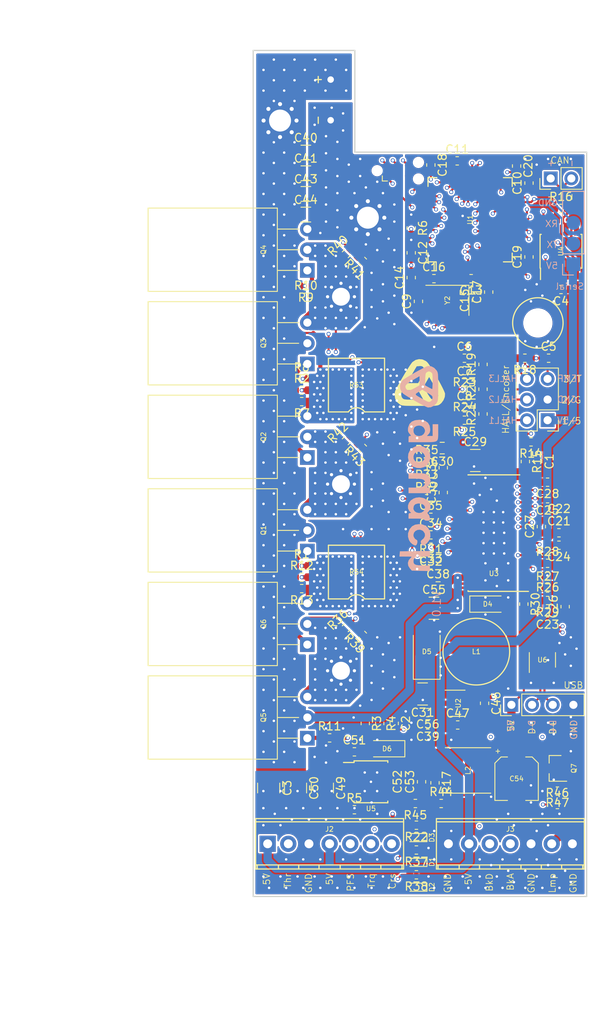
<source format=kicad_pcb>
(kicad_pcb (version 20171130) (host pcbnew "(5.1.4-0-10_14)")
  (title_block (title "BLDC Driver 4.6") (date "30 Aug 2014") (rev A) (company "Benjamin Vedder"))
  (layers (0 F.Cu signal) (1 In1.Cu signal) (2 In2.Cu signal) (31 B.Cu signal) (34 B.Paste user) (35 F.Paste user) (36 B.SilkS user) (37 F.SilkS user) (38 B.Mask user) (39 F.Mask user) (44 Edge.Cuts user))
  (net 0 "")
  (net 1 +5V)
  (net 2 GND)
  (net 3 NRST)
  (net 4 "Net-(C23-Pad2)")
  (net 5 "Net-(C27-Pad1)")
  (net 6 "Net-(C27-Pad2)")
  (net 7 "Net-(C28-Pad2)")
  (net 8 "Net-(C34-Pad2)")
  (net 9 "Net-(C36-Pad1)")
  (net 10 "Net-(C36-Pad2)")
  (net 11 "Net-(D1-Pad1)")
  (net 12 "Net-(D2-Pad1)")
  (net 13 SWCLK)
  (net 14 SWDIO)
  (net 15 /MCU/AN_IN)
  (net 16 /MCU/SENS1)
  (net 17 /MCU/SENS2)
  (net 18 /MCU/SENS3)
  (net 19 /MCU/BR_SO2)
  (net 20 /MCU/BR_SO1)
  (net 21 /MCU/DC_CAL)
  (net 22 /MCU/L3)
  (net 23 /MCU/L2)
  (net 24 /MCU/L1)
  (net 25 /MCU/EN_GATE)
  (net 26 /MCU/FAULT)
  (net 27 /MCU/H3)
  (net 28 /MCU/H2)
  (net 29 /MCU/H1)
  (net 30 /Filters/TEMP_IN)
  (net 31 /Filters/HALL3_OUT)
  (net 32 /Filters/HALL2_OUT)
  (net 33 /Filters/HALL1_OUT)
  (net 34 "Net-(D3-Pad1)")
  (net 35 /Filters/HALL1_IN)
  (net 36 /Filters/HALL2_IN)
  (net 37 /Filters/HALL3_IN)
  (net 38 /MCU/LED_GREEN)
  (net 39 /MCU/LED_RED)
  (net 40 /MCU/ADC_TEMP)
  (net 41 "Net-(C10-Pad1)")
  (net 42 "Net-(C11-Pad1)")
  (net 43 "Net-(C21-Pad1)")
  (net 44 "Net-(C24-Pad2)")
  (net 45 "Net-(C26-Pad2)")
  (net 46 "Net-(C32-Pad1)")
  (net 47 "Net-(C32-Pad2)")
  (net 48 "Net-(C33-Pad2)")
  (net 49 "Net-(C35-Pad2)")
  (net 50 "Net-(C37-Pad1)")
  (net 51 "Net-(C37-Pad2)")
  (net 52 "Net-(R26-Pad2)")
  (net 53 "Net-(R28-Pad1)")
  (net 54 "Net-(R31-Pad2)")
  (net 55 +3V3)
  (net 56 +BATT)
  (net 57 "Net-(Q1-Pad1)")
  (net 58 "Net-(Q2-Pad1)")
  (net 59 "Net-(Q3-Pad1)")
  (net 60 "Net-(Q4-Pad1)")
  (net 61 "Net-(Q5-Pad1)")
  (net 62 "Net-(Q6-Pad1)")
  (net 63 "Net-(R30-Pad1)")
  (net 64 "/MOSFETs driver/H1_VS")
  (net 65 "/MOSFETs driver/H2_VS")
  (net 66 "/MOSFETs driver/H3_VS")
  (net 67 "/MOSFETs driver/H1_LOW")
  (net 68 "/MOSFETs driver/H3_LOW")
  (net 69 "/MOSFETs driver/M_H1")
  (net 70 "/MOSFETs driver/M_L1")
  (net 71 "/MOSFETs driver/M_H2")
  (net 72 "/MOSFETs driver/M_L2")
  (net 73 "/MOSFETs driver/M_H3")
  (net 74 "/MOSFETs driver/M_L3")
  (net 75 "/CAN Transceiver/CAN_RX")
  (net 76 "/CAN Transceiver/CAN_TX")
  (net 77 BOOT0)
  (net 78 /ADC_THROTTLE)
  (net 79 /PFS)
  (net 80 /ADC_TORQUE)
  (net 81 /CRUISE)
  (net 82 /TX)
  (net 83 /RX)
  (net 84 /IO_BRAKE)
  (net 85 /ADC_BRAKE)
  (net 86 /MCU/OSC_IN)
  (net 87 /MCU/OSC_OUT)
  (net 88 "/CAN Transceiver/CAN_N")
  (net 89 "/CAN Transceiver/CAN_P")
  (net 90 "Net-(C51-Pad1)")
  (net 91 "Net-(C51-Pad2)")
  (net 92 "Net-(C52-Pad1)")
  (net 93 "Net-(C53-Pad1)")
  (net 94 /D-)
  (net 95 /D+)
  (net 96 "Net-(R5-Pad1)")
  (net 97 "Net-(R17-Pad2)")
  (net 98 /MCU/USB_D+)
  (net 99 /MCU/USB_D-)
  (net 100 "Net-(J3-Pad6)")
  (net 101 "Net-(Q7-Pad1)")
  (net 102 /MCU/LAMP_CMD)
  (net 103 "/MOSFETs driver/SH1+")
  (net 104 "/MOSFETs driver/SH1-")
  (net 105 "/MOSFETs driver/SH2+")
  (net 106 "/MOSFETs driver/SH2-")
  (net 107 VBUS)
  (module logos:logotype (layer B.Cu) (at 120.37 97.37 270)
    (fp_text reference U8 hide)
    (fp_text value logo hide)
  )
  (module logos:picto (layer F.Cu) (at 120.48 87.07)
    (fp_text reference U7 hide)
    (fp_text value picto hide)
  )
  (module Capacitor_SMD:C_1210_3225Metric (layer F.Cu) (at 105.207 136.665 270)
    (fp_text reference C50 (at 0 -2.28 90) (layer F.SilkS))
    (fp_text value 10uF)
    (pad 2 smd roundrect (at 1.4 0 270) (size 1.25 2.65) (layers F.Cu F.Paste F.Mask) (roundrect_rratio 0.2) (net 2 GND))
    (pad 1 smd roundrect (at -1.4 0 270) (size 1.25 2.65) (layers F.Cu F.Paste F.Mask) (roundrect_rratio 0.2) (net 56 +BATT))
  )
  (module Capacitor_SMD:C_1210_3225Metric (layer F.Cu) (at 108.509 136.665 270)
    (fp_text reference C49 (at 0 -2.28 90) (layer F.SilkS))
    (fp_text value 10uF)
    (pad 2 smd roundrect (at 1.4 0 270) (size 1.25 2.65) (layers F.Cu F.Paste F.Mask) (roundrect_rratio 0.2) (net 2 GND))
    (pad 1 smd roundrect (at -1.4 0 270) (size 1.25 2.65) (layers F.Cu F.Paste F.Mask) (roundrect_rratio 0.2) (net 56 +BATT))
  )
  (module Capacitor_SMD:C_1210_3225Metric (layer F.Cu) (at 101.905 136.665 270)
    (fp_text reference C3 (at 0 -2.28 90) (layer F.SilkS))
    (fp_text value 10uF)
    (pad 2 smd roundrect (at 1.4 0 270) (size 1.25 2.65) (layers F.Cu F.Paste F.Mask) (roundrect_rratio 0.2) (net 2 GND))
    (pad 1 smd roundrect (at -1.4 0 270) (size 1.25 2.65) (layers F.Cu F.Paste F.Mask) (roundrect_rratio 0.2) (net 56 +BATT))
  )
  (module Resistor_SMD:R_0603_1608Metric (layer F.Cu) (at 137.4015 137.046 180)
    (fp_text reference R47 (at 0 -1.43) (layer F.SilkS))
    (fp_text value 10k)
    (pad 2 smd roundrect (at 0.7875 0 180) (size 0.875 0.95) (layers F.Cu F.Paste F.Mask) (net 2 GND))
    (pad 1 smd roundrect (at -0.7875 0 180) (size 0.875 0.95) (layers F.Cu F.Paste F.Mask) (net 101 "Net-(Q7-Pad1)"))
  )
  (module Resistor_SMD:R_0603_1608Metric (layer F.Cu) (at 137.4015 138.697)
    (fp_text reference R46 (at 0 -1.43) (layer F.SilkS))
    (fp_text value 100R)
    (pad 2 smd roundrect (at 0.7875 0) (size 0.875 0.95) (layers F.Cu F.Paste F.Mask) (net 101 "Net-(Q7-Pad1)"))
    (pad 1 smd roundrect (at -0.7875 0) (size 0.875 0.95) (layers F.Cu F.Paste F.Mask) (net 102 /MCU/LAMP_CMD))
  )
  (module Resistor_SMD:R_0603_1608Metric (layer F.Cu) (at 119.939 138.57 180)
    (fp_text reference R45 (at 0 -1.43) (layer F.SilkS))
    (fp_text value 15.4k)
    (pad 2 smd roundrect (at 0.7875 0 180) (size 0.875 0.95) (layers F.Cu F.Paste F.Mask) (net 92 "Net-(C52-Pad1)"))
    (pad 1 smd roundrect (at -0.7875 0 180) (size 0.875 0.95) (layers F.Cu F.Paste F.Mask) (net 93 "Net-(C53-Pad1)"))
  )
  (module Resistor_SMD:R_0603_1608Metric (layer F.Cu) (at 123.114 138.57)
    (fp_text reference R44 (at 0 -1.43) (layer F.SilkS))
    (fp_text value 11.5k)
    (pad 2 smd roundrect (at 0.7875 0) (size 0.875 0.95) (layers F.Cu F.Paste F.Mask) (net 2 GND))
    (pad 1 smd roundrect (at -0.7875 0) (size 0.875 0.95) (layers F.Cu F.Paste F.Mask) (net 97 "Net-(R17-Pad2)"))
  )
  (module Resistor_SMD:R_0603_1608Metric (layer F.Cu) (at 113.462 94.882 135)
    (fp_text reference R43 (at 0 -1.43 135) (layer F.SilkS))
    (fp_text value 2k2)
    (pad 2 smd roundrect (at 0.7875 0 135) (size 0.875 0.95) (layers F.Cu F.Paste F.Mask) (net 18 /MCU/SENS3))
    (pad 1 smd roundrect (at -0.7875 0 135) (size 0.875 0.95) (layers F.Cu F.Paste F.Mask) (net 2 GND))
  )
  (module Resistor_SMD:R_0603_1608Metric (layer F.Cu) (at 111.43 93.993 45)
    (fp_text reference R42 (at 0 -1.43 45) (layer F.SilkS))
    (fp_text value 39k)
    (pad 2 smd roundrect (at 0.7875 0 45) (size 0.875 0.95) (layers F.Cu F.Paste F.Mask) (net 18 /MCU/SENS3))
    (pad 1 smd roundrect (at -0.7875 0 45) (size 0.875 0.95) (layers F.Cu F.Paste F.Mask) (net 64 "/MOSFETs driver/H1_VS"))
  )
  (module Resistor_SMD:R_0603_1608Metric (layer F.Cu) (at 113.462 71.895 135)
    (fp_text reference R41 (at 0 -1.43 135) (layer F.SilkS))
    (fp_text value 2k2)
    (pad 2 smd roundrect (at 0.7875 0 135) (size 0.875 0.95) (layers F.Cu F.Paste F.Mask) (net 17 /MCU/SENS2))
    (pad 1 smd roundrect (at -0.7875 0 135) (size 0.875 0.95) (layers F.Cu F.Paste F.Mask) (net 2 GND))
  )
  (module Resistor_SMD:R_0603_1608Metric (layer F.Cu) (at 111.43 71.006 45)
    (fp_text reference R40 (at 0 -1.43 45) (layer F.SilkS))
    (fp_text value 39k)
    (pad 2 smd roundrect (at 0.7875 0 45) (size 0.875 0.95) (layers F.Cu F.Paste F.Mask) (net 17 /MCU/SENS2))
    (pad 1 smd roundrect (at -0.7875 0 45) (size 0.875 0.95) (layers F.Cu F.Paste F.Mask) (net 65 "/MOSFETs driver/H2_VS"))
  )
  (module Resistor_SMD:R_0603_1608Metric (layer F.Cu) (at 113.462 117.869 135)
    (fp_text reference R39 (at 0 -1.43 135) (layer F.SilkS))
    (fp_text value 2k2)
    (pad 2 smd roundrect (at 0.7875 0 135) (size 0.875 0.95) (layers F.Cu F.Paste F.Mask) (net 16 /MCU/SENS1))
    (pad 1 smd roundrect (at -0.7875 0 135) (size 0.875 0.95) (layers F.Cu F.Paste F.Mask) (net 2 GND))
  )
  (module Resistor_SMD:R_0603_1608Metric (layer F.Cu) (at 120.066 147.333 180)
    (fp_text reference R38 (at 0 -1.43) (layer F.SilkS))
    (fp_text value 100R)
    (pad 2 smd roundrect (at 0.7875 0 180) (size 0.875 0.95) (layers F.Cu F.Paste F.Mask) (net 39 /MCU/LED_RED))
    (pad 1 smd roundrect (at -0.7875 0 180) (size 0.875 0.95) (layers F.Cu F.Paste F.Mask) (net 12 "Net-(D2-Pad1)"))
  )
  (module Resistor_SMD:R_0603_1608Metric (layer F.Cu) (at 120.066 144.285 180)
    (fp_text reference R37 (at 0 -1.43) (layer F.SilkS))
    (fp_text value 100R)
    (pad 2 smd roundrect (at 0.7875 0 180) (size 0.875 0.95) (layers F.Cu F.Paste F.Mask) (net 38 /MCU/LED_GREEN))
    (pad 1 smd roundrect (at -0.7875 0 180) (size 0.875 0.95) (layers F.Cu F.Paste F.Mask) (net 11 "Net-(D1-Pad1)"))
  )
  (module Resistor_SMD:R_0603_1608Metric (layer F.Cu) (at 111.43 116.98 45)
    (fp_text reference R36 (at 0 -1.43 45) (layer F.SilkS))
    (fp_text value 39k)
    (pad 2 smd roundrect (at 0.7875 0 45) (size 0.875 0.95) (layers F.Cu F.Paste F.Mask) (net 16 /MCU/SENS1))
    (pad 1 smd roundrect (at -0.7875 0 45) (size 0.875 0.95) (layers F.Cu F.Paste F.Mask) (net 66 "/MOSFETs driver/H3_VS"))
  )
  (module Resistor_SMD:R_0603_1608Metric (layer F.Cu) (at 121.336 96.533)
    (fp_text reference R35 (at 0 -1.43) (layer F.SilkS))
    (fp_text value 100R)
    (pad 2 smd roundrect (at 0.7875 0) (size 0.875 0.95) (layers F.Cu F.Paste F.Mask) (net 51 "Net-(C37-Pad2)"))
    (pad 1 smd roundrect (at -0.7875 0) (size 0.875 0.95) (layers F.Cu F.Paste F.Mask) (net 106 "/MOSFETs driver/SH2-"))
  )
  (module Resistor_SMD:R_0603_1608Metric (layer F.Cu) (at 121.336 98.057)
    (fp_text reference R34 (at 0 -1.43) (layer F.SilkS))
    (fp_text value 100R)
    (pad 2 smd roundrect (at 0.7875 0) (size 0.875 0.95) (layers F.Cu F.Paste F.Mask) (net 50 "Net-(C37-Pad1)"))
    (pad 1 smd roundrect (at -0.7875 0) (size 0.875 0.95) (layers F.Cu F.Paste F.Mask) (net 105 "/MOSFETs driver/SH2+"))
  )
  (module Resistor_SMD:R_0603_1608Metric (layer F.Cu) (at 121.336 99.581)
    (fp_text reference R33 (at 0 -1.43) (layer F.SilkS))
    (fp_text value 100R)
    (pad 2 smd roundrect (at 0.7875 0) (size 0.875 0.95) (layers F.Cu F.Paste F.Mask) (net 10 "Net-(C36-Pad2)"))
    (pad 1 smd roundrect (at -0.7875 0) (size 0.875 0.95) (layers F.Cu F.Paste F.Mask) (net 104 "/MOSFETs driver/SH1-"))
  )
  (module Resistor_SMD:R_0603_1608Metric (layer F.Cu) (at 121.336 101.105)
    (fp_text reference R32 (at 0 -1.43) (layer F.SilkS))
    (fp_text value 100R)
    (pad 2 smd roundrect (at 0.7875 0) (size 0.875 0.95) (layers F.Cu F.Paste F.Mask) (net 9 "Net-(C36-Pad1)"))
    (pad 1 smd roundrect (at -0.7875 0) (size 0.875 0.95) (layers F.Cu F.Paste F.Mask) (net 103 "/MOSFETs driver/SH1+"))
  )
  (module Resistor_SMD:R_0603_1608Metric (layer F.Cu) (at 121.844 108.725)
    (fp_text reference R31 (at 0 -1.43) (layer F.SilkS))
    (fp_text value 1M)
    (pad 2 smd roundrect (at 0.7875 0) (size 0.875 0.95) (layers F.Cu F.Paste F.Mask) (net 54 "Net-(R31-Pad2)"))
    (pad 1 smd roundrect (at -0.7875 0) (size 0.875 0.95) (layers F.Cu F.Paste F.Mask) (net 2 GND))
  )
  (module Resistor_SMD:R_0603_1608Metric (layer F.Cu) (at 133.274 114.059 270)
    (fp_text reference R30 (at 0 -1.43 90) (layer F.SilkS))
    (fp_text value 220k)
    (pad 2 smd roundrect (at 0.7875 0 270) (size 0.875 0.95) (layers F.Cu F.Paste F.Mask) (net 2 GND))
    (pad 1 smd roundrect (at -0.7875 0 270) (size 0.875 0.95) (layers F.Cu F.Paste F.Mask) (net 63 "Net-(R30-Pad1)"))
  )
  (module Resistor_SMD:R_0603_1608Metric (layer F.Cu) (at 136.195 113.6145 180)
    (fp_text reference R29 (at 0 -1.43) (layer F.SilkS))
    (fp_text value 15k)
    (pad 2 smd roundrect (at 0.7875 0 180) (size 0.875 0.95) (layers F.Cu F.Paste F.Mask) (net 4 "Net-(C23-Pad2)"))
    (pad 1 smd roundrect (at -0.7875 0 180) (size 0.875 0.95) (layers F.Cu F.Paste F.Mask) (net 45 "Net-(C26-Pad2)"))
  )
  (module Resistor_SMD:R_0603_1608Metric (layer F.Cu) (at 136.195 109.0425)
    (fp_text reference R28 (at 0 -1.43) (layer F.SilkS))
    (fp_text value 10k)
    (pad 2 smd roundrect (at 0.7875 0) (size 0.875 0.95) (layers F.Cu F.Paste F.Mask) (net 2 GND))
    (pad 1 smd roundrect (at -0.7875 0) (size 0.875 0.95) (layers F.Cu F.Paste F.Mask) (net 53 "Net-(R28-Pad1)"))
  )
  (module Resistor_SMD:R_0603_1608Metric (layer F.Cu) (at 136.195 112.0905)
    (fp_text reference R27 (at 0 -1.43) (layer F.SilkS))
    (fp_text value 3k3)
    (pad 2 smd roundrect (at 0.7875 0) (size 0.875 0.95) (layers F.Cu F.Paste F.Mask) (net 2 GND))
    (pad 1 smd roundrect (at -0.7875 0) (size 0.875 0.95) (layers F.Cu F.Paste F.Mask) (net 52 "Net-(R26-Pad2)"))
  )
  (module Resistor_SMD:R_0603_1608Metric (layer F.Cu) (at 136.195 110.5665 180)
    (fp_text reference R26 (at 0 -1.43) (layer F.SilkS))
    (fp_text value 18k)
    (pad 2 smd roundrect (at 0.7875 0 180) (size 0.875 0.95) (layers F.Cu F.Paste F.Mask) (net 52 "Net-(R26-Pad2)"))
    (pad 1 smd roundrect (at -0.7875 0 180) (size 0.875 0.95) (layers F.Cu F.Paste F.Mask) (net 1 +5V))
  )
  (module Resistor_SMD:R_0603_1608Metric (layer F.Cu) (at 125.9715 91.453 180)
    (fp_text reference R25 (at 0 -1.43) (layer F.SilkS))
    (fp_text value 10k)
    (pad 2 smd roundrect (at 0.7875 0 180) (size 0.875 0.95) (layers F.Cu F.Paste F.Mask) (net 33 /Filters/HALL1_OUT))
    (pad 1 smd roundrect (at -0.7875 0 180) (size 0.875 0.95) (layers F.Cu F.Paste F.Mask) (net 35 /Filters/HALL1_IN))
  )
  (module Resistor_SMD:R_0603_1608Metric (layer F.Cu) (at 125.9715 88.405 180)
    (fp_text reference R24 (at 0 -1.43) (layer F.SilkS))
    (fp_text value 10k)
    (pad 2 smd roundrect (at 0.7875 0 180) (size 0.875 0.95) (layers F.Cu F.Paste F.Mask) (net 32 /Filters/HALL2_OUT))
    (pad 1 smd roundrect (at -0.7875 0 180) (size 0.875 0.95) (layers F.Cu F.Paste F.Mask) (net 36 /Filters/HALL2_IN))
  )
  (module Resistor_SMD:R_0603_1608Metric (layer F.Cu) (at 125.9715 85.357 180)
    (fp_text reference R23 (at 0 -1.43) (layer F.SilkS))
    (fp_text value 10k)
    (pad 2 smd roundrect (at 0.7875 0 180) (size 0.875 0.95) (layers F.Cu F.Paste F.Mask) (net 31 /Filters/HALL3_OUT))
    (pad 1 smd roundrect (at -0.7875 0 180) (size 0.875 0.95) (layers F.Cu F.Paste F.Mask) (net 37 /Filters/HALL3_IN))
  )
  (module Resistor_SMD:R_0603_1608Metric (layer F.Cu) (at 120.066 141.237 180)
    (fp_text reference R22 (at 0 -1.43) (layer F.SilkS))
    (fp_text value 2k2)
    (pad 2 smd roundrect (at 0.7875 0 180) (size 0.875 0.95) (layers F.Cu F.Paste F.Mask) (net 55 +3V3))
    (pad 1 smd roundrect (at -0.7875 0 180) (size 0.875 0.95) (layers F.Cu F.Paste F.Mask) (net 34 "Net-(D3-Pad1)"))
  )
  (module Resistor_SMD:R_0603_1608Metric (layer F.Cu) (at 128.2575 90.691 90)
    (fp_text reference R21 (at 0 -1.43 90) (layer F.SilkS))
    (fp_text value 2k2)
    (pad 2 smd roundrect (at 0.7875 0 90) (size 0.875 0.95) (layers F.Cu F.Paste F.Mask) (net 55 +3V3))
    (pad 1 smd roundrect (at -0.7875 0 90) (size 0.875 0.95) (layers F.Cu F.Paste F.Mask) (net 35 /Filters/HALL1_IN))
  )
  (module Resistor_SMD:R_0603_1608Metric (layer F.Cu) (at 128.2575 87.643 90)
    (fp_text reference R20 (at 0 -1.43 90) (layer F.SilkS))
    (fp_text value 2k2)
    (pad 2 smd roundrect (at 0.7875 0 90) (size 0.875 0.95) (layers F.Cu F.Paste F.Mask) (net 55 +3V3))
    (pad 1 smd roundrect (at -0.7875 0 90) (size 0.875 0.95) (layers F.Cu F.Paste F.Mask) (net 36 /Filters/HALL2_IN))
  )
  (module Resistor_SMD:R_0603_1608Metric (layer F.Cu) (at 128.2575 84.595 90)
    (fp_text reference R19 (at 0 -1.43 90) (layer F.SilkS))
    (fp_text value 2k2)
    (pad 2 smd roundrect (at 0.7875 0 90) (size 0.875 0.95) (layers F.Cu F.Paste F.Mask) (net 55 +3V3))
    (pad 1 smd roundrect (at -0.7875 0 90) (size 0.875 0.95) (layers F.Cu F.Paste F.Mask) (net 37 /Filters/HALL3_IN))
  )
  (module Resistor_SMD:R_0603_1608Metric (layer F.Cu) (at 133.401 83.833 180)
    (fp_text reference R18 (at 0 -1.43) (layer F.SilkS))
    (fp_text value 10k)
    (pad 2 smd roundrect (at 0.7875 0 180) (size 0.875 0.95) (layers F.Cu F.Paste F.Mask) (net 55 +3V3))
    (pad 1 smd roundrect (at -0.7875 0 180) (size 0.875 0.95) (layers F.Cu F.Paste F.Mask) (net 30 /Filters/TEMP_IN))
  )
  (module Resistor_SMD:R_0603_1608Metric (layer F.Cu) (at 122.352 136.03 270)
    (fp_text reference R17 (at 0 -1.43 90) (layer F.SilkS))
    (fp_text value 60.4k)
    (pad 2 smd roundrect (at 0.7875 0 270) (size 0.875 0.95) (layers F.Cu F.Paste F.Mask) (net 97 "Net-(R17-Pad2)"))
    (pad 1 smd roundrect (at -0.7875 0 270) (size 0.875 0.95) (layers F.Cu F.Paste F.Mask) (net 107 VBUS))
  )
  (module Resistor_SMD:R_0603_1608Metric (layer F.Cu) (at 137.846 65.418)
    (fp_text reference R16 (at 0 -1.43) (layer F.SilkS))
    (fp_text value 120R)
    (pad 2 smd roundrect (at 0.7875 0) (size 0.875 0.95) (layers F.Cu F.Paste F.Mask) (net 88 "/CAN Transceiver/CAN_N"))
    (pad 1 smd roundrect (at -0.7875 0) (size 0.875 0.95) (layers F.Cu F.Paste F.Mask) (net 89 "/CAN Transceiver/CAN_P"))
  )
  (module Resistor_SMD:R_0603_1608Metric (layer F.Cu) (at 133.4645 96.533 270)
    (fp_text reference R15 (at 0 -1.43 90) (layer F.SilkS))
    (fp_text value 10k)
    (pad 2 smd roundrect (at 0.7875 0 270) (size 0.875 0.95) (layers F.Cu F.Paste F.Mask) (net 2 GND))
    (pad 1 smd roundrect (at -0.7875 0 270) (size 0.875 0.95) (layers F.Cu F.Paste F.Mask) (net 40 /MCU/ADC_TEMP))
  )
  (module Resistor_SMD:R_0603_1608Metric (layer F.Cu) (at 134.163 94.12 180)
    (fp_text reference R14 (at 0 -1.43) (layer F.SilkS))
    (fp_text value "NTC 10k")
    (pad 2 smd roundrect (at 0.7875 0 180) (size 0.875 0.95) (layers F.Cu F.Paste F.Mask) (net 40 /MCU/ADC_TEMP))
    (pad 1 smd roundrect (at -0.7875 0 180) (size 0.875 0.95) (layers F.Cu F.Paste F.Mask) (net 55 +3V3))
  )
  (module Resistor_SMD:R_0603_1608Metric (layer F.Cu) (at 105.969 112.154 180)
    (fp_text reference R13 (at 0 -1.43) (layer F.SilkS))
    (fp_text value 39k)
    (pad 2 smd roundrect (at 0.7875 0 180) (size 0.875 0.95) (layers F.Cu F.Paste F.Mask) (net 62 "Net-(Q6-Pad1)"))
    (pad 1 smd roundrect (at -0.7875 0 180) (size 0.875 0.95) (layers F.Cu F.Paste F.Mask) (net 68 "/MOSFETs driver/H3_LOW"))
  )
  (module Resistor_SMD:R_0603_1608Metric (layer F.Cu) (at 105.969 110.757)
    (fp_text reference R12 (at 0 -1.43) (layer F.SilkS))
    (fp_text value 4R7)
    (pad 2 smd roundrect (at 0.7875 0) (size 0.875 0.95) (layers F.Cu F.Paste F.Mask) (net 74 "/MOSFETs driver/M_L3"))
    (pad 1 smd roundrect (at -0.7875 0) (size 0.875 0.95) (layers F.Cu F.Paste F.Mask) (net 62 "Net-(Q6-Pad1)"))
  )
  (module Resistor_SMD:R_0603_1608Metric (layer F.Cu) (at 109.398 130.5055)
    (fp_text reference R11 (at 0 -1.43) (layer F.SilkS))
    (fp_text value 4R7)
    (pad 2 smd roundrect (at 0.7875 0) (size 0.875 0.95) (layers F.Cu F.Paste F.Mask) (net 73 "/MOSFETs driver/M_H3"))
    (pad 1 smd roundrect (at -0.7875 0) (size 0.875 0.95) (layers F.Cu F.Paste F.Mask) (net 61 "Net-(Q5-Pad1)"))
  )
  (module Resistor_SMD:R_0603_1608Metric (layer F.Cu) (at 106.477 76.34)
    (fp_text reference R10 (at 0 -1.43) (layer F.SilkS))
    (fp_text value 39k)
    (pad 2 smd roundrect (at 0.7875 0) (size 0.875 0.95) (layers F.Cu F.Paste F.Mask) (net 60 "Net-(Q4-Pad1)"))
    (pad 1 smd roundrect (at -0.7875 0) (size 0.875 0.95) (layers F.Cu F.Paste F.Mask) (net 67 "/MOSFETs driver/H1_LOW"))
  )
  (module Resistor_SMD:R_0603_1608Metric (layer F.Cu) (at 106.477 74.943 180)
    (fp_text reference R9 (at 0 -1.43) (layer F.SilkS))
    (fp_text value 4R7)
    (pad 2 smd roundrect (at 0.7875 0 180) (size 0.875 0.95) (layers F.Cu F.Paste F.Mask) (net 72 "/MOSFETs driver/M_L2"))
    (pad 1 smd roundrect (at -0.7875 0 180) (size 0.875 0.95) (layers F.Cu F.Paste F.Mask) (net 60 "Net-(Q4-Pad1)"))
  )
  (module Resistor_SMD:R_0603_1608Metric (layer F.Cu) (at 105.969 86.373)
    (fp_text reference R8 (at 0 -1.43) (layer F.SilkS))
    (fp_text value 4R7)
    (pad 2 smd roundrect (at 0.7875 0) (size 0.875 0.95) (layers F.Cu F.Paste F.Mask) (net 71 "/MOSFETs driver/M_H2"))
    (pad 1 smd roundrect (at -0.7875 0) (size 0.875 0.95) (layers F.Cu F.Paste F.Mask) (net 59 "Net-(Q3-Pad1)"))
  )
  (module Resistor_SMD:R_0603_1608Metric (layer F.Cu) (at 105.969 89.167 180)
    (fp_text reference R7 (at 0 -1.43) (layer F.SilkS))
    (fp_text value 39k)
    (pad 2 smd roundrect (at 0.7875 0 180) (size 0.875 0.95) (layers F.Cu F.Paste F.Mask) (net 58 "Net-(Q2-Pad1)"))
    (pad 1 smd roundrect (at -0.7875 0 180) (size 0.875 0.95) (layers F.Cu F.Paste F.Mask) (net 67 "/MOSFETs driver/H1_LOW"))
  )
  (module Resistor_SMD:R_0603_1608Metric (layer F.Cu) (at 119.431 67.831 270)
    (fp_text reference R6 (at 0 -1.43 90) (layer F.SilkS))
    (fp_text value 10k)
    (pad 2 smd roundrect (at 0.7875 0 270) (size 0.875 0.95) (layers F.Cu F.Paste F.Mask) (net 77 BOOT0))
    (pad 1 smd roundrect (at -0.7875 0 270) (size 0.875 0.95) (layers F.Cu F.Paste F.Mask) (net 2 GND))
  )
  (module Resistor_SMD:R_0603_1608Metric (layer F.Cu) (at 112.446 139.332)
    (fp_text reference R5 (at 0 -1.43) (layer F.SilkS))
    (fp_text value 274k)
    (pad 2 smd roundrect (at 0.7875 0) (size 0.875 0.95) (layers F.Cu F.Paste F.Mask) (net 2 GND))
    (pad 1 smd roundrect (at -0.7875 0) (size 0.875 0.95) (layers F.Cu F.Paste F.Mask) (net 96 "Net-(R5-Pad1)"))
  )
  (module Resistor_SMD:R_0603_1608Metric (layer F.Cu) (at 115.5575 128.7275 270)
    (fp_text reference R4 (at 0 -1.43 90) (layer F.SilkS))
    (fp_text value 2k2)
    (pad 2 smd roundrect (at 0.7875 0 270) (size 0.875 0.95) (layers F.Cu F.Paste F.Mask) (net 15 /MCU/AN_IN))
    (pad 1 smd roundrect (at -0.7875 0 270) (size 0.875 0.95) (layers F.Cu F.Paste F.Mask) (net 2 GND))
  )
  (module Resistor_SMD:R_0603_1608Metric (layer F.Cu) (at 113.7795 128.733 270)
    (fp_text reference R3 (at 0 -1.43 90) (layer F.SilkS))
    (fp_text value 39k)
    (pad 2 smd roundrect (at 0.7875 0 270) (size 0.875 0.95) (layers F.Cu F.Paste F.Mask) (net 15 /MCU/AN_IN))
    (pad 1 smd roundrect (at -0.7875 0 270) (size 0.875 0.95) (layers F.Cu F.Paste F.Mask) (net 56 +BATT))
  )
  (module Resistor_SMD:R_0603_1608Metric (layer F.Cu) (at 105.969 87.77)
    (fp_text reference R2 (at 0 -1.43) (layer F.SilkS))
    (fp_text value 4R7)
    (pad 2 smd roundrect (at 0.7875 0) (size 0.875 0.95) (layers F.Cu F.Paste F.Mask) (net 70 "/MOSFETs driver/M_L1"))
    (pad 1 smd roundrect (at -0.7875 0) (size 0.875 0.95) (layers F.Cu F.Paste F.Mask) (net 58 "Net-(Q2-Pad1)"))
  )
  (module Resistor_SMD:R_0603_1608Metric (layer F.Cu) (at 105.969 109.36)
    (fp_text reference R1 (at 0 -1.43) (layer F.SilkS))
    (fp_text value 4R7)
    (pad 2 smd roundrect (at 0.7875 0) (size 0.875 0.95) (layers F.Cu F.Paste F.Mask) (net 69 "/MOSFETs driver/M_H1"))
    (pad 1 smd roundrect (at -0.7875 0) (size 0.875 0.95) (layers F.Cu F.Paste F.Mask) (net 57 "Net-(Q1-Pad1)"))
  )
  (module Capacitor_SMD:C_0603_1608Metric (layer F.Cu) (at 121.463 127.394 180)
    (fp_text reference C56 (at 0 -1.43) (layer F.SilkS))
    (fp_text value 100nF)
    (pad 2 smd roundrect (at 0.7875 0 180) (size 0.875 0.95) (layers F.Cu F.Paste F.Mask) (net 2 GND))
    (pad 1 smd roundrect (at -0.7875 0 180) (size 0.875 0.95) (layers F.Cu F.Paste F.Mask) (net 1 +5V))
  )
  (module Capacitor_SMD:C_1210_3225Metric (layer F.Cu) (at 122.225 114.567)
    (fp_text reference C55 (at 0 -2.28) (layer F.SilkS))
    (fp_text value 2.2uF)
    (pad 2 smd roundrect (at 1.4 0) (size 1.25 2.65) (layers F.Cu F.Paste F.Mask) (roundrect_rratio 0.2) (net 56 +BATT))
    (pad 1 smd roundrect (at -1.4 0) (size 1.25 2.65) (layers F.Cu F.Paste F.Mask) (roundrect_rratio 0.2) (net 2 GND))
  )
  (module Capacitor_SMD:C_0603_1608Metric (layer F.Cu) (at 120.701 135.903 90)
    (fp_text reference C53 (at 0 -1.43 90) (layer F.SilkS))
    (fp_text value 1.8nF)
    (pad 2 smd roundrect (at 0.7875 0 90) (size 0.875 0.95) (layers F.Cu F.Paste F.Mask) (net 2 GND))
    (pad 1 smd roundrect (at -0.7875 0 90) (size 0.875 0.95) (layers F.Cu F.Paste F.Mask) (net 93 "Net-(C53-Pad1)"))
  )
  (module Capacitor_SMD:C_0603_1608Metric (layer F.Cu) (at 119.177 135.903 90)
    (fp_text reference C52 (at 0 -1.43 90) (layer F.SilkS))
    (fp_text value 51pF)
    (pad 2 smd roundrect (at 0.7875 0 90) (size 0.875 0.95) (layers F.Cu F.Paste F.Mask) (net 2 GND))
    (pad 1 smd roundrect (at -0.7875 0 90) (size 0.875 0.95) (layers F.Cu F.Paste F.Mask) (net 92 "Net-(C52-Pad1)"))
  )
  (module Capacitor_SMD:C_0603_1608Metric (layer F.Cu) (at 112.446 132.22)
    (fp_text reference C51 (at 0 -1.43) (layer F.SilkS))
    (fp_text value 100nF)
    (pad 2 smd roundrect (at 0.7875 0) (size 0.875 0.95) (layers F.Cu F.Paste F.Mask) (net 91 "Net-(C51-Pad2)"))
    (pad 1 smd roundrect (at -0.7875 0) (size 0.875 0.95) (layers F.Cu F.Paste F.Mask) (net 90 "Net-(C51-Pad1)"))
  )
  (module Capacitor_SMD:C_0603_1608Metric (layer F.Cu) (at 125.146 128.918)
    (fp_text reference C47 (at 0 -1.43) (layer F.SilkS))
    (fp_text value 10uF)
    (pad 2 smd roundrect (at 0.7875 0) (size 0.875 0.95) (layers F.Cu F.Paste F.Mask) (net 2 GND))
    (pad 1 smd roundrect (at -0.7875 0) (size 0.875 0.95) (layers F.Cu F.Paste F.Mask) (net 1 +5V))
  )
  (module Capacitor_SMD:C_0603_1608Metric (layer F.Cu) (at 128.448 126.251 270)
    (fp_text reference C46 (at 0 -1.43 90) (layer F.SilkS))
    (fp_text value 10uF)
    (pad 2 smd roundrect (at 0.7875 0 270) (size 0.875 0.95) (layers F.Cu F.Paste F.Mask) (net 2 GND))
    (pad 1 smd roundrect (at -0.7875 0 270) (size 0.875 0.95) (layers F.Cu F.Paste F.Mask) (net 55 +3V3))
  )
  (module Capacitor_SMD:C_1206_3216Metric (layer F.Cu) (at 106.477 66.18)
    (fp_text reference C44 (at 0 -1.82) (layer F.SilkS))
    (fp_text value 10uF)
    (pad 2 smd roundrect (at 1.4 0) (size 1.25 1.75) (layers F.Cu F.Paste F.Mask) (roundrect_rratio 0.2) (net 2 GND))
    (pad 1 smd roundrect (at -1.4 0) (size 1.25 1.75) (layers F.Cu F.Paste F.Mask) (roundrect_rratio 0.2) (net 56 +BATT))
  )
  (module Capacitor_SMD:C_1206_3216Metric (layer F.Cu) (at 106.477 63.64)
    (fp_text reference C43 (at 0 -1.82) (layer F.SilkS))
    (fp_text value 10uF)
    (pad 2 smd roundrect (at 1.4 0) (size 1.25 1.75) (layers F.Cu F.Paste F.Mask) (roundrect_rratio 0.2) (net 2 GND))
    (pad 1 smd roundrect (at -1.4 0) (size 1.25 1.75) (layers F.Cu F.Paste F.Mask) (roundrect_rratio 0.2) (net 56 +BATT))
  )
  (module Capacitor_SMD:C_1206_3216Metric (layer F.Cu) (at 106.477 61.1)
    (fp_text reference C41 (at 0 -1.82) (layer F.SilkS))
    (fp_text value 10uF)
    (pad 2 smd roundrect (at 1.4 0) (size 1.25 1.75) (layers F.Cu F.Paste F.Mask) (roundrect_rratio 0.2) (net 2 GND))
    (pad 1 smd roundrect (at -1.4 0) (size 1.25 1.75) (layers F.Cu F.Paste F.Mask) (roundrect_rratio 0.2) (net 56 +BATT))
  )
  (module Capacitor_SMD:C_1206_3216Metric (layer F.Cu) (at 106.477 58.56)
    (fp_text reference C40 (at 0 -1.82) (layer F.SilkS))
    (fp_text value 10uF)
    (pad 2 smd roundrect (at 1.4 0) (size 1.25 1.75) (layers F.Cu F.Paste F.Mask) (roundrect_rratio 0.2) (net 2 GND))
    (pad 1 smd roundrect (at -1.4 0) (size 1.25 1.75) (layers F.Cu F.Paste F.Mask) (roundrect_rratio 0.2) (net 56 +BATT))
  )
  (module Capacitor_SMD:C_0603_1608Metric (layer F.Cu) (at 121.463 128.918 180)
    (fp_text reference C39 (at 0 -1.43) (layer F.SilkS))
    (fp_text value 1uF)
    (pad 2 smd roundrect (at 0.7875 0 180) (size 0.875 0.95) (layers F.Cu F.Paste F.Mask) (net 2 GND))
    (pad 1 smd roundrect (at -0.7875 0 180) (size 0.875 0.95) (layers F.Cu F.Paste F.Mask) (net 1 +5V))
  )
  (module Capacitor_SMD:C_0805_2012Metric (layer F.Cu) (at 122.733 112.027)
    (fp_text reference C38 (at 0 -1.65) (layer F.SilkS))
    (fp_text value 100nF)
    (pad 2 smd roundrect (at 0.9375 0) (size 0.975 1.4) (layers F.Cu F.Paste F.Mask) (net 56 +BATT))
    (pad 1 smd roundrect (at -0.9375 0) (size 0.975 1.4) (layers F.Cu F.Paste F.Mask) (net 2 GND))
  )
  (module Capacitor_SMD:C_0603_1608Metric (layer F.Cu) (at 123.368 97.295 90)
    (fp_text reference C37 (at 0 -1.43 90) (layer F.SilkS))
    (fp_text value 1nF)
    (pad 2 smd roundrect (at 0.7875 0 90) (size 0.875 0.95) (layers F.Cu F.Paste F.Mask) (net 51 "Net-(C37-Pad2)"))
    (pad 1 smd roundrect (at -0.7875 0 90) (size 0.875 0.95) (layers F.Cu F.Paste F.Mask) (net 50 "Net-(C37-Pad1)"))
  )
  (module Capacitor_SMD:C_0603_1608Metric (layer F.Cu) (at 123.368 100.343 90)
    (fp_text reference C36 (at 0 -1.43 90) (layer F.SilkS))
    (fp_text value 1nF)
    (pad 2 smd roundrect (at 0.7875 0 90) (size 0.875 0.95) (layers F.Cu F.Paste F.Mask) (net 10 "Net-(C36-Pad2)"))
    (pad 1 smd roundrect (at -0.7875 0 90) (size 0.875 0.95) (layers F.Cu F.Paste F.Mask) (net 9 "Net-(C36-Pad1)"))
  )
  (module Capacitor_SMD:C_0603_1608Metric (layer F.Cu) (at 121.844 103.391)
    (fp_text reference C35 (at 0 -1.43) (layer F.SilkS))
    (fp_text value 100nF)
    (pad 2 smd roundrect (at 0.7875 0) (size 0.875 0.95) (layers F.Cu F.Paste F.Mask) (net 49 "Net-(C35-Pad2)"))
    (pad 1 smd roundrect (at -0.7875 0) (size 0.875 0.95) (layers F.Cu F.Paste F.Mask) (net 66 "/MOSFETs driver/H3_VS"))
  )
  (module Capacitor_SMD:C_0603_1608Metric (layer F.Cu) (at 121.844 105.55)
    (fp_text reference C34 (at 0 -1.43) (layer F.SilkS))
    (fp_text value 100nF)
    (pad 2 smd roundrect (at 0.7875 0) (size 0.875 0.95) (layers F.Cu F.Paste F.Mask) (net 8 "Net-(C34-Pad2)"))
    (pad 1 smd roundrect (at -0.7875 0) (size 0.875 0.95) (layers F.Cu F.Paste F.Mask) (net 65 "/MOSFETs driver/H2_VS"))
  )
  (module Capacitor_SMD:C_0603_1608Metric (layer F.Cu) (at 121.844 107.074 180)
    (fp_text reference C33 (at 0 -1.43) (layer F.SilkS))
    (fp_text value 100nF)
    (pad 2 smd roundrect (at 0.7875 0 180) (size 0.875 0.95) (layers F.Cu F.Paste F.Mask) (net 48 "Net-(C33-Pad2)"))
    (pad 1 smd roundrect (at -0.7875 0 180) (size 0.875 0.95) (layers F.Cu F.Paste F.Mask) (net 64 "/MOSFETs driver/H1_VS"))
  )
  (module Capacitor_SMD:C_0603_1608Metric (layer F.Cu) (at 121.844 110.249)
    (fp_text reference C32 (at 0 -1.43) (layer F.SilkS))
    (fp_text value 100nF)
    (pad 2 smd roundrect (at 0.7875 0) (size 0.875 0.95) (layers F.Cu F.Paste F.Mask) (net 47 "Net-(C32-Pad2)"))
    (pad 1 smd roundrect (at -0.7875 0) (size 0.875 0.95) (layers F.Cu F.Paste F.Mask) (net 46 "Net-(C32-Pad1)"))
  )
  (module Capacitor_SMD:C_1210_3225Metric (layer F.Cu) (at 120.828 125.108 180)
    (fp_text reference C31 (at 0 -2.28) (layer F.SilkS))
    (fp_text value 47uF)
    (pad 2 smd roundrect (at 1.4 0 180) (size 1.25 2.65) (layers F.Cu F.Paste F.Mask) (roundrect_rratio 0.2) (net 2 GND))
    (pad 1 smd roundrect (at -1.4 0 180) (size 1.25 2.65) (layers F.Cu F.Paste F.Mask) (roundrect_rratio 0.2) (net 1 +5V))
  )
  (module Capacitor_SMD:C_0805_2012Metric (layer F.Cu) (at 123.241 94.882 180)
    (fp_text reference C30 (at 0 -1.65) (layer F.SilkS))
    (fp_text value 100nF)
    (pad 2 smd roundrect (at 0.9375 0 180) (size 0.975 1.4) (layers F.Cu F.Paste F.Mask) (net 2 GND))
    (pad 1 smd roundrect (at -0.9375 0 180) (size 0.975 1.4) (layers F.Cu F.Paste F.Mask) (net 56 +BATT))
  )
  (module Capacitor_SMD:C_1210_3225Metric (layer F.Cu) (at 127.305 96.406)
    (fp_text reference C29 (at 0 -2.28) (layer F.SilkS))
    (fp_text value 2.2uF)
    (pad 2 smd roundrect (at 1.4 0) (size 1.25 2.65) (layers F.Cu F.Paste F.Mask) (roundrect_rratio 0.2) (net 2 GND))
    (pad 1 smd roundrect (at -1.4 0) (size 1.25 2.65) (layers F.Cu F.Paste F.Mask) (roundrect_rratio 0.2) (net 56 +BATT))
  )
  (module Capacitor_SMD:C_0603_1608Metric (layer F.Cu) (at 136.195 99.073 180)
    (fp_text reference C28 (at 0 -1.43) (layer F.SilkS))
    (fp_text value 1uF)
    (pad 2 smd roundrect (at 0.7875 0 180) (size 0.875 0.95) (layers F.Cu F.Paste F.Mask) (net 7 "Net-(C28-Pad2)"))
    (pad 1 smd roundrect (at -0.7875 0 180) (size 0.875 0.95) (layers F.Cu F.Paste F.Mask) (net 2 GND))
  )
  (module Capacitor_SMD:C_0603_1608Metric (layer F.Cu) (at 135.433 104.534 90)
    (fp_text reference C27 (at 0 -1.43 90) (layer F.SilkS))
    (fp_text value 22nF)
    (pad 2 smd roundrect (at 0.7875 0 90) (size 0.875 0.95) (layers F.Cu F.Paste F.Mask) (net 6 "Net-(C27-Pad2)"))
    (pad 1 smd roundrect (at -0.7875 0 90) (size 0.875 0.95) (layers F.Cu F.Paste F.Mask) (net 5 "Net-(C27-Pad1)"))
  )
  (module Capacitor_SMD:C_0603_1608Metric (layer F.Cu) (at 138.354 114.3765 90)
    (fp_text reference C26 (at 0 -1.43 90) (layer F.SilkS))
    (fp_text value 6.8nF)
    (pad 2 smd roundrect (at 0.7875 0 90) (size 0.875 0.95) (layers F.Cu F.Paste F.Mask) (net 45 "Net-(C26-Pad2)"))
    (pad 1 smd roundrect (at -0.7875 0 90) (size 0.875 0.95) (layers F.Cu F.Paste F.Mask) (net 2 GND))
  )
  (module Capacitor_SMD:C_0603_1608Metric (layer F.Cu) (at 136.195 101.105 180)
    (fp_text reference C25 (at 0 -1.43) (layer F.SilkS))
    (fp_text value 1uF)
    (pad 2 smd roundrect (at 0.7875 0 180) (size 0.875 0.95) (layers F.Cu F.Paste F.Mask) (net 44 "Net-(C24-Pad2)"))
    (pad 1 smd roundrect (at -0.7875 0 180) (size 0.875 0.95) (layers F.Cu F.Paste F.Mask) (net 2 GND))
  )
  (module Capacitor_SMD:C_0603_1608Metric (layer F.Cu) (at 137.592 106.82 180)
    (fp_text reference C24 (at 0 -1.43) (layer F.SilkS))
    (fp_text value NP)
    (pad 2 smd roundrect (at 0.7875 0 180) (size 0.875 0.95) (layers F.Cu F.Paste F.Mask) (net 44 "Net-(C24-Pad2)"))
    (pad 1 smd roundrect (at -0.7875 0 180) (size 0.875 0.95) (layers F.Cu F.Paste F.Mask) (net 2 GND))
  )
  (module Capacitor_SMD:C_0603_1608Metric (layer F.Cu) (at 136.195 115.1385 180)
    (fp_text reference C23 (at 0 -1.43) (layer F.SilkS))
    (fp_text value 120pF)
    (pad 2 smd roundrect (at 0.7875 0 180) (size 0.875 0.95) (layers F.Cu F.Paste F.Mask) (net 4 "Net-(C23-Pad2)"))
    (pad 1 smd roundrect (at -0.7875 0 180) (size 0.875 0.95) (layers F.Cu F.Paste F.Mask) (net 2 GND))
  )
  (module Capacitor_SMD:C_0603_1608Metric (layer F.Cu) (at 137.592 103.772)
    (fp_text reference C22 (at 0 -1.43) (layer F.SilkS))
    (fp_text value NP)
    (pad 2 smd roundrect (at 0.7875 0) (size 0.875 0.95) (layers F.Cu F.Paste F.Mask) (net 2 GND))
    (pad 1 smd roundrect (at -0.7875 0) (size 0.875 0.95) (layers F.Cu F.Paste F.Mask) (net 43 "Net-(C21-Pad1)"))
  )
  (module Capacitor_SMD:C_0603_1608Metric (layer F.Cu) (at 137.592 105.296)
    (fp_text reference C21 (at 0 -1.43) (layer F.SilkS))
    (fp_text value 2.2uF)
    (pad 2 smd roundrect (at 0.7875 0) (size 0.875 0.95) (layers F.Cu F.Paste F.Mask) (net 2 GND))
    (pad 1 smd roundrect (at -0.7875 0) (size 0.875 0.95) (layers F.Cu F.Paste F.Mask) (net 43 "Net-(C21-Pad1)"))
  )
  (module Capacitor_SMD:C_0603_1608Metric (layer F.Cu) (at 132.385 60.211 270)
    (fp_text reference C20 (at 0 -1.43 90) (layer F.SilkS))
    (fp_text value 100nF)
    (pad 2 smd roundrect (at 0.7875 0 270) (size 0.875 0.95) (layers F.Cu F.Paste F.Mask) (net 55 +3V3))
    (pad 1 smd roundrect (at -0.7875 0 270) (size 0.875 0.95) (layers F.Cu F.Paste F.Mask) (net 2 GND))
  )
  (module Capacitor_SMD:C_0603_1608Metric (layer F.Cu) (at 133.909 71.387 90)
    (fp_text reference C19 (at 0 -1.43 90) (layer F.SilkS))
    (fp_text value 100nF)
    (pad 2 smd roundrect (at 0.7875 0 90) (size 0.875 0.95) (layers F.Cu F.Paste F.Mask) (net 55 +3V3))
    (pad 1 smd roundrect (at -0.7875 0 90) (size 0.875 0.95) (layers F.Cu F.Paste F.Mask) (net 2 GND))
  )
  (module Capacitor_SMD:C_0603_1608Metric (layer F.Cu) (at 121.844 60.084 270)
    (fp_text reference C18 (at 0 -1.43 90) (layer F.SilkS))
    (fp_text value 100nF)
    (pad 2 smd roundrect (at 0.7875 0 270) (size 0.875 0.95) (layers F.Cu F.Paste F.Mask) (net 55 +3V3))
    (pad 1 smd roundrect (at -0.7875 0 270) (size 0.875 0.95) (layers F.Cu F.Paste F.Mask) (net 2 GND))
  )
  (module Capacitor_SMD:C_0603_1608Metric (layer F.Cu) (at 128.956 75.705 90)
    (fp_text reference C17 (at 0 -1.43 90) (layer F.SilkS))
    (fp_text value 100nF)
    (pad 2 smd roundrect (at 0.7875 0 90) (size 0.875 0.95) (layers F.Cu F.Paste F.Mask) (net 55 +3V3))
    (pad 1 smd roundrect (at -0.7875 0 90) (size 0.875 0.95) (layers F.Cu F.Paste F.Mask) (net 2 GND))
  )
  (module Capacitor_SMD:C_0603_1608Metric (layer F.Cu) (at 122.225 74.054)
    (fp_text reference C16 (at 0 -1.43) (layer F.SilkS))
    (fp_text value 100nF)
    (pad 2 smd roundrect (at 0.7875 0) (size 0.875 0.95) (layers F.Cu F.Paste F.Mask) (net 55 +3V3))
    (pad 1 smd roundrect (at -0.7875 0) (size 0.875 0.95) (layers F.Cu F.Paste F.Mask) (net 2 GND))
  )
  (module Capacitor_SMD:C_0603_1608Metric (layer F.Cu) (at 127.432 76.721 90)
    (fp_text reference C15 (at 0 -1.43 90) (layer F.SilkS))
    (fp_text value 15pF)
    (pad 2 smd roundrect (at 0.7875 0 90) (size 0.875 0.95) (layers F.Cu F.Paste F.Mask) (net 87 /MCU/OSC_OUT))
    (pad 1 smd roundrect (at -0.7875 0 90) (size 0.875 0.95) (layers F.Cu F.Paste F.Mask) (net 2 GND))
  )
  (module Capacitor_SMD:C_0603_1608Metric (layer F.Cu) (at 119.431 73.927 90)
    (fp_text reference C14 (at 0 -1.43 90) (layer F.SilkS))
    (fp_text value 100nF)
    (pad 2 smd roundrect (at 0.7875 0 90) (size 0.875 0.95) (layers F.Cu F.Paste F.Mask) (net 55 +3V3))
    (pad 1 smd roundrect (at -0.7875 0 90) (size 0.875 0.95) (layers F.Cu F.Paste F.Mask) (net 2 GND))
  )
  (module Capacitor_SMD:C_0603_1608Metric (layer F.Cu) (at 126.797 74.054 180)
    (fp_text reference C13 (at 0 -1.43) (layer F.SilkS))
    (fp_text value 100nF)
    (pad 2 smd roundrect (at 0.7875 0 180) (size 0.875 0.95) (layers F.Cu F.Paste F.Mask) (net 3 NRST))
    (pad 1 smd roundrect (at -0.7875 0 180) (size 0.875 0.95) (layers F.Cu F.Paste F.Mask) (net 2 GND))
  )
  (module Capacitor_SMD:C_0603_1608Metric (layer F.Cu) (at 119.431 70.879 270)
    (fp_text reference C12 (at 0 -1.43 90) (layer F.SilkS))
    (fp_text value 100nF)
    (pad 2 smd roundrect (at 0.7875 0 270) (size 0.875 0.95) (layers F.Cu F.Paste F.Mask) (net 55 +3V3))
    (pad 1 smd roundrect (at -0.7875 0 270) (size 0.875 0.95) (layers F.Cu F.Paste F.Mask) (net 2 GND))
  )
  (module Capacitor_SMD:C_0603_1608Metric (layer F.Cu) (at 125.0825 59.576)
    (fp_text reference C11 (at 0 -1.43) (layer F.SilkS))
    (fp_text value 2.2uF)
    (pad 2 smd roundrect (at 0.7875 0) (size 0.875 0.95) (layers F.Cu F.Paste F.Mask) (net 2 GND))
    (pad 1 smd roundrect (at -0.7875 0) (size 0.875 0.95) (layers F.Cu F.Paste F.Mask) (net 42 "Net-(C11-Pad1)"))
  )
  (module Capacitor_SMD:C_0603_1608Metric (layer F.Cu) (at 133.909 62.3065 90)
    (fp_text reference C10 (at 0 -1.43 90) (layer F.SilkS))
    (fp_text value 2.2uF)
    (pad 2 smd roundrect (at 0.7875 0 90) (size 0.875 0.95) (layers F.Cu F.Paste F.Mask) (net 2 GND))
    (pad 1 smd roundrect (at -0.7875 0 90) (size 0.875 0.95) (layers F.Cu F.Paste F.Mask) (net 41 "Net-(C10-Pad1)"))
  )
  (module Capacitor_SMD:C_0603_1608Metric (layer F.Cu) (at 120.32 76.848 90)
    (fp_text reference C9 (at 0 -1.43 90) (layer F.SilkS))
    (fp_text value 15pF)
    (pad 2 smd roundrect (at 0.7875 0 90) (size 0.875 0.95) (layers F.Cu F.Paste F.Mask) (net 2 GND))
    (pad 1 smd roundrect (at -0.7875 0 90) (size 0.875 0.95) (layers F.Cu F.Paste F.Mask) (net 86 /MCU/OSC_IN))
  )
  (module Capacitor_SMD:C_0603_1608Metric (layer F.Cu) (at 125.9715 89.929)
    (fp_text reference C8 (at 0 -1.43) (layer F.SilkS))
    (fp_text value 4.7nF)
    (pad 2 smd roundrect (at 0.7875 0) (size 0.875 0.95) (layers F.Cu F.Paste F.Mask) (net 2 GND))
    (pad 1 smd roundrect (at -0.7875 0) (size 0.875 0.95) (layers F.Cu F.Paste F.Mask) (net 33 /Filters/HALL1_OUT))
  )
  (module Capacitor_SMD:C_0603_1608Metric (layer F.Cu) (at 125.9715 86.881)
    (fp_text reference C7 (at 0 -1.43) (layer F.SilkS))
    (fp_text value 4.7nF)
    (pad 2 smd roundrect (at 0.7875 0) (size 0.875 0.95) (layers F.Cu F.Paste F.Mask) (net 2 GND))
    (pad 1 smd roundrect (at -0.7875 0) (size 0.875 0.95) (layers F.Cu F.Paste F.Mask) (net 32 /Filters/HALL2_OUT))
  )
  (module Capacitor_SMD:C_0603_1608Metric (layer F.Cu) (at 125.9715 83.833)
    (fp_text reference C6 (at 0 -1.43) (layer F.SilkS))
    (fp_text value 4.7nF)
    (pad 2 smd roundrect (at 0.7875 0) (size 0.875 0.95) (layers F.Cu F.Paste F.Mask) (net 2 GND))
    (pad 1 smd roundrect (at -0.7875 0) (size 0.875 0.95) (layers F.Cu F.Paste F.Mask) (net 31 /Filters/HALL3_OUT))
  )
  (module Capacitor_SMD:C_0603_1608Metric (layer F.Cu) (at 136.322 83.833)
    (fp_text reference C5 (at 0 -1.43) (layer F.SilkS))
    (fp_text value 4.7nF)
    (pad 2 smd roundrect (at 0.7875 0) (size 0.875 0.95) (layers F.Cu F.Paste F.Mask) (net 2 GND))
    (pad 1 smd roundrect (at -0.7875 0) (size 0.875 0.95) (layers F.Cu F.Paste F.Mask) (net 30 /Filters/TEMP_IN))
  )
  (module Capacitor_SMD:C_0603_1608Metric (layer F.Cu) (at 137.846 75.3875 180)
    (fp_text reference C4 (at 0 -1.43) (layer F.SilkS))
    (fp_text value 100nF)
    (pad 2 smd roundrect (at 0.7875 0 180) (size 0.875 0.95) (layers F.Cu F.Paste F.Mask) (net 2 GND))
    (pad 1 smd roundrect (at -0.7875 0 180) (size 0.875 0.95) (layers F.Cu F.Paste F.Mask) (net 55 +3V3))
  )
  (module Capacitor_SMD:C_0603_1608Metric (layer F.Cu) (at 117.3355 128.7275 270)
    (fp_text reference C2 (at 0 -1.43 90) (layer F.SilkS))
    (fp_text value 100nF)
    (pad 2 smd roundrect (at 0.7875 0 270) (size 0.875 0.95) (layers F.Cu F.Paste F.Mask) (net 15 /MCU/AN_IN))
    (pad 1 smd roundrect (at -0.7875 0 270) (size 0.875 0.95) (layers F.Cu F.Paste F.Mask) (net 2 GND))
  )
  (module Capacitor_SMD:C_0603_1608Metric (layer F.Cu) (at 134.9885 96.533 270)
    (fp_text reference C1 (at 0 -1.43 90) (layer F.SilkS))
    (fp_text value 2.2uF)
    (pad 2 smd roundrect (at 0.7875 0 270) (size 0.875 0.95) (layers F.Cu F.Paste F.Mask) (net 2 GND))
    (pad 1 smd roundrect (at -0.7875 0 270) (size 0.875 0.95) (layers F.Cu F.Paste F.Mask) (net 40 /MCU/ADC_TEMP))
  )
  (module Pin_Headers:Pin_Header_Straight_1x04_Pitch2.54mm (layer F.Cu) (at 131.75 126.4415 90)
    (fp_text reference J10 hide)
    (fp_text value USB (at 2.413 7.62 180) (layer F.SilkS) (effects (font (size 0.8 0.8) (thickness 0.1))))
    (pad 1 thru_hole rect (at 0 0 90) (size 1.7 1.7) (drill 1) (layers *.Cu *.Mask) (net 107 VBUS))
    (pad 2 thru_hole oval (at 0 2.54 90) (size 1.7 1.7) (drill 1) (layers *.Cu *.Mask) (net 94 /D-))
    (pad 3 thru_hole oval (at 0 5.08 90) (size 1.7 1.7) (drill 1) (layers *.Cu *.Mask) (net 95 /D+))
    (pad 4 thru_hole oval (at 0 7.62 90) (size 1.7 1.7) (drill 1) (layers *.Cu *.Mask) (net 2 GND))
  )
  (module LEDs:LED_0603 (layer F.Cu) (at 120.066 148.857 180)
    (fp_text reference D2 (at -1.905 0 90) (layer F.SilkS) (effects (font (size 0.6 0.6) (thickness 0.1))))
    (fp_text value RED)
    (pad 2 smd rect (at 0.8 0) (size 0.8 0.8) (layers F.Cu F.Paste F.Mask) (net 2 GND))
    (pad 1 smd rect (at -0.8 0) (size 0.8 0.8) (layers F.Cu F.Paste F.Mask) (net 12 "Net-(D2-Pad1)"))
  )
  (module Romain:WSLP2726 (layer F.Cu) (at 112.7 87.135)
    (fp_text reference R53 (at 0 0 180) (layer F.SilkS) (effects (font (size 0.6 0.6) (thickness 0.1))))
    (fp_text value 1mR hide)
    (pad 3 smd rect (at 2.48 -2.9845) (size 2.44 0.89) (layers F.Cu F.Paste F.Mask) (net 106 "/MOSFETs driver/SH2-"))
    (pad 2 smd rect (at -2.48 -2.9845) (size 2.44 0.89) (layers F.Cu F.Paste F.Mask) (net 105 "/MOSFETs driver/SH2+"))
    (pad 4 smd rect (at 2.48 1.143) (size 2.44 5.6) (layers F.Cu F.Paste F.Mask) (net 2 GND))
    (pad 1 smd rect (at -2.48 1.143) (size 2.44 5.6) (layers F.Cu F.Paste F.Mask) (net 67 "/MOSFETs driver/H1_LOW"))
  )
  (module Pin_Headers:Pin_Header_Straight_2x03_Pitch2.54mm (layer F.Cu) (at 136.195 91.453 180)
    (fp_text reference J1 hide)
    (fp_text value HALL/Encoder (at 5.1435 2.54 90) (layer F.SilkS) (effects (font (size 0.8 0.8) (thickness 0.1))))
    (pad 1 thru_hole rect (at 0 0 180) (size 1.7 1.7) (drill 1) (layers *.Cu *.Mask) (net 1 +5V))
    (pad 2 thru_hole oval (at 2.54 0 180) (size 1.7 1.7) (drill 1) (layers *.Cu *.Mask) (net 35 /Filters/HALL1_IN))
    (pad 3 thru_hole oval (at 0 2.54 180) (size 1.7 1.7) (drill 1) (layers *.Cu *.Mask) (net 2 GND))
    (pad 4 thru_hole oval (at 2.54 2.54 180) (size 1.7 1.7) (drill 1) (layers *.Cu *.Mask) (net 36 /Filters/HALL2_IN))
    (pad 5 thru_hole oval (at 0 5.08 180) (size 1.7 1.7) (drill 1) (layers *.Cu *.Mask) (net 30 /Filters/TEMP_IN))
    (pad 6 thru_hole oval (at 2.54 5.08 180) (size 1.7 1.7) (drill 1) (layers *.Cu *.Mask) (net 37 /Filters/HALL3_IN))
  )
  (module Mounting_Holes:MountingHole_2.7mm_Pad_Via (layer F.Cu) (at 114.097 66.561 180)
    (fp_text reference J5 hide)
    (fp_text value IN-)
    (pad 1 thru_hole circle (at 0 0 180) (size 5.4 5.4) (drill 2.7) (layers *.Cu *.Mask) (net 2 GND))
    (pad 1 thru_hole circle (at 2.025 0 180) (size 0.8 0.8) (drill 0.5) (layers *.Cu *.Mask) (net 2 GND))
    (pad 1 thru_hole circle (at 1.431891 1.431891 180) (size 0.8 0.8) (drill 0.5) (layers *.Cu *.Mask) (net 2 GND))
    (pad 1 thru_hole circle (at 0 2.025 180) (size 0.8 0.8) (drill 0.5) (layers *.Cu *.Mask) (net 2 GND))
    (pad 1 thru_hole circle (at -1.431891 1.431891 180) (size 0.8 0.8) (drill 0.5) (layers *.Cu *.Mask) (net 2 GND))
    (pad 1 thru_hole circle (at -2.025 0 180) (size 0.8 0.8) (drill 0.5) (layers *.Cu *.Mask) (net 2 GND))
    (pad 1 thru_hole circle (at -1.431891 -1.431891 180) (size 0.8 0.8) (drill 0.5) (layers *.Cu *.Mask) (net 2 GND))
    (pad 1 thru_hole circle (at 0 -2.025 180) (size 0.8 0.8) (drill 0.5) (layers *.Cu *.Mask) (net 2 GND))
    (pad 1 thru_hole circle (at 1.431891 -1.431891 180) (size 0.8 0.8) (drill 0.5) (layers *.Cu *.Mask) (net 2 GND))
  )
  (module Mounting_Holes:MountingHole_2.7mm_Pad_Via (layer F.Cu) (at 103.302 54.623 180)
    (fp_text reference J4 hide)
    (fp_text value IN+)
    (pad 1 thru_hole circle (at 0 0 180) (size 5.4 5.4) (drill 2.7) (layers *.Cu *.Mask) (net 56 +BATT))
    (pad 1 thru_hole circle (at 2.025 0 180) (size 0.8 0.8) (drill 0.5) (layers *.Cu *.Mask) (net 56 +BATT))
    (pad 1 thru_hole circle (at 1.431891 1.431891 180) (size 0.8 0.8) (drill 0.5) (layers *.Cu *.Mask) (net 56 +BATT))
    (pad 1 thru_hole circle (at 0 2.025 180) (size 0.8 0.8) (drill 0.5) (layers *.Cu *.Mask) (net 56 +BATT))
    (pad 1 thru_hole circle (at -1.431891 1.431891 180) (size 0.8 0.8) (drill 0.5) (layers *.Cu *.Mask) (net 56 +BATT))
    (pad 1 thru_hole circle (at -2.025 0 180) (size 0.8 0.8) (drill 0.5) (layers *.Cu *.Mask) (net 56 +BATT))
    (pad 1 thru_hole circle (at -1.431891 -1.431891 180) (size 0.8 0.8) (drill 0.5) (layers *.Cu *.Mask) (net 56 +BATT))
    (pad 1 thru_hole circle (at 0 -2.025 180) (size 0.8 0.8) (drill 0.5) (layers *.Cu *.Mask) (net 56 +BATT))
    (pad 1 thru_hole circle (at 1.431891 -1.431891 180) (size 0.8 0.8) (drill 0.5) (layers *.Cu *.Mask) (net 56 +BATT))
  )
  (module Mounting_Holes:MountingHole_2.2mm_M2_Pad_Via (layer F.Cu) (at 110.795 122.2505)
    (fp_text reference J8 hide)
    (fp_text value MOTOR1)
    (pad 1 thru_hole circle (at 0 0) (size 4.4 4.4) (drill 2.2) (layers *.Cu *.Mask) (net 66 "/MOSFETs driver/H3_VS"))
    (pad 1 thru_hole circle (at 1.65 0) (size 0.7 0.7) (drill 0.4) (layers *.Cu *.Mask) (net 66 "/MOSFETs driver/H3_VS"))
    (pad 1 thru_hole circle (at 1.166726 1.166726) (size 0.7 0.7) (drill 0.4) (layers *.Cu *.Mask) (net 66 "/MOSFETs driver/H3_VS"))
    (pad 1 thru_hole circle (at 0 1.65) (size 0.7 0.7) (drill 0.4) (layers *.Cu *.Mask) (net 66 "/MOSFETs driver/H3_VS"))
    (pad 1 thru_hole circle (at -1.166726 1.166726) (size 0.7 0.7) (drill 0.4) (layers *.Cu *.Mask) (net 66 "/MOSFETs driver/H3_VS"))
    (pad 1 thru_hole circle (at -1.65 0) (size 0.7 0.7) (drill 0.4) (layers *.Cu *.Mask) (net 66 "/MOSFETs driver/H3_VS"))
    (pad 1 thru_hole circle (at -1.166726 -1.166726) (size 0.7 0.7) (drill 0.4) (layers *.Cu *.Mask) (net 66 "/MOSFETs driver/H3_VS"))
    (pad 1 thru_hole circle (at 0 -1.65) (size 0.7 0.7) (drill 0.4) (layers *.Cu *.Mask) (net 66 "/MOSFETs driver/H3_VS"))
    (pad 1 thru_hole circle (at 1.166726 -1.166726) (size 0.7 0.7) (drill 0.4) (layers *.Cu *.Mask) (net 66 "/MOSFETs driver/H3_VS"))
  )
  (module Mounting_Holes:MountingHole_2.2mm_M2_Pad_Via (layer F.Cu) (at 110.795 76.2765)
    (fp_text reference J7 hide)
    (fp_text value MOTOR2)
    (pad 1 thru_hole circle (at 0 0) (size 4.4 4.4) (drill 2.2) (layers *.Cu *.Mask) (net 65 "/MOSFETs driver/H2_VS"))
    (pad 1 thru_hole circle (at 1.65 0) (size 0.7 0.7) (drill 0.4) (layers *.Cu *.Mask) (net 65 "/MOSFETs driver/H2_VS"))
    (pad 1 thru_hole circle (at 1.166726 1.166726) (size 0.7 0.7) (drill 0.4) (layers *.Cu *.Mask) (net 65 "/MOSFETs driver/H2_VS"))
    (pad 1 thru_hole circle (at 0 1.65) (size 0.7 0.7) (drill 0.4) (layers *.Cu *.Mask) (net 65 "/MOSFETs driver/H2_VS"))
    (pad 1 thru_hole circle (at -1.166726 1.166726) (size 0.7 0.7) (drill 0.4) (layers *.Cu *.Mask) (net 65 "/MOSFETs driver/H2_VS"))
    (pad 1 thru_hole circle (at -1.65 0) (size 0.7 0.7) (drill 0.4) (layers *.Cu *.Mask) (net 65 "/MOSFETs driver/H2_VS"))
    (pad 1 thru_hole circle (at -1.166726 -1.166726) (size 0.7 0.7) (drill 0.4) (layers *.Cu *.Mask) (net 65 "/MOSFETs driver/H2_VS"))
    (pad 1 thru_hole circle (at 0 -1.65) (size 0.7 0.7) (drill 0.4) (layers *.Cu *.Mask) (net 65 "/MOSFETs driver/H2_VS"))
    (pad 1 thru_hole circle (at 1.166726 -1.166726) (size 0.7 0.7) (drill 0.4) (layers *.Cu *.Mask) (net 65 "/MOSFETs driver/H2_VS"))
  )
  (module Mounting_Holes:MountingHole_2.2mm_M2_Pad_Via (layer F.Cu) (at 110.795 99.313)
    (fp_text reference J6 hide)
    (fp_text value MOTOR3)
    (pad 1 thru_hole circle (at 0 0) (size 4.4 4.4) (drill 2.2) (layers *.Cu *.Mask) (net 64 "/MOSFETs driver/H1_VS"))
    (pad 1 thru_hole circle (at 1.65 0) (size 0.7 0.7) (drill 0.4) (layers *.Cu *.Mask) (net 64 "/MOSFETs driver/H1_VS"))
    (pad 1 thru_hole circle (at 1.166726 1.166726) (size 0.7 0.7) (drill 0.4) (layers *.Cu *.Mask) (net 64 "/MOSFETs driver/H1_VS"))
    (pad 1 thru_hole circle (at 0 1.65) (size 0.7 0.7) (drill 0.4) (layers *.Cu *.Mask) (net 64 "/MOSFETs driver/H1_VS"))
    (pad 1 thru_hole circle (at -1.166726 1.166726) (size 0.7 0.7) (drill 0.4) (layers *.Cu *.Mask) (net 64 "/MOSFETs driver/H1_VS"))
    (pad 1 thru_hole circle (at -1.65 0) (size 0.7 0.7) (drill 0.4) (layers *.Cu *.Mask) (net 64 "/MOSFETs driver/H1_VS"))
    (pad 1 thru_hole circle (at -1.166726 -1.166726) (size 0.7 0.7) (drill 0.4) (layers *.Cu *.Mask) (net 64 "/MOSFETs driver/H1_VS"))
    (pad 1 thru_hole circle (at 0 -1.65) (size 0.7 0.7) (drill 0.4) (layers *.Cu *.Mask) (net 64 "/MOSFETs driver/H1_VS"))
    (pad 1 thru_hole circle (at 1.166726 -1.166726) (size 0.7 0.7) (drill 0.4) (layers *.Cu *.Mask) (net 64 "/MOSFETs driver/H1_VS"))
  )
  (module Romain:TO-220-3_Horizontal (layer F.Cu) (at 106.66 84.54 90)
    (fp_text reference Q3 (at 2.54 -5.39 90) (layer F.SilkS) (effects (font (size 0.6 0.6) (thickness 0.1))))
    (fp_text value IRFB7530)
    (pad 0 np_thru_hole oval (at 2.54 -16.66 90) (size 3.5 3.5) (drill 3.5) (layers *.Cu *.Mask))
    (pad 1 thru_hole rect (at 0 0 90) (size 1.8 1.8) (drill 1) (layers *.Cu *.Mask) (net 59 "Net-(Q3-Pad1)"))
    (pad 2 thru_hole oval (at 2.54 0 90) (size 1.8 1.8) (drill 1) (layers *.Cu *.Mask) (net 56 +BATT))
    (pad 3 thru_hole oval (at 5.08 0 90) (size 1.8 1.8) (drill 1) (layers *.Cu *.Mask) (net 65 "/MOSFETs driver/H2_VS"))
  )
  (module Housings_SOIC:TI_SO-PowerPAD-8 (layer F.Cu) (at 114.478 135.903)
    (fp_text reference U5 (at 0 3.302) (layer F.SilkS) (effects (font (size 0.6 0.6) (thickness 0.1))))
    (fp_text value TPS54360DDA)
    (pad 1 smd rect (at -2.78 -1.905) (size 1.91 0.61) (layers F.Cu F.Paste F.Mask) (net 90 "Net-(C51-Pad1)"))
    (pad 2 smd rect (at -2.78 -0.635) (size 1.91 0.61) (layers F.Cu F.Paste F.Mask) (net 56 +BATT))
    (pad 3 smd rect (at -2.78 0.635) (size 1.91 0.61) (layers F.Cu F.Paste F.Mask))
    (pad 4 smd rect (at -2.78 1.905) (size 1.91 0.61) (layers F.Cu F.Paste F.Mask) (net 96 "Net-(R5-Pad1)"))
    (pad 5 smd rect (at 2.78 1.905) (size 1.91 0.61) (layers F.Cu F.Paste F.Mask) (net 97 "Net-(R17-Pad2)"))
    (pad 6 smd rect (at 2.78 0.635) (size 1.91 0.61) (layers F.Cu F.Paste F.Mask) (net 92 "Net-(C52-Pad1)"))
    (pad 7 smd rect (at 2.78 -0.635) (size 1.91 0.61) (layers F.Cu F.Paste F.Mask) (net 2 GND))
    (pad 8 smd rect (at 2.78 -1.905) (size 1.91 0.61) (layers F.Cu F.Paste F.Mask) (net 91 "Net-(C51-Pad2)"))
    (pad 9 smd rect (at 0.6025 0.775) (size 1.205 1.55) (layers F.Cu F.Paste F.Mask) (net 2 GND))
    (pad 9 smd rect (at 0.6025 -0.775) (size 1.205 1.55) (layers F.Cu F.Paste F.Mask) (net 2 GND))
    (pad 9 smd rect (at -0.6025 0.775) (size 1.205 1.55) (layers F.Cu F.Paste F.Mask) (net 2 GND))
    (pad 9 smd rect (at -0.6025 -0.775) (size 1.205 1.55) (layers F.Cu F.Paste F.Mask) (net 2 GND))
  )
  (module Crystals:Crystal_SMD_5032-4pin_5.0x3.2mm (layer F.Cu) (at 123.876 76.721 180)
    (fp_text reference Y2 (at 0 0 90) (layer F.SilkS) (effects (font (size 0.6 0.6) (thickness 0.1))))
    (fp_text value 8MHz)
    (pad 1 smd rect (at -1.65 1 180) (size 1.6 1.3) (layers F.Cu F.Paste F.Mask) (net 87 /MCU/OSC_OUT))
    (pad 2 smd rect (at 1.65 1 180) (size 1.6 1.3) (layers F.Cu F.Paste F.Mask) (net 2 GND))
    (pad 3 smd rect (at 1.65 -1 180) (size 1.6 1.3) (layers F.Cu F.Paste F.Mask) (net 86 /MCU/OSC_IN))
    (pad 4 smd rect (at -1.65 -1 180) (size 1.6 1.3) (layers F.Cu F.Paste F.Mask) (net 2 GND))
  )
  (module Romain:Capacitor_Horizontal (layer F.Cu) (at 109.525 52.083 270)
    (fp_text reference C48 hide)
    (fp_text value 15uF)
    (fp_text user - (at 2.5 1.6 90) (layer F.SilkS))
    (fp_text user + (at -2.5 1.6 90) (layer F.SilkS))
    (pad 2 thru_hole circle (at 2.5 0 270) (size 1.8 1.8) (drill 0.8) (layers *.Cu *.Mask) (net 2 GND))
    (pad 1 thru_hole roundrect (at -2.5 0) (size 1.8 1.8) (drill 0.8) (layers *.Cu *.Mask) (net 56 +BATT))
  )
  (module Diodes_SMD:D_SOD-123F (layer F.Cu) (at 128.829 114.059)
    (fp_text reference D4 (at 0 0) (layer F.SilkS) (effects (font (size 0.6 0.6) (thickness 0.1))))
    (fp_text value 60V)
    (pad 1 smd rect (at -1.4 0) (size 1.1 1.1) (layers F.Cu F.Paste F.Mask) (net 46 "Net-(C32-Pad1)"))
    (pad 2 smd rect (at 1.4 0) (size 1.1 1.1) (layers F.Cu F.Paste F.Mask) (net 2 GND))
  )
  (module TO_SOT_Packages_SMD:SOT-23-6 (layer F.Cu) (at 135.56 120.917 90)
    (fp_text reference U6 (at 0 0) (layer F.SilkS) (effects (font (size 0.6 0.6) (thickness 0.1))))
    (fp_text value USBLC6-2SC6)
    (pad 1 smd rect (at -1.1 -0.95 90) (size 1.06 0.65) (layers F.Cu F.Paste F.Mask) (net 94 /D-))
    (pad 2 smd rect (at -1.1 0 90) (size 1.06 0.65) (layers F.Cu F.Paste F.Mask) (net 2 GND))
    (pad 3 smd rect (at -1.1 0.95 90) (size 1.06 0.65) (layers F.Cu F.Paste F.Mask) (net 95 /D+))
    (pad 4 smd rect (at 1.1 0.95 90) (size 1.06 0.65) (layers F.Cu F.Paste F.Mask) (net 98 /MCU/USB_D+))
    (pad 6 smd rect (at 1.1 -0.95 90) (size 1.06 0.65) (layers F.Cu F.Paste F.Mask) (net 99 /MCU/USB_D-))
    (pad 5 smd rect (at 1.1 0 90) (size 1.06 0.65) (layers F.Cu F.Paste F.Mask) (net 107 VBUS))
  )
  (module TO_SOT_Packages_SMD:SOT-23 (layer F.Cu) (at 137.1475 134.252 180)
    (fp_text reference Q7 (at -2.286 0 90) (layer F.SilkS) (effects (font (size 0.6 0.6) (thickness 0.1))))
    (fp_text value DMN3300U)
    (pad 1 smd rect (at -1 -0.95 180) (size 0.9 0.8) (layers F.Cu F.Paste F.Mask) (net 101 "Net-(Q7-Pad1)"))
    (pad 2 smd rect (at -1 0.95 180) (size 0.9 0.8) (layers F.Cu F.Paste F.Mask) (net 100 "Net-(J3-Pad6)"))
    (pad 3 smd rect (at 1 0 180) (size 0.9 0.8) (layers F.Cu F.Paste F.Mask) (net 107 VBUS))
  )
  (module Diodes_SMD:D_SOD-123F (layer F.Cu) (at 116.4465 131.839 180)
    (fp_text reference D6 (at 0 0) (layer F.SilkS) (effects (font (size 0.6 0.6) (thickness 0.1))))
    (fp_text value 60V)
    (pad 1 smd rect (at -1.4 0 180) (size 1.1 1.1) (layers F.Cu F.Paste F.Mask) (net 91 "Net-(C51-Pad2)"))
    (pad 2 smd rect (at 1.4 0 180) (size 1.1 1.1) (layers F.Cu F.Paste F.Mask) (net 2 GND))
  )
  (module TO_SOT_Packages_SMD:SOT-23-5 (layer F.Cu) (at 125.146 126.251)
    (fp_text reference U2 (at 0.0635 0 90) (layer F.SilkS) (effects (font (size 0.6 0.6) (thickness 0.1))))
    (fp_text value XC6220B331MR)
    (pad 1 smd rect (at -1.1 -0.95) (size 1.06 0.65) (layers F.Cu F.Paste F.Mask) (net 1 +5V))
    (pad 2 smd rect (at -1.1 0) (size 1.06 0.65) (layers F.Cu F.Paste F.Mask) (net 2 GND))
    (pad 3 smd rect (at -1.1 0.95) (size 1.06 0.65) (layers F.Cu F.Paste F.Mask) (net 1 +5V))
    (pad 4 smd rect (at 1.1 0.95) (size 1.06 0.65) (layers F.Cu F.Paste F.Mask))
    (pad 5 smd rect (at 1.1 -0.95) (size 1.06 0.65) (layers F.Cu F.Paste F.Mask) (net 55 +3V3))
  )
  (module Romain:WSLP2726 (layer F.Cu) (at 112.7 110.122)
    (fp_text reference R54 (at 0 0 180) (layer F.SilkS) (effects (font (size 0.6 0.6) (thickness 0.1))))
    (fp_text value 1mR hide)
    (pad 3 smd rect (at 2.48 -2.9845) (size 2.44 0.89) (layers F.Cu F.Paste F.Mask) (net 104 "/MOSFETs driver/SH1-"))
    (pad 2 smd rect (at -2.48 -2.9845) (size 2.44 0.89) (layers F.Cu F.Paste F.Mask) (net 103 "/MOSFETs driver/SH1+"))
    (pad 4 smd rect (at 2.48 1.143) (size 2.44 5.6) (layers F.Cu F.Paste F.Mask) (net 2 GND))
    (pad 1 smd rect (at -2.48 1.143) (size 2.44 5.6) (layers F.Cu F.Paste F.Mask) (net 68 "/MOSFETs driver/H3_LOW"))
  )
  (module Romain:TO-220-3_Horizontal (layer F.Cu) (at 106.66 73.04 90)
    (fp_text reference Q4 (at 2.542 -5.39 90) (layer F.SilkS) (effects (font (size 0.6 0.6) (thickness 0.1))))
    (fp_text value IRFB7530)
    (pad 0 np_thru_hole oval (at 2.54 -16.66 90) (size 3.5 3.5) (drill 3.5) (layers *.Cu *.Mask))
    (pad 1 thru_hole rect (at 0 0 90) (size 1.8 1.8) (drill 1) (layers *.Cu *.Mask) (net 60 "Net-(Q4-Pad1)"))
    (pad 2 thru_hole oval (at 2.54 0 90) (size 1.8 1.8) (drill 1) (layers *.Cu *.Mask) (net 65 "/MOSFETs driver/H2_VS"))
    (pad 3 thru_hole oval (at 5.08 0 90) (size 1.8 1.8) (drill 1) (layers *.Cu *.Mask) (net 2 GND))
  )
  (module Romain:TO-220-3_Horizontal (layer F.Cu) (at 106.66 119.04 90)
    (fp_text reference Q6 (at 2.54 -5.39 90) (layer F.SilkS) (effects (font (size 0.6 0.6) (thickness 0.1))))
    (fp_text value IRFB7530)
    (pad 0 np_thru_hole oval (at 2.54 -16.66 90) (size 3.5 3.5) (drill 3.5) (layers *.Cu *.Mask))
    (pad 1 thru_hole rect (at 0 0 90) (size 1.8 1.8) (drill 1) (layers *.Cu *.Mask) (net 62 "Net-(Q6-Pad1)"))
    (pad 2 thru_hole oval (at 2.54 0 90) (size 1.8 1.8) (drill 1) (layers *.Cu *.Mask) (net 66 "/MOSFETs driver/H3_VS"))
    (pad 3 thru_hole oval (at 5.08 0 90) (size 1.8 1.8) (drill 1) (layers *.Cu *.Mask) (net 68 "/MOSFETs driver/H3_LOW"))
  )
  (module Romain:TO-220-3_Horizontal (layer F.Cu) (at 106.66 130.54 90)
    (fp_text reference Q5 (at 2.54 -5.39 90) (layer F.SilkS) (effects (font (size 0.6 0.6) (thickness 0.1))))
    (fp_text value IRFB7530)
    (pad 0 np_thru_hole oval (at 2.54 -16.66 90) (size 3.5 3.5) (drill 3.5) (layers *.Cu *.Mask))
    (pad 1 thru_hole rect (at 0 0 90) (size 1.8 1.8) (drill 1) (layers *.Cu *.Mask) (net 61 "Net-(Q5-Pad1)"))
    (pad 2 thru_hole oval (at 2.54 0 90) (size 1.8 1.8) (drill 1) (layers *.Cu *.Mask) (net 56 +BATT))
    (pad 3 thru_hole oval (at 5.08 0 90) (size 1.8 1.8) (drill 1) (layers *.Cu *.Mask) (net 66 "/MOSFETs driver/H3_VS"))
  )
  (module Romain:TO-220-3_Horizontal (layer F.Cu) (at 106.66 96.04 90)
    (fp_text reference Q2 (at 2.54 -5.39 90) (layer F.SilkS) (effects (font (size 0.6 0.6) (thickness 0.1))))
    (fp_text value IRFB7530)
    (pad 0 np_thru_hole oval (at 2.54 -16.66 90) (size 3.5 3.5) (drill 3.5) (layers *.Cu *.Mask))
    (pad 1 thru_hole rect (at 0 0 90) (size 1.8 1.8) (drill 1) (layers *.Cu *.Mask) (net 58 "Net-(Q2-Pad1)"))
    (pad 2 thru_hole oval (at 2.54 0 90) (size 1.8 1.8) (drill 1) (layers *.Cu *.Mask) (net 64 "/MOSFETs driver/H1_VS"))
    (pad 3 thru_hole oval (at 5.08 0 90) (size 1.8 1.8) (drill 1) (layers *.Cu *.Mask) (net 67 "/MOSFETs driver/H1_LOW"))
  )
  (module Romain:TO-220-3_Horizontal (layer F.Cu) (at 106.66 107.54 90)
    (fp_text reference Q1 (at 2.54 -5.39 90) (layer F.SilkS) (effects (font (size 0.6 0.6) (thickness 0.1))))
    (fp_text value IRFB7530)
    (pad 0 np_thru_hole oval (at 2.54 -16.66 90) (size 3.5 3.5) (drill 3.5) (layers *.Cu *.Mask))
    (pad 1 thru_hole rect (at 0 0 90) (size 1.8 1.8) (drill 1) (layers *.Cu *.Mask) (net 57 "Net-(Q1-Pad1)"))
    (pad 2 thru_hole oval (at 2.54 0 90) (size 1.8 1.8) (drill 1) (layers *.Cu *.Mask) (net 56 +BATT))
    (pad 3 thru_hole oval (at 5.08 0 90) (size 1.8 1.8) (drill 1) (layers *.Cu *.Mask) (net 64 "/MOSFETs driver/H1_VS"))
  )
  (module Romain:TerminalBlock_Phoenix_MPT-2.54mm_7pol (layer F.Cu) (at 124.003 143.523)
    (fp_text reference J3 (at 7.62 -1.8) (layer F.SilkS) (effects (font (size 0.6 0.6) (thickness 0.1))))
    (fp_text value Peripherals)
    (pad 4 thru_hole oval (at 7.62 0 180) (size 1.99898 1.99898) (drill 1.09728) (layers *.Cu *.Mask) (net 85 /ADC_BRAKE))
    (pad 1 thru_hole rect (at 0 0 180) (size 1.99898 1.99898) (drill 1.09728) (layers *.Cu *.Mask) (net 2 GND))
    (pad 2 thru_hole oval (at 2.54 0 180) (size 1.99898 1.99898) (drill 1.09728) (layers *.Cu *.Mask) (net 1 +5V))
    (pad 3 thru_hole oval (at 5.08 0 180) (size 1.99898 1.99898) (drill 1.09728) (layers *.Cu *.Mask) (net 84 /IO_BRAKE))
    (pad 5 thru_hole oval (at 10.16 0 180) (size 1.99898 1.99898) (drill 1.09728) (layers *.Cu *.Mask) (net 2 GND))
    (pad 6 thru_hole oval (at 12.7 0 180) (size 1.99898 1.99898) (drill 1.09728) (layers *.Cu *.Mask) (net 100 "Net-(J3-Pad6)"))
    (pad 7 thru_hole oval (at 15.24 0 180) (size 1.99898 1.99898) (drill 1.09728) (layers *.Cu *.Mask) (net 2 GND))
  )
  (module Romain:TerminalBlock_Phoenix_MPT-2.54mm_7pol (layer F.Cu) (at 101.778 143.523)
    (fp_text reference J2 (at 7.6 -1.8) (layer F.SilkS) (effects (font (size 0.6 0.6) (thickness 0.1))))
    (fp_text value Peripherals)
    (pad 4 thru_hole oval (at 7.62 0 180) (size 1.99898 1.99898) (drill 1.09728) (layers *.Cu *.Mask) (net 1 +5V))
    (pad 1 thru_hole rect (at 0 0 180) (size 1.99898 1.99898) (drill 1.09728) (layers *.Cu *.Mask) (net 1 +5V))
    (pad 2 thru_hole oval (at 2.54 0 180) (size 1.99898 1.99898) (drill 1.09728) (layers *.Cu *.Mask) (net 78 /ADC_THROTTLE))
    (pad 3 thru_hole oval (at 5.08 0 180) (size 1.99898 1.99898) (drill 1.09728) (layers *.Cu *.Mask) (net 2 GND))
    (pad 5 thru_hole oval (at 10.16 0 180) (size 1.99898 1.99898) (drill 1.09728) (layers *.Cu *.Mask) (net 79 /PFS))
    (pad 6 thru_hole oval (at 12.7 0 180) (size 1.99898 1.99898) (drill 1.09728) (layers *.Cu *.Mask) (net 80 /ADC_TORQUE))
    (pad 7 thru_hole oval (at 15.24 0 180) (size 1.99898 1.99898) (drill 1.09728) (layers *.Cu *.Mask) (net 81 /CRUISE))
  )
  (module Pin_Headers:Pin_Header_Straight_1x02_Pitch2.54mm (layer F.Cu) (at 136.576 61.735 90)
    (fp_text reference J11 hide)
    (fp_text value CAN (at 2.2225 1.143 180) (layer F.SilkS) (effects (font (size 0.8 0.8) (thickness 0.1))))
    (pad 1 thru_hole rect (at 0 0 90) (size 1.7 1.7) (drill 1) (layers *.Cu *.Mask) (net 89 "/CAN Transceiver/CAN_P"))
    (pad 2 thru_hole oval (at 0 2.54 90) (size 1.7 1.7) (drill 1) (layers *.Cu *.Mask) (net 88 "/CAN Transceiver/CAN_N"))
  )
  (module LEDs:LED_0603 (layer F.Cu) (at 120.066 142.761 180)
    (fp_text reference D3 (at -1.905 0 270) (layer F.SilkS) (effects (font (size 0.6 0.6) (thickness 0.1))))
    (fp_text value BLUE)
    (pad 2 smd rect (at 0.8 0) (size 0.8 0.8) (layers F.Cu F.Paste F.Mask) (net 2 GND))
    (pad 1 smd rect (at -0.8 0) (size 0.8 0.8) (layers F.Cu F.Paste F.Mask) (net 34 "Net-(D3-Pad1)"))
  )
  (module LEDs:LED_0603 (layer F.Cu) (at 120.066 145.809 180)
    (fp_text reference D1 (at -1.905 0.0635 90) (layer F.SilkS) (effects (font (size 0.6 0.6) (thickness 0.1))))
    (fp_text value GREEN)
    (pad 2 smd rect (at 0.8 0) (size 0.8 0.8) (layers F.Cu F.Paste F.Mask) (net 2 GND))
    (pad 1 smd rect (at -0.8 0) (size 0.8 0.8) (layers F.Cu F.Paste F.Mask) (net 11 "Net-(D1-Pad1)"))
  )
  (module Mounting_Holes:MountingHole_3.2mm_M3 (layer F.Cu) (at 135 79.5)
    (fp_text reference H1 hide)
    (fp_text value MountingHole)
    (pad 1 np_thru_hole circle (at 0 0) (size 3.2 3.2) (drill 3.2) (layers *.Cu *.Mask))
  )
  (module Pin_Headers:Pin_Header_Straight_1x04_Pitch2.54mm (layer B.Cu) (at 139.37 72.276)
    (fp_text reference J12 hide)
    (fp_text value Serial (at -0.4445 2.7305) (layer B.SilkS) (effects (font (size 0.8 0.8) (thickness 0.1)) (justify mirror)))
    (pad 1 smd rect (at 0 0) (size 1.7 1.7) (layers B.Cu B.Paste B.Mask) (net 1 +5V))
    (pad 2 smd oval (at 0 -2.54) (size 1.7 1.7) (layers B.Cu B.Paste B.Mask) (net 82 /TX))
    (pad 3 smd oval (at 0 -5.08) (size 1.7 1.7) (layers B.Cu B.Paste B.Mask) (net 83 /RX))
    (pad 4 smd oval (at 0 -7.62) (size 1.7 1.7) (layers B.Cu B.Paste B.Mask) (net 2 GND))
  )
  (module Inductors_SMD:L_Coilcraft_XAL5030 (layer F.Cu) (at 126.416 134.506)
    (fp_text reference L2 (at 0 0 -90) (layer F.SilkS) (effects (font (size 0.6 0.6) (thickness 0.1))))
    (fp_text value 10uH)
    (pad 1 smd rect (at -1.655 0) (size 1.2 4.7) (layers F.Cu F.Paste F.Mask) (net 91 "Net-(C51-Pad2)"))
    (pad 2 smd rect (at 1.655 0) (size 1.2 4.7) (layers F.Cu F.Paste F.Mask) (net 107 VBUS))
  )
  (module Capacitors_SMD:CP_Elec_5x5.8 (layer F.Cu) (at 132.385 135.522 270)
    (fp_text reference C54 (at 0 0 180) (layer F.SilkS) (effects (font (size 0.6 0.6) (thickness 0.1))))
    (fp_text value 68uF)
    (fp_text user + (at -3.38 2.35 90) (layer F.SilkS) (effects (font (size 0.6 0.6) (thickness 0.1))))
    (pad 2 smd rect (at 2.2 0 90) (size 3 1.6) (layers F.Cu F.Paste F.Mask) (net 2 GND))
    (pad 1 smd rect (at -2.2 0 90) (size 3 1.6) (layers F.Cu F.Paste F.Mask) (net 107 VBUS))
  )
  (module Romain:SDR0805 (layer F.Cu) (at 127.432 119.901 270)
    (fp_text reference L1 (at 0 0) (layer F.SilkS) (effects (font (size 0.6 0.6) (thickness 0.1))))
    (fp_text value 22uH hide)
    (pad 2 smd custom (at 2.2 0 90) (size 1.8 4.8) (layers F.Cu F.Paste F.Mask) (net 1 +5V) (options (clearance convexhull) (anchor rect)) (primitives (gr_arc (start 2.2 0) (end 0.5 3.1) (angle 122) (width 1)) (gr_line (start 0.5 3.1) (end 0.5 -3.1) (width 1))))
    (pad 1 smd custom (at -2.2 0 270) (size 1.8 4.8) (layers F.Cu F.Paste F.Mask) (net 46 "Net-(C32-Pad1)") (options (clearance outline) (anchor rect)) (primitives (gr_arc (start 2.2 0) (end 0.5 3.1) (angle 122) (width 1)) (gr_line (start 0.5 3.1) (end 0.5 -3.1) (width 1))))
  )
  (module Romain:DRV8302 (layer F.Cu) (at 129.591 105.296 180)
    (fp_text reference U3 (at 0 -5) (layer F.SilkS) (effects (font (size 0.6 0.6) (thickness 0.1))))
    (fp_text value DRV8302)
    (pad 57 smd rect (at 0 0 180) (size 3.61 6.35) (layers F.Cu F.Paste F.Mask) (net 2 GND))
    (pad 56 smd rect (at 3.75 -6.75 180) (size 1 0.285) (layers F.Cu F.Paste F.Mask))
    (pad 55 smd rect (at 3.75 -6.25 180) (size 1 0.285) (layers F.Cu F.Paste F.Mask))
    (pad 54 smd rect (at 3.75 -5.75 180) (size 1 0.285) (layers F.Cu F.Paste F.Mask) (net 56 +BATT))
    (pad 53 smd rect (at 3.75 -5.25 180) (size 1 0.285) (layers F.Cu F.Paste F.Mask) (net 56 +BATT))
    (pad 52 smd rect (at 3.75 -4.75 180) (size 1 0.285) (layers F.Cu F.Paste F.Mask) (net 47 "Net-(C32-Pad2)"))
    (pad 51 smd rect (at 3.75 -4.25 180) (size 1 0.285) (layers F.Cu F.Paste F.Mask) (net 46 "Net-(C32-Pad1)"))
    (pad 50 smd rect (at 3.75 -3.75 180) (size 1 0.285) (layers F.Cu F.Paste F.Mask) (net 46 "Net-(C32-Pad1)"))
    (pad 49 smd rect (at 3.75 -3.25 180) (size 1 0.285) (layers F.Cu F.Paste F.Mask) (net 54 "Net-(R31-Pad2)"))
    (pad 48 smd rect (at 3.75 -2.75 180) (size 1 0.285) (layers F.Cu F.Paste F.Mask) (net 48 "Net-(C33-Pad2)"))
    (pad 47 smd rect (at 3.75 -2.25 180) (size 1 0.285) (layers F.Cu F.Paste F.Mask) (net 69 "/MOSFETs driver/M_H1"))
    (pad 46 smd rect (at 3.75 -1.75 180) (size 1 0.285) (layers F.Cu F.Paste F.Mask) (net 64 "/MOSFETs driver/H1_VS"))
    (pad 45 smd rect (at 3.75 -1.25 180) (size 1 0.285) (layers F.Cu F.Paste F.Mask) (net 70 "/MOSFETs driver/M_L1"))
    (pad 44 smd rect (at 3.75 -0.75 180) (size 1 0.285) (layers F.Cu F.Paste F.Mask) (net 67 "/MOSFETs driver/H1_LOW"))
    (pad 43 smd rect (at 3.75 -0.25 180) (size 1 0.285) (layers F.Cu F.Paste F.Mask) (net 8 "Net-(C34-Pad2)"))
    (pad 42 smd rect (at 3.75 0.25 180) (size 1 0.285) (layers F.Cu F.Paste F.Mask) (net 71 "/MOSFETs driver/M_H2"))
    (pad 41 smd rect (at 3.75 0.75 180) (size 1 0.285) (layers F.Cu F.Paste F.Mask) (net 65 "/MOSFETs driver/H2_VS"))
    (pad 40 smd rect (at 3.75 1.25 180) (size 1 0.285) (layers F.Cu F.Paste F.Mask) (net 72 "/MOSFETs driver/M_L2"))
    (pad 39 smd rect (at 3.75 1.75 180) (size 1 0.285) (layers F.Cu F.Paste F.Mask) (net 2 GND))
    (pad 38 smd rect (at 3.75 2.25 180) (size 1 0.285) (layers F.Cu F.Paste F.Mask) (net 49 "Net-(C35-Pad2)"))
    (pad 37 smd rect (at 3.75 2.75 180) (size 1 0.285) (layers F.Cu F.Paste F.Mask) (net 73 "/MOSFETs driver/M_H3"))
    (pad 36 smd rect (at 3.75 3.25 180) (size 1 0.285) (layers F.Cu F.Paste F.Mask) (net 66 "/MOSFETs driver/H3_VS"))
    (pad 35 smd rect (at 3.75 3.75 180) (size 1 0.285) (layers F.Cu F.Paste F.Mask) (net 74 "/MOSFETs driver/M_L3"))
    (pad 34 smd rect (at 3.75 4.25 180) (size 1 0.285) (layers F.Cu F.Paste F.Mask) (net 68 "/MOSFETs driver/H3_LOW"))
    (pad 33 smd rect (at 3.75 4.75 180) (size 1 0.285) (layers F.Cu F.Paste F.Mask) (net 9 "Net-(C36-Pad1)"))
    (pad 32 smd rect (at 3.75 5.25 180) (size 1 0.285) (layers F.Cu F.Paste F.Mask) (net 10 "Net-(C36-Pad2)"))
    (pad 31 smd rect (at 3.75 5.75 180) (size 1 0.285) (layers F.Cu F.Paste F.Mask) (net 50 "Net-(C37-Pad1)"))
    (pad 30 smd rect (at 3.75 6.25 180) (size 1 0.285) (layers F.Cu F.Paste F.Mask) (net 51 "Net-(C37-Pad2)"))
    (pad 29 smd rect (at 3.75 6.75 180) (size 1 0.285) (layers F.Cu F.Paste F.Mask) (net 56 +BATT))
    (pad 28 smd rect (at -3.75 6.75 180) (size 1 0.285) (layers F.Cu F.Paste F.Mask) (net 2 GND))
    (pad 27 smd rect (at -3.75 6.25 180) (size 1 0.285) (layers F.Cu F.Paste F.Mask) (net 7 "Net-(C28-Pad2)"))
    (pad 26 smd rect (at -3.75 5.75 180) (size 1 0.285) (layers F.Cu F.Paste F.Mask) (net 19 /MCU/BR_SO2))
    (pad 25 smd rect (at -3.75 5.25 180) (size 1 0.285) (layers F.Cu F.Paste F.Mask) (net 20 /MCU/BR_SO1))
    (pad 24 smd rect (at -3.75 4.75 180) (size 1 0.285) (layers F.Cu F.Paste F.Mask) (net 55 +3V3))
    (pad 23 smd rect (at -3.75 4.25 180) (size 1 0.285) (layers F.Cu F.Paste F.Mask) (net 44 "Net-(C24-Pad2)"))
    (pad 22 smd rect (at -3.75 3.75 180) (size 1 0.285) (layers F.Cu F.Paste F.Mask) (net 22 /MCU/L3))
    (pad 21 smd rect (at -3.75 3.25 180) (size 1 0.285) (layers F.Cu F.Paste F.Mask) (net 27 /MCU/H3))
    (pad 20 smd rect (at -3.75 2.75 180) (size 1 0.285) (layers F.Cu F.Paste F.Mask) (net 23 /MCU/L2))
    (pad 19 smd rect (at -3.75 2.25 180) (size 1 0.285) (layers F.Cu F.Paste F.Mask) (net 28 /MCU/H2))
    (pad 18 smd rect (at -3.75 1.75 180) (size 1 0.285) (layers F.Cu F.Paste F.Mask) (net 24 /MCU/L1))
    (pad 17 smd rect (at -3.75 1.25 180) (size 1 0.285) (layers F.Cu F.Paste F.Mask) (net 29 /MCU/H1))
    (pad 16 smd rect (at -3.75 0.75 180) (size 1 0.285) (layers F.Cu F.Paste F.Mask) (net 25 /MCU/EN_GATE))
    (pad 15 smd rect (at -3.75 0.25 180) (size 1 0.285) (layers F.Cu F.Paste F.Mask) (net 6 "Net-(C27-Pad2)"))
    (pad 14 smd rect (at -3.75 -0.25 180) (size 1 0.285) (layers F.Cu F.Paste F.Mask) (net 5 "Net-(C27-Pad1)"))
    (pad 13 smd rect (at -3.75 -0.75 180) (size 1 0.285) (layers F.Cu F.Paste F.Mask) (net 43 "Net-(C21-Pad1)"))
    (pad 12 smd rect (at -3.75 -1.25 180) (size 1 0.285) (layers F.Cu F.Paste F.Mask) (net 21 /MCU/DC_CAL))
    (pad 11 smd rect (at -3.75 -1.75 180) (size 1 0.285) (layers F.Cu F.Paste F.Mask) (net 44 "Net-(C24-Pad2)"))
    (pad 10 smd rect (at -3.75 -2.25 180) (size 1 0.285) (layers F.Cu F.Paste F.Mask) (net 2 GND))
    (pad 9 smd rect (at -3.75 -2.75 180) (size 1 0.285) (layers F.Cu F.Paste F.Mask) (net 55 +3V3))
    (pad 8 smd rect (at -3.75 -3.25 180) (size 1 0.285) (layers F.Cu F.Paste F.Mask) (net 2 GND))
    (pad 7 smd rect (at -3.75 -3.75 180) (size 1 0.285) (layers F.Cu F.Paste F.Mask) (net 53 "Net-(R28-Pad1)"))
    (pad 6 smd rect (at -3.75 -4.25 180) (size 1 0.285) (layers F.Cu F.Paste F.Mask) (net 26 /MCU/FAULT))
    (pad 5 smd rect (at -3.75 -4.75 180) (size 1 0.285) (layers F.Cu F.Paste F.Mask))
    (pad 4 smd rect (at -3.75 -5.25 180) (size 1 0.285) (layers F.Cu F.Paste F.Mask))
    (pad 3 smd rect (at -3.75 -5.75 180) (size 1 0.285) (layers F.Cu F.Paste F.Mask) (net 52 "Net-(R26-Pad2)"))
    (pad 2 smd rect (at -3.75 -6.25 180) (size 1 0.285) (layers F.Cu F.Paste F.Mask) (net 4 "Net-(C23-Pad2)"))
    (pad 1 smd rect (at -3.75 -6.75 180) (size 1 0.285) (layers F.Cu F.Paste F.Mask) (net 63 "Net-(R30-Pad1)"))
  )
  (module Housings_SOIC:SOIC-8_3.9x4.9mm_Pitch1.27mm (layer F.Cu) (at 137.846 70.6885 90)
    (fp_text reference U4 (at 0 0 90) (layer F.SilkS) (effects (font (size 0.6 0.6) (thickness 0.1))))
    (fp_text value SN65HVD232)
    (pad 8 smd rect (at 2.7 -1.905 90) (size 1.55 0.6) (layers F.Cu F.Paste F.Mask))
    (pad 7 smd rect (at 2.7 -0.635 90) (size 1.55 0.6) (layers F.Cu F.Paste F.Mask) (net 89 "/CAN Transceiver/CAN_P"))
    (pad 6 smd rect (at 2.7 0.635 90) (size 1.55 0.6) (layers F.Cu F.Paste F.Mask) (net 88 "/CAN Transceiver/CAN_N"))
    (pad 5 smd rect (at 2.7 1.905 90) (size 1.55 0.6) (layers F.Cu F.Paste F.Mask))
    (pad 4 smd rect (at -2.7 1.905 90) (size 1.55 0.6) (layers F.Cu F.Paste F.Mask) (net 75 "/CAN Transceiver/CAN_RX"))
    (pad 3 smd rect (at -2.7 0.635 90) (size 1.55 0.6) (layers F.Cu F.Paste F.Mask) (net 55 +3V3))
    (pad 2 smd rect (at -2.7 -0.635 90) (size 1.55 0.6) (layers F.Cu F.Paste F.Mask) (net 2 GND))
    (pad 1 smd rect (at -2.7 -1.905 90) (size 1.55 0.6) (layers F.Cu F.Paste F.Mask) (net 76 "/CAN Transceiver/CAN_TX"))
  )
  (module Housings_QFP:LQFP-64_10x10mm_Pitch0.5mm (layer F.Cu) (at 126.67 66.815 90)
    (fp_text reference U1 (at 0 0 90) (layer F.SilkS) (effects (font (size 0.6 0.6) (thickness 0.1))))
    (fp_text value STM32F405RGT6)
    (pad 1 smd rect (at -5.7 -3.75 90) (size 1 0.25) (layers F.Cu F.Paste F.Mask) (net 55 +3V3))
    (pad 2 smd rect (at -5.7 -3.25 90) (size 1 0.25) (layers F.Cu F.Paste F.Mask))
    (pad 3 smd rect (at -5.7 -2.75 90) (size 1 0.25) (layers F.Cu F.Paste F.Mask))
    (pad 4 smd rect (at -5.7 -2.25 90) (size 1 0.25) (layers F.Cu F.Paste F.Mask))
    (pad 5 smd rect (at -5.7 -1.75 90) (size 1 0.25) (layers F.Cu F.Paste F.Mask) (net 86 /MCU/OSC_IN))
    (pad 6 smd rect (at -5.7 -1.25 90) (size 1 0.25) (layers F.Cu F.Paste F.Mask) (net 87 /MCU/OSC_OUT))
    (pad 7 smd rect (at -5.7 -0.75 90) (size 1 0.25) (layers F.Cu F.Paste F.Mask) (net 3 NRST))
    (pad 8 smd rect (at -5.7 -0.25 90) (size 1 0.25) (layers F.Cu F.Paste F.Mask) (net 30 /Filters/TEMP_IN))
    (pad 9 smd rect (at -5.7 0.25 90) (size 1 0.25) (layers F.Cu F.Paste F.Mask) (net 85 /ADC_BRAKE))
    (pad 10 smd rect (at -5.7 0.75 90) (size 1 0.25) (layers F.Cu F.Paste F.Mask) (net 15 /MCU/AN_IN))
    (pad 11 smd rect (at -5.7 1.25 90) (size 1 0.25) (layers F.Cu F.Paste F.Mask) (net 102 /MCU/LAMP_CMD))
    (pad 12 smd rect (at -5.7 1.75 90) (size 1 0.25) (layers F.Cu F.Paste F.Mask) (net 2 GND))
    (pad 13 smd rect (at -5.7 2.25 90) (size 1 0.25) (layers F.Cu F.Paste F.Mask) (net 55 +3V3))
    (pad 14 smd rect (at -5.7 2.75 90) (size 1 0.25) (layers F.Cu F.Paste F.Mask) (net 18 /MCU/SENS3))
    (pad 15 smd rect (at -5.7 3.25 90) (size 1 0.25) (layers F.Cu F.Paste F.Mask) (net 17 /MCU/SENS2))
    (pad 16 smd rect (at -5.7 3.75 90) (size 1 0.25) (layers F.Cu F.Paste F.Mask) (net 16 /MCU/SENS1))
    (pad 17 smd rect (at -3.75 5.7 180) (size 1 0.25) (layers F.Cu F.Paste F.Mask) (net 40 /MCU/ADC_TEMP))
    (pad 18 smd rect (at -3.25 5.7 180) (size 1 0.25) (layers F.Cu F.Paste F.Mask) (net 2 GND))
    (pad 19 smd rect (at -2.75 5.7 180) (size 1 0.25) (layers F.Cu F.Paste F.Mask) (net 55 +3V3))
    (pad 20 smd rect (at -2.25 5.7 180) (size 1 0.25) (layers F.Cu F.Paste F.Mask))
    (pad 21 smd rect (at -1.75 5.7 180) (size 1 0.25) (layers F.Cu F.Paste F.Mask) (net 78 /ADC_THROTTLE))
    (pad 22 smd rect (at -1.25 5.7 180) (size 1 0.25) (layers F.Cu F.Paste F.Mask) (net 80 /ADC_TORQUE))
    (pad 23 smd rect (at -0.75 5.7 180) (size 1 0.25) (layers F.Cu F.Paste F.Mask))
    (pad 24 smd rect (at -0.25 5.7 180) (size 1 0.25) (layers F.Cu F.Paste F.Mask) (net 38 /MCU/LED_GREEN))
    (pad 25 smd rect (at 0.25 5.7 180) (size 1 0.25) (layers F.Cu F.Paste F.Mask) (net 39 /MCU/LED_RED))
    (pad 26 smd rect (at 0.75 5.7 180) (size 1 0.25) (layers F.Cu F.Paste F.Mask) (net 19 /MCU/BR_SO2))
    (pad 27 smd rect (at 1.25 5.7 180) (size 1 0.25) (layers F.Cu F.Paste F.Mask) (net 20 /MCU/BR_SO1))
    (pad 28 smd rect (at 1.75 5.7 180) (size 1 0.25) (layers F.Cu F.Paste F.Mask))
    (pad 29 smd rect (at 2.25 5.7 180) (size 1 0.25) (layers F.Cu F.Paste F.Mask) (net 83 /RX))
    (pad 30 smd rect (at 2.75 5.7 180) (size 1 0.25) (layers F.Cu F.Paste F.Mask) (net 82 /TX))
    (pad 31 smd rect (at 3.25 5.7 180) (size 1 0.25) (layers F.Cu F.Paste F.Mask) (net 41 "Net-(C10-Pad1)"))
    (pad 32 smd rect (at 3.75 5.7 180) (size 1 0.25) (layers F.Cu F.Paste F.Mask) (net 55 +3V3))
    (pad 33 smd rect (at 5.7 3.75 90) (size 1 0.25) (layers F.Cu F.Paste F.Mask) (net 21 /MCU/DC_CAL))
    (pad 34 smd rect (at 5.7 3.25 90) (size 1 0.25) (layers F.Cu F.Paste F.Mask) (net 22 /MCU/L3))
    (pad 35 smd rect (at 5.7 2.75 90) (size 1 0.25) (layers F.Cu F.Paste F.Mask) (net 23 /MCU/L2))
    (pad 36 smd rect (at 5.7 2.25 90) (size 1 0.25) (layers F.Cu F.Paste F.Mask) (net 24 /MCU/L1))
    (pad 37 smd rect (at 5.7 1.75 90) (size 1 0.25) (layers F.Cu F.Paste F.Mask))
    (pad 38 smd rect (at 5.7 1.25 90) (size 1 0.25) (layers F.Cu F.Paste F.Mask))
    (pad 39 smd rect (at 5.7 0.75 90) (size 1 0.25) (layers F.Cu F.Paste F.Mask) (net 81 /CRUISE))
    (pad 40 smd rect (at 5.7 0.25 90) (size 1 0.25) (layers F.Cu F.Paste F.Mask) (net 84 /IO_BRAKE))
    (pad 41 smd rect (at 5.7 -0.25 90) (size 1 0.25) (layers F.Cu F.Paste F.Mask) (net 27 /MCU/H3))
    (pad 42 smd rect (at 5.7 -0.75 90) (size 1 0.25) (layers F.Cu F.Paste F.Mask) (net 28 /MCU/H2))
    (pad 43 smd rect (at 5.7 -1.25 90) (size 1 0.25) (layers F.Cu F.Paste F.Mask) (net 29 /MCU/H1))
    (pad 44 smd rect (at 5.7 -1.75 90) (size 1 0.25) (layers F.Cu F.Paste F.Mask) (net 99 /MCU/USB_D-))
    (pad 45 smd rect (at 5.7 -2.25 90) (size 1 0.25) (layers F.Cu F.Paste F.Mask) (net 98 /MCU/USB_D+))
    (pad 46 smd rect (at 5.7 -2.75 90) (size 1 0.25) (layers F.Cu F.Paste F.Mask) (net 14 SWDIO))
    (pad 47 smd rect (at 5.7 -3.25 90) (size 1 0.25) (layers F.Cu F.Paste F.Mask) (net 42 "Net-(C11-Pad1)"))
    (pad 48 smd rect (at 5.7 -3.75 90) (size 1 0.25) (layers F.Cu F.Paste F.Mask) (net 55 +3V3))
    (pad 49 smd rect (at 3.75 -5.7 180) (size 1 0.25) (layers F.Cu F.Paste F.Mask) (net 13 SWCLK))
    (pad 50 smd rect (at 3.25 -5.7 180) (size 1 0.25) (layers F.Cu F.Paste F.Mask))
    (pad 51 smd rect (at 2.75 -5.7 180) (size 1 0.25) (layers F.Cu F.Paste F.Mask) (net 25 /MCU/EN_GATE))
    (pad 52 smd rect (at 2.25 -5.7 180) (size 1 0.25) (layers F.Cu F.Paste F.Mask) (net 31 /Filters/HALL3_OUT))
    (pad 53 smd rect (at 1.75 -5.7 180) (size 1 0.25) (layers F.Cu F.Paste F.Mask) (net 26 /MCU/FAULT))
    (pad 54 smd rect (at 1.25 -5.7 180) (size 1 0.25) (layers F.Cu F.Paste F.Mask))
    (pad 55 smd rect (at 0.75 -5.7 180) (size 1 0.25) (layers F.Cu F.Paste F.Mask))
    (pad 56 smd rect (at 0.25 -5.7 180) (size 1 0.25) (layers F.Cu F.Paste F.Mask))
    (pad 57 smd rect (at -0.25 -5.7 180) (size 1 0.25) (layers F.Cu F.Paste F.Mask) (net 79 /PFS))
    (pad 58 smd rect (at -0.75 -5.7 180) (size 1 0.25) (layers F.Cu F.Paste F.Mask) (net 33 /Filters/HALL1_OUT))
    (pad 59 smd rect (at -1.25 -5.7 180) (size 1 0.25) (layers F.Cu F.Paste F.Mask) (net 32 /Filters/HALL2_OUT))
    (pad 60 smd rect (at -1.75 -5.7 180) (size 1 0.25) (layers F.Cu F.Paste F.Mask) (net 77 BOOT0))
    (pad 61 smd rect (at -2.25 -5.7 180) (size 1 0.25) (layers F.Cu F.Paste F.Mask) (net 75 "/CAN Transceiver/CAN_RX"))
    (pad 62 smd rect (at -2.75 -5.7 180) (size 1 0.25) (layers F.Cu F.Paste F.Mask) (net 76 "/CAN Transceiver/CAN_TX"))
    (pad 63 smd rect (at -3.25 -5.7 180) (size 1 0.25) (layers F.Cu F.Paste F.Mask) (net 2 GND))
    (pad 64 smd rect (at -3.75 -5.7 180) (size 1 0.25) (layers F.Cu F.Paste F.Mask) (net 55 +3V3))
  )
  (module Connectors:Tag-Connect_TC2030-IDC-NL (layer F.Cu) (at 117.78 60.7825)
    (fp_text reference J9 hide)
    (fp_text value SWD)
    (pad 6 connect circle (at 1.27 -0.635) (size 0.7874 0.7874) (layers F.Cu F.Mask) (net 77 BOOT0))
    (pad 5 connect circle (at 1.27 0.635) (size 0.7874 0.7874) (layers F.Cu F.Mask) (net 2 GND))
    (pad 4 connect circle (at 0 -0.635) (size 0.7874 0.7874) (layers F.Cu F.Mask) (net 13 SWCLK))
    (pad 3 connect circle (at 0 0.635) (size 0.7874 0.7874) (layers F.Cu F.Mask) (net 3 NRST))
    (pad 2 connect circle (at -1.27 -0.635) (size 0.7874 0.7874) (layers F.Cu F.Mask) (net 14 SWDIO))
    (pad 1 connect circle (at -1.27 0.635) (size 0.7874 0.7874) (layers F.Cu F.Mask) (net 55 +3V3))
    (pad "" np_thru_hole circle (at -2.54 0) (size 0.9906 0.9906) (drill 0.9906) (layers *.Cu *.Mask))
    (pad "" np_thru_hole circle (at 2.54 1.016) (size 0.9906 0.9906) (drill 0.9906) (layers *.Cu *.Mask))
    (pad "" np_thru_hole circle (at 2.54 -1.016) (size 0.9906 0.9906) (drill 0.9906) (layers *.Cu *.Mask))
  )
  (module Diodes_SMD:D_SMA (layer F.Cu) (at 121.336 119.901 90)
    (fp_text reference D5 (at 0 0) (layer F.SilkS) (effects (font (size 0.6 0.6) (thickness 0.1))))
    (fp_text value "TVS 5V")
    (pad 1 smd rect (at -2 0 90) (size 2.5 1.8) (layers F.Cu F.Paste F.Mask) (net 1 +5V))
    (pad 2 smd rect (at 2 0 90) (size 2.5 1.8) (layers F.Cu F.Paste F.Mask) (net 2 GND))
  )
  (gr_text V1.0 (at 122.56 114.05 90) (layer B.SilkS) (effects (font (size 1 1) (thickness 0.1)) (justify mirror)))
  (gr_text "TEMP        HALL3\n\n GND        HALL2\n\n +5V        HALL1" (at 134.671 88.913) (layer B.SilkS) (effects (font (size 0.8 0.8) (thickness 0.1)) (justify mirror)))
  (gr_text "3/T\n\n2/G\n\n1/5" (at 140.386 88.9765) (layer F.SilkS) (effects (font (size 0.8 0.8) (thickness 0.1)) (justify right)))
  (gr_text "+\n\n-" (at 137.846 59.322 90) (layer B.SilkS) (effects (font (size 0.8 0.8) (thickness 0.1)) (justify right)))
  (gr_text "5V\n\nD-\n\nD+\n\nGND" (at 135.56 128.2195 90) (layer B.SilkS) (effects (font (size 0.8 0.8) (thickness 0.1)) (justify left mirror)))
  (gr_text "GND\n\nRX\n\nTX\n\n5V" (at 137.5285 68.593) (layer B.SilkS) (effects (font (size 0.8 0.8) (thickness 0.1)) (justify left mirror)))
  (gr_text "+\n\n-" (at 137.846 63.4495 90) (layer F.SilkS) (effects (font (size 0.8 0.8) (thickness 0.1)) (justify right)))
  (gr_text "5V\n\nD-\n\nD+\n\nGND" (at 135.56 128.2195 90) (layer F.SilkS) (effects (font (size 0.8 0.8) (thickness 0.1)) (justify right)))
  (gr_text "GND\n\n5V\n\nBkD\n\nBkA\n\nGND\n\nLmp\n\nGND" (at 131.623 147.079 90) (layer F.SilkS) (effects (font (size 0.8 0.8) (thickness 0.1)) (justify right)))
  (gr_text "5V\n\nThr\n\nGND\n\n5V\n\nPFS\n\nTrq\n\nCrs" (at 109.398 147.079 90) (layer F.SilkS) (effects (font (size 0.8 0.8) (thickness 0.1)) (justify right)))
  (gr_circle (center 135 79.5) (end 138.1 79.5) (layer F.SilkS) (width 0.15))
  (gr_line (start 112.5 58.5) (end 141 58.5) (layer Edge.Cuts) (width 0.15))
  (gr_line (start 112.5 46) (end 112.5 58.5) (layer Edge.Cuts) (width 0.15))
  (gr_line (start 100 46) (end 100 150) (layer Edge.Cuts) (width 0.15))
  (gr_line (start 112.5 46) (end 100 46) (layer Edge.Cuts) (width 0.15))
  (gr_line (start 141 150) (end 141 58.5) (layer Edge.Cuts) (width 0.15))
  (gr_line (start 100 150) (end 141 150) (layer Edge.Cuts) (width 0.15))
  (via (at 123.0505 122.822) (size 0.5) (drill 0.3) (layers F.Cu B.Cu) (net 1))
  (segment (start 122.213 128.918) (end 122.213 127.394) (width 0.254) (layer F.Cu) (net 1))
  (segment (start 123.853 127.394) (end 124.046 127.201) (width 0.254) (layer F.Cu) (net 1))
  (segment (start 122.213 127.394) (end 123.853 127.394) (width 0.254) (layer F.Cu) (net 1))
  (segment (start 122.521 125.301) (end 122.328 125.108) (width 0.254) (layer F.Cu) (net 1))
  (segment (start 124.046 125.301) (end 122.521 125.301) (width 0.254) (layer F.Cu) (net 1))
  (segment (start 122.328 122.755) (end 122.328 123.604) (width 0.254) (layer F.Cu) (net 1))
  (segment (start 122.328 123.604) (end 122.328 125.108) (width 0.254) (layer F.Cu) (net 1))
  (segment (start 121.474 121.901) (end 122.328 122.755) (width 0.254) (layer F.Cu) (net 1))
  (segment (start 122.328 127.279) (end 122.213 127.394) (width 0.254) (layer F.Cu) (net 1))
  (segment (start 122.328 125.108) (end 122.328 127.279) (width 0.254) (layer F.Cu) (net 1))
  (segment (start 109.398 146.5075) (end 109.398 143.523) (width 1.016) (layer B.Cu) (net 1))
  (segment (start 109.3345 146.571) (end 109.398 146.5075) (width 1.016) (layer B.Cu) (net 1))
  (segment (start 125.654 146.571) (end 126.543 145.682) (width 1.016) (layer B.Cu) (net 1))
  (segment (start 126.543 145.682) (end 126.543 143.523) (width 1.016) (layer B.Cu) (net 1))
  (segment (start 109.3345 146.571) (end 125.654 146.571) (width 1.016) (layer B.Cu) (net 1))
  (segment (start 101.778 145.53849) (end 102.81051 146.571) (width 1.016) (layer B.Cu) (net 1))
  (segment (start 101.778 143.523) (end 101.778 145.53849) (width 1.016) (layer B.Cu) (net 1))
  (segment (start 102.81051 146.571) (end 109.3345 146.571) (width 1.016) (layer B.Cu) (net 1))
  (segment (start 139.3065 91.453) (end 136.195 91.453) (width 1.016) (layer B.Cu) (net 1))
  (segment (start 139.3065 72.3395) (end 139.37 72.276) (width 1.016) (layer B.Cu) (net 1))
  (segment (start 139.3065 91.453) (end 139.3065 72.3395) (width 1.016) (layer B.Cu) (net 1))
  (segment (start 123.0505 120.663) (end 123.0505 120.663) (width 1.016) (layer B.Cu) (net 1))
  (via (at 123.0505 120.663) (size 0.5) (drill 0.3) (layers F.Cu B.Cu) (net 1))
  (segment (start 123.0505 121.7425) (end 123.0505 120.663) (width 1.016) (layer B.Cu) (net 1))
  (via (at 123.0505 121.7425) (size 0.5) (drill 0.3) (layers F.Cu B.Cu) (net 1))
  (via (at 136.167992 110.539492) (size 0.5) (drill 0.3) (layers F.Cu B.Cu) (net 1))
  (segment (start 136.945 110.5665) (end 136.195 110.5665) (width 0.254) (layer F.Cu) (net 1))
  (segment (start 136.167992 110.185939) (end 136.167992 110.539492) (width 1.016) (layer B.Cu) (net 1))
  (segment (start 136.167992 94.591508) (end 136.167992 110.185939) (width 1.016) (layer B.Cu) (net 1))
  (segment (start 139.3065 91.453) (end 136.167992 94.591508) (width 1.016) (layer B.Cu) (net 1))
  (segment (start 136.195 110.5665) (end 136.167992 110.539492) (width 0.254) (layer F.Cu) (net 1))
  (segment (start 122.892 121.901) (end 123.0505 121.7425) (width 1.016) (layer F.Cu) (net 1))
  (segment (start 121.336 121.901) (end 122.892 121.901) (width 1.016) (layer F.Cu) (net 1))
  (segment (start 123.409 122.101) (end 123.0505 121.7425) (width 1.016) (layer F.Cu) (net 1))
  (segment (start 127.432 122.101) (end 123.409 122.101) (width 1.016) (layer F.Cu) (net 1))
  (segment (start 132.512 118.631) (end 136.167992 114.975008) (width 1.016) (layer B.Cu) (net 1))
  (segment (start 123.0505 120.663) (end 125.0825 118.631) (width 1.016) (layer B.Cu) (net 1))
  (segment (start 136.167992 114.975008) (end 136.167992 110.539492) (width 1.016) (layer B.Cu) (net 1))
  (segment (start 125.0825 118.631) (end 132.512 118.631) (width 1.016) (layer B.Cu) (net 1))
  (segment (start 123.0505 131.5215) (end 123.0505 121.7425) (width 1.016) (layer B.Cu) (net 1))
  (segment (start 126.543 143.523) (end 126.543 135.014) (width 1.016) (layer B.Cu) (net 1))
  (segment (start 126.543 135.014) (end 123.0505 131.5215) (width 1.016) (layer B.Cu) (net 1))
  (via (at 113.716 137.046) (size 0.5) (drill 0.3) (layers F.Cu B.Cu) (net 2))
  (via (at 115.24 134.76) (size 0.5) (drill 0.3) (layers F.Cu B.Cu) (net 2))
  (via (at 113.716 134.76) (size 0.5) (drill 0.3) (layers F.Cu B.Cu) (net 2))
  (via (at 114.478 135.903) (size 0.5) (drill 0.3) (layers F.Cu B.Cu) (net 2))
  (via (at 130.734 102.756) (size 0.5) (drill 0.3) (layers F.Cu B.Cu) (net 2))
  (via (at 130.734 104.026) (size 0.5) (drill 0.3) (layers F.Cu B.Cu) (net 2))
  (via (at 129.591 102.756) (size 0.5) (drill 0.3) (layers F.Cu B.Cu) (net 2))
  (via (at 118.034 111.265) (size 0.5) (drill 0.3) (layers F.Cu B.Cu) (net 2))
  (via (at 114.224 114.313) (size 0.5) (drill 0.3) (layers F.Cu B.Cu) (net 2))
  (via (at 116.51 114.313) (size 0.5) (drill 0.3) (layers F.Cu B.Cu) (net 2))
  (via (at 115.748 114.313) (size 0.5) (drill 0.3) (layers F.Cu B.Cu) (net 2))
  (via (at 114.986 114.313) (size 0.5) (drill 0.3) (layers F.Cu B.Cu) (net 2))
  (via (at 118.034 109.741) (size 0.5) (drill 0.3) (layers F.Cu B.Cu) (net 2))
  (via (at 118.034 112.789) (size 0.5) (drill 0.3) (layers F.Cu B.Cu) (net 2))
  (via (at 116.891 110.503) (size 0.5) (drill 0.3) (layers F.Cu B.Cu) (net 2))
  (via (at 117.272 111.265) (size 0.5) (drill 0.3) (layers F.Cu B.Cu) (net 2))
  (via (at 116.891 113.551) (size 0.5) (drill 0.3) (layers F.Cu B.Cu) (net 2))
  (via (at 117.653 108.979) (size 0.5) (drill 0.3) (layers F.Cu B.Cu) (net 2))
  (via (at 117.272 112.789) (size 0.5) (drill 0.3) (layers F.Cu B.Cu) (net 2))
  (via (at 116.891 112.027) (size 0.5) (drill 0.3) (layers F.Cu B.Cu) (net 2))
  (via (at 113.462 108.217) (size 0.5) (drill 0.3) (layers F.Cu B.Cu) (net 2))
  (via (at 115.748 108.217) (size 0.5) (drill 0.3) (layers F.Cu B.Cu) (net 2))
  (via (at 116.891 108.979) (size 0.5) (drill 0.3) (layers F.Cu B.Cu) (net 2))
  (via (at 114.986 108.217) (size 0.5) (drill 0.3) (layers F.Cu B.Cu) (net 2))
  (via (at 116.51 108.217) (size 0.5) (drill 0.3) (layers F.Cu B.Cu) (net 2))
  (via (at 117.272 108.217) (size 0.5) (drill 0.3) (layers F.Cu B.Cu) (net 2))
  (via (at 113.462 113.551) (size 0.5) (drill 0.3) (layers F.Cu B.Cu) (net 2))
  (via (at 113.462 112.789) (size 0.5) (drill 0.3) (layers F.Cu B.Cu) (net 2))
  (via (at 113.462 112.027) (size 0.5) (drill 0.3) (layers F.Cu B.Cu) (net 2))
  (via (at 113.462 111.265) (size 0.5) (drill 0.3) (layers F.Cu B.Cu) (net 2))
  (via (at 113.462 109.741) (size 0.5) (drill 0.3) (layers F.Cu B.Cu) (net 2))
  (via (at 113.462 108.979) (size 0.5) (drill 0.3) (layers F.Cu B.Cu) (net 2))
  (via (at 113.462 114.313) (size 0.5) (drill 0.3) (layers F.Cu B.Cu) (net 2))
  (via (at 113.462 110.503) (size 0.5) (drill 0.3) (layers F.Cu B.Cu) (net 2))
  (via (at 117.272 114.313) (size 0.5) (drill 0.3) (layers F.Cu B.Cu) (net 2))
  (via (at 117.653 112.027) (size 0.5) (drill 0.3) (layers F.Cu B.Cu) (net 2))
  (via (at 114.224 108.217) (size 0.5) (drill 0.3) (layers F.Cu B.Cu) (net 2))
  (via (at 117.653 113.551) (size 0.5) (drill 0.3) (layers F.Cu B.Cu) (net 2))
  (via (at 117.653 110.503) (size 0.5) (drill 0.3) (layers F.Cu B.Cu) (net 2))
  (via (at 117.272 109.741) (size 0.5) (drill 0.3) (layers F.Cu B.Cu) (net 2))
  (via (at 128.321 107.836) (size 0.5) (drill 0.3) (layers F.Cu B.Cu) (net 2))
  (via (at 130.861 106.566) (size 0.5) (drill 0.3) (layers F.Cu B.Cu) (net 2))
  (via (at 129.591 107.836) (size 0.5) (drill 0.3) (layers F.Cu B.Cu) (net 2))
  (via (at 128.321 106.566) (size 0.5) (drill 0.3) (layers F.Cu B.Cu) (net 2))
  (via (at 128.321 102.756) (size 0.5) (drill 0.3) (layers F.Cu B.Cu) (net 2))
  (via (at 128.321 104.026) (size 0.5) (drill 0.3) (layers F.Cu B.Cu) (net 2))
  (via (at 129.591 104.026) (size 0.5) (drill 0.3) (layers F.Cu B.Cu) (net 2))
  (via (at 130.861 105.296) (size 0.5) (drill 0.3) (layers F.Cu B.Cu) (net 2))
  (via (at 128.321 105.296) (size 0.5) (drill 0.3) (layers F.Cu B.Cu) (net 2))
  (segment (start 127.674 73.927) (end 127.674 74.054) (width 0.254) (layer F.Cu) (net 2))
  (segment (start 128.42 72.515) (end 128.42 73.181) (width 0.254) (layer F.Cu) (net 2))
  (segment (start 128.42 73.181) (end 127.674 73.927) (width 0.254) (layer F.Cu) (net 2))
  (segment (start 125.776 77.471) (end 125.526 77.721) (width 0.254) (layer F.Cu) (net 2))
  (segment (start 127.432 77.471) (end 125.776 77.471) (width 0.254) (layer F.Cu) (net 2))
  (segment (start 119.622 70.065) (end 119.558 70.129) (width 0.254) (layer F.Cu) (net 2))
  (segment (start 120.97 70.065) (end 119.622 70.065) (width 0.254) (layer F.Cu) (net 2))
  (segment (start 107.977 66.643) (end 106.66 67.96) (width 1.016) (layer F.Cu) (net 2))
  (segment (start 107.977 66.18) (end 107.977 66.643) (width 1.016) (layer F.Cu) (net 2))
  (via (at 113.462 87.516) (size 0.5) (drill 0.3) (layers F.Cu B.Cu) (net 2))
  (via (at 117.272 91.326) (size 0.5) (drill 0.3) (layers F.Cu B.Cu) (net 2))
  (via (at 117.272 86.754) (size 0.5) (drill 0.3) (layers F.Cu B.Cu) (net 2))
  (via (at 117.653 89.04) (size 0.5) (drill 0.3) (layers F.Cu B.Cu) (net 2))
  (via (at 114.224 85.23) (size 0.5) (drill 0.3) (layers F.Cu B.Cu) (net 2))
  (via (at 117.653 90.564) (size 0.5) (drill 0.3) (layers F.Cu B.Cu) (net 2))
  (via (at 117.653 87.516) (size 0.5) (drill 0.3) (layers F.Cu B.Cu) (net 2))
  (via (at 113.462 91.326) (size 0.5) (drill 0.3) (layers F.Cu B.Cu) (net 2))
  (via (at 113.462 90.564) (size 0.5) (drill 0.3) (layers F.Cu B.Cu) (net 2))
  (via (at 113.462 89.802) (size 0.5) (drill 0.3) (layers F.Cu B.Cu) (net 2))
  (via (at 113.462 85.992) (size 0.5) (drill 0.3) (layers F.Cu B.Cu) (net 2))
  (via (at 113.462 86.754) (size 0.5) (drill 0.3) (layers F.Cu B.Cu) (net 2))
  (via (at 113.462 88.278) (size 0.5) (drill 0.3) (layers F.Cu B.Cu) (net 2))
  (via (at 113.462 89.04) (size 0.5) (drill 0.3) (layers F.Cu B.Cu) (net 2))
  (via (at 116.891 87.516) (size 0.5) (drill 0.3) (layers F.Cu B.Cu) (net 2))
  (via (at 114.986 91.326) (size 0.5) (drill 0.3) (layers F.Cu B.Cu) (net 2))
  (via (at 115.748 91.326) (size 0.5) (drill 0.3) (layers F.Cu B.Cu) (net 2))
  (via (at 116.51 91.326) (size 0.5) (drill 0.3) (layers F.Cu B.Cu) (net 2))
  (via (at 118.034 88.278) (size 0.5) (drill 0.3) (layers F.Cu B.Cu) (net 2))
  (via (at 114.224 91.326) (size 0.5) (drill 0.3) (layers F.Cu B.Cu) (net 2))
  (via (at 117.272 85.23) (size 0.5) (drill 0.3) (layers F.Cu B.Cu) (net 2))
  (via (at 118.034 89.802) (size 0.5) (drill 0.3) (layers F.Cu B.Cu) (net 2))
  (via (at 116.51 85.23) (size 0.5) (drill 0.3) (layers F.Cu B.Cu) (net 2))
  (via (at 114.986 85.23) (size 0.5) (drill 0.3) (layers F.Cu B.Cu) (net 2))
  (via (at 116.891 89.04) (size 0.5) (drill 0.3) (layers F.Cu B.Cu) (net 2))
  (via (at 116.891 85.992) (size 0.5) (drill 0.3) (layers F.Cu B.Cu) (net 2))
  (via (at 115.748 85.23) (size 0.5) (drill 0.3) (layers F.Cu B.Cu) (net 2))
  (via (at 117.272 89.802) (size 0.5) (drill 0.3) (layers F.Cu B.Cu) (net 2))
  (via (at 118.034 86.754) (size 0.5) (drill 0.3) (layers F.Cu B.Cu) (net 2))
  (via (at 113.462 85.23) (size 0.5) (drill 0.3) (layers F.Cu B.Cu) (net 2))
  (via (at 117.653 85.992) (size 0.5) (drill 0.3) (layers F.Cu B.Cu) (net 2))
  (via (at 116.891 90.564) (size 0.5) (drill 0.3) (layers F.Cu B.Cu) (net 2))
  (via (at 117.272 88.278) (size 0.5) (drill 0.3) (layers F.Cu B.Cu) (net 2))
  (via (at 130.861 107.836) (size 0.5) (drill 0.3) (layers F.Cu B.Cu) (net 2))
  (via (at 129.591 106.566) (size 0.5) (drill 0.3) (layers F.Cu B.Cu) (net 2))
  (via (at 129.591 105.296) (size 0.5) (drill 0.3) (layers F.Cu B.Cu) (net 2))
  (via (at 119.431 69.2915) (size 0.5) (drill 0.3) (layers F.Cu B.Cu) (net 2))
  (segment (start 119.431 70.129) (end 119.431 69.2915) (width 0.254) (layer F.Cu) (net 2))
  (via (at 119.431 66.18) (size 0.5) (drill 0.3) (layers F.Cu B.Cu) (net 2))
  (segment (start 119.431 67.081) (end 119.431 66.18) (width 0.254) (layer F.Cu) (net 2))
  (segment (start 134.095 107.546) (end 134.3535 107.8045) (width 0.254) (layer F.Cu) (net 2))
  (segment (start 133.341 107.546) (end 134.095 107.546) (width 0.254) (layer F.Cu) (net 2))
  (segment (start 134.1515 108.546) (end 133.341 108.546) (width 0.254) (layer F.Cu) (net 2))
  (segment (start 134.3535 108.344) (end 134.1515 108.546) (width 0.254) (layer F.Cu) (net 2))
  (segment (start 134.3535 108.0265) (end 134.3535 108.344) (width 0.254) (layer F.Cu) (net 2))
  (segment (start 134.3535 107.8045) (end 134.3535 108.0265) (width 0.254) (layer F.Cu) (net 2))
  (segment (start 136.945 108.3385) (end 136.945 109.0425) (width 0.254) (layer F.Cu) (net 2))
  (segment (start 136.633 108.0265) (end 136.945 108.3385) (width 0.254) (layer F.Cu) (net 2))
  (segment (start 134.3535 108.0265) (end 136.633 108.0265) (width 0.254) (layer F.Cu) (net 2))
  (via (at 113.716 80.023) (size 0.5) (drill 0.3) (layers F.Cu B.Cu) (net 2))
  (segment (start 121.849 76.098) (end 122.226 75.721) (width 0.254) (layer F.Cu) (net 2))
  (segment (start 120.32 76.098) (end 121.849 76.098) (width 0.254) (layer F.Cu) (net 2))
  (segment (start 137.211 75.2725) (end 137.096 75.3875) (width 0.254) (layer F.Cu) (net 2))
  (segment (start 137.211 73.3885) (end 137.211 75.2725) (width 0.254) (layer F.Cu) (net 2))
  (via (at 115.24 137.046) (size 0.5) (drill 0.3) (layers F.Cu B.Cu) (net 2))
  (segment (start 127.698 126.251) (end 128.448 127.001) (width 0.508) (layer F.Cu) (net 2))
  (segment (start 124.046 126.251) (end 127.698 126.251) (width 0.508) (layer F.Cu) (net 2))
  (via (at 101.253476 137.0425) (size 0.5) (drill 0.3) (layers F.Cu B.Cu) (net 2))
  (via (at 101.253476 139.1425) (size 0.5) (drill 0.3) (layers F.Cu B.Cu) (net 2))
  (via (at 101.253476 141.2425) (size 0.5) (drill 0.3) (layers F.Cu B.Cu) (net 2))
  (via (at 101.253476 147.5425) (size 0.5) (drill 0.3) (layers F.Cu B.Cu) (net 2))
  (via (at 101.953476 148.9425) (size 0.5) (drill 0.3) (layers F.Cu B.Cu) (net 2))
  (via (at 102.653476 139.8425) (size 0.5) (drill 0.3) (layers F.Cu B.Cu) (net 2))
  (via (at 103.353476 137.0425) (size 0.5) (drill 0.3) (layers F.Cu B.Cu) (net 2))
  (via (at 103.353476 141.2425) (size 0.5) (drill 0.3) (layers F.Cu B.Cu) (net 2))
  (via (at 103.353476 147.5425) (size 0.5) (drill 0.3) (layers F.Cu B.Cu) (net 2))
  (via (at 104.053476 139.1425) (size 0.5) (drill 0.3) (layers F.Cu B.Cu) (net 2))
  (via (at 104.053476 145.4425) (size 0.5) (drill 0.3) (layers F.Cu B.Cu) (net 2))
  (via (at 104.053476 148.9425) (size 0.5) (drill 0.3) (layers F.Cu B.Cu) (net 2))
  (via (at 104.753476 140.5425) (size 0.5) (drill 0.3) (layers F.Cu B.Cu) (net 2))
  (via (at 105.453476 137.0425) (size 0.5) (drill 0.3) (layers F.Cu B.Cu) (net 2))
  (via (at 105.453476 147.5425) (size 0.5) (drill 0.3) (layers F.Cu B.Cu) (net 2))
  (via (at 106.153476 139.1425) (size 0.5) (drill 0.3) (layers F.Cu B.Cu) (net 2))
  (via (at 106.153476 145.4425) (size 0.5) (drill 0.3) (layers F.Cu B.Cu) (net 2))
  (via (at 106.153476 148.9425) (size 0.5) (drill 0.3) (layers F.Cu B.Cu) (net 2))
  (via (at 106.853476 140.5425) (size 0.5) (drill 0.3) (layers F.Cu B.Cu) (net 2))
  (via (at 107.553476 53.0425) (size 0.5) (drill 0.3) (layers F.Cu B.Cu) (net 2))
  (via (at 107.553476 55.1425) (size 0.5) (drill 0.3) (layers F.Cu B.Cu) (net 2))
  (via (at 107.553476 57.2425) (size 0.5) (drill 0.3) (layers F.Cu B.Cu) (net 2))
  (via (at 107.553476 132.8425) (size 0.5) (drill 0.3) (layers F.Cu B.Cu) (net 2))
  (via (at 107.553476 137.0425) (size 0.5) (drill 0.3) (layers F.Cu B.Cu) (net 2))
  (via (at 107.553476 147.5425) (size 0.5) (drill 0.3) (layers F.Cu B.Cu) (net 2))
  (via (at 108.253476 68.4425) (size 0.5) (drill 0.3) (layers F.Cu B.Cu) (net 2))
  (via (at 108.253476 139.1425) (size 0.5) (drill 0.3) (layers F.Cu B.Cu) (net 2))
  (via (at 108.253476 145.4425) (size 0.5) (drill 0.3) (layers F.Cu B.Cu) (net 2))
  (via (at 108.253476 148.9425) (size 0.5) (drill 0.3) (layers F.Cu B.Cu) (net 2))
  (via (at 108.953476 56.5425) (size 0.5) (drill 0.3) (layers F.Cu B.Cu) (net 2))
  (via (at 108.953476 58.6425) (size 0.5) (drill 0.3) (layers F.Cu B.Cu) (net 2))
  (via (at 108.953476 60.7425) (size 0.5) (drill 0.3) (layers F.Cu B.Cu) (net 2))
  (via (at 108.953476 62.8425) (size 0.5) (drill 0.3) (layers F.Cu B.Cu) (net 2))
  (via (at 108.953476 64.9425) (size 0.5) (drill 0.3) (layers F.Cu B.Cu) (net 2))
  (via (at 108.953476 67.0425) (size 0.5) (drill 0.3) (layers F.Cu B.Cu) (net 2))
  (via (at 108.953476 129.3425) (size 0.5) (drill 0.3) (layers F.Cu B.Cu) (net 2))
  (via (at 108.953476 131.4425) (size 0.5) (drill 0.3) (layers F.Cu B.Cu) (net 2))
  (via (at 108.953476 133.5425) (size 0.5) (drill 0.3) (layers F.Cu B.Cu) (net 2))
  (via (at 108.953476 140.5425) (size 0.5) (drill 0.3) (layers F.Cu B.Cu) (net 2))
  (via (at 109.653476 53.0425) (size 0.5) (drill 0.3) (layers F.Cu B.Cu) (net 2))
  (via (at 109.653476 137.0425) (size 0.5) (drill 0.3) (layers F.Cu B.Cu) (net 2))
  (via (at 109.653476 147.5425) (size 0.5) (drill 0.3) (layers F.Cu B.Cu) (net 2))
  (via (at 110.353476 57.2425) (size 0.5) (drill 0.3) (layers F.Cu B.Cu) (net 2))
  (via (at 110.353476 59.3425) (size 0.5) (drill 0.3) (layers F.Cu B.Cu) (net 2))
  (via (at 110.353476 61.4425) (size 0.5) (drill 0.3) (layers F.Cu B.Cu) (net 2))
  (via (at 110.353476 63.5425) (size 0.5) (drill 0.3) (layers F.Cu B.Cu) (net 2))
  (via (at 110.353476 65.6425) (size 0.5) (drill 0.3) (layers F.Cu B.Cu) (net 2))
  (via (at 110.353476 67.7425) (size 0.5) (drill 0.3) (layers F.Cu B.Cu) (net 2))
  (via (at 110.353476 132.1425) (size 0.5) (drill 0.3) (layers F.Cu B.Cu) (net 2))
  (via (at 110.353476 139.1425) (size 0.5) (drill 0.3) (layers F.Cu B.Cu) (net 2))
  (via (at 110.353476 148.9425) (size 0.5) (drill 0.3) (layers F.Cu B.Cu) (net 2))
  (via (at 111.053476 53.7425) (size 0.5) (drill 0.3) (layers F.Cu B.Cu) (net 2))
  (via (at 111.053476 55.8425) (size 0.5) (drill 0.3) (layers F.Cu B.Cu) (net 2))
  (via (at 111.053476 104.8425) (size 0.5) (drill 0.3) (layers F.Cu B.Cu) (net 2))
  (via (at 111.053476 129.3425) (size 0.5) (drill 0.3) (layers F.Cu B.Cu) (net 2))
  (via (at 111.053476 140.5425) (size 0.5) (drill 0.3) (layers F.Cu B.Cu) (net 2))
  (via (at 111.053476 145.4425) (size 0.5) (drill 0.3) (layers F.Cu B.Cu) (net 2))
  (via (at 111.753476 60.0425) (size 0.5) (drill 0.3) (layers F.Cu B.Cu) (net 2))
  (via (at 111.753476 62.1425) (size 0.5) (drill 0.3) (layers F.Cu B.Cu) (net 2))
  (via (at 111.753476 147.5425) (size 0.5) (drill 0.3) (layers F.Cu B.Cu) (net 2))
  (via (at 112.453476 63.5425) (size 0.5) (drill 0.3) (layers F.Cu B.Cu) (net 2))
  (via (at 112.453476 139.1425) (size 0.5) (drill 0.3) (layers F.Cu B.Cu) (net 2))
  (via (at 112.453476 148.9425) (size 0.5) (drill 0.3) (layers F.Cu B.Cu) (net 2))
  (via (at 113.153476 59.3425) (size 0.5) (drill 0.3) (layers F.Cu B.Cu) (net 2))
  (via (at 113.153476 61.4425) (size 0.5) (drill 0.3) (layers F.Cu B.Cu) (net 2))
  (via (at 113.153476 126.5425) (size 0.5) (drill 0.3) (layers F.Cu B.Cu) (net 2))
  (via (at 113.153476 130.7425) (size 0.5) (drill 0.3) (layers F.Cu B.Cu) (net 2))
  (via (at 113.153476 140.5425) (size 0.5) (drill 0.3) (layers F.Cu B.Cu) (net 2))
  (via (at 113.153476 145.4425) (size 0.5) (drill 0.3) (layers F.Cu B.Cu) (net 2))
  (via (at 113.853476 62.8425) (size 0.5) (drill 0.3) (layers F.Cu B.Cu) (net 2))
  (via (at 113.853476 69.8425) (size 0.5) (drill 0.3) (layers F.Cu B.Cu) (net 2))
  (via (at 113.853476 147.5425) (size 0.5) (drill 0.3) (layers F.Cu B.Cu) (net 2))
  (via (at 114.553476 73.3425) (size 0.5) (drill 0.3) (layers F.Cu B.Cu) (net 2))
  (via (at 114.553476 75.4425) (size 0.5) (drill 0.3) (layers F.Cu B.Cu) (net 2))
  (via (at 114.553476 77.5425) (size 0.5) (drill 0.3) (layers F.Cu B.Cu) (net 2))
  (via (at 114.553476 97.8425) (size 0.5) (drill 0.3) (layers F.Cu B.Cu) (net 2))
  (via (at 114.553476 99.9425) (size 0.5) (drill 0.3) (layers F.Cu B.Cu) (net 2))
  (via (at 114.553476 102.0425) (size 0.5) (drill 0.3) (layers F.Cu B.Cu) (net 2))
  (via (at 114.553476 104.8425) (size 0.5) (drill 0.3) (layers F.Cu B.Cu) (net 2))
  (via (at 114.553476 119.5425) (size 0.5) (drill 0.3) (layers F.Cu B.Cu) (net 2))
  (via (at 114.553476 121.6425) (size 0.5) (drill 0.3) (layers F.Cu B.Cu) (net 2))
  (via (at 114.553476 123.7425) (size 0.5) (drill 0.3) (layers F.Cu B.Cu) (net 2))
  (via (at 114.553476 125.8425) (size 0.5) (drill 0.3) (layers F.Cu B.Cu) (net 2))
  (via (at 114.553476 138.4425) (size 0.5) (drill 0.3) (layers F.Cu B.Cu) (net 2))
  (via (at 114.553476 148.9425) (size 0.5) (drill 0.3) (layers F.Cu B.Cu) (net 2))
  (via (at 115.253476 62.1425) (size 0.5) (drill 0.3) (layers F.Cu B.Cu) (net 2))
  (via (at 115.253476 70.5425) (size 0.5) (drill 0.3) (layers F.Cu B.Cu) (net 2))
  (via (at 115.253476 78.9425) (size 0.5) (drill 0.3) (layers F.Cu B.Cu) (net 2))
  (via (at 115.253476 92.9425) (size 0.5) (drill 0.3) (layers F.Cu B.Cu) (net 2))
  (via (at 115.253476 118.1425) (size 0.5) (drill 0.3) (layers F.Cu B.Cu) (net 2))
  (via (at 115.253476 130.7425) (size 0.5) (drill 0.3) (layers F.Cu B.Cu) (net 2))
  (via (at 115.253476 139.8425) (size 0.5) (drill 0.3) (layers F.Cu B.Cu) (net 2))
  (via (at 115.253476 145.4425) (size 0.5) (drill 0.3) (layers F.Cu B.Cu) (net 2))
  (via (at 115.953476 63.5425) (size 0.5) (drill 0.3) (layers F.Cu B.Cu) (net 2))
  (via (at 115.953476 71.9425) (size 0.5) (drill 0.3) (layers F.Cu B.Cu) (net 2))
  (via (at 115.953476 74.7425) (size 0.5) (drill 0.3) (layers F.Cu B.Cu) (net 2))
  (via (at 115.953476 76.8425) (size 0.5) (drill 0.3) (layers F.Cu B.Cu) (net 2))
  (via (at 115.953476 94.3425) (size 0.5) (drill 0.3) (layers F.Cu B.Cu) (net 2))
  (via (at 115.953476 99.2425) (size 0.5) (drill 0.3) (layers F.Cu B.Cu) (net 2))
  (via (at 115.953476 101.3425) (size 0.5) (drill 0.3) (layers F.Cu B.Cu) (net 2))
  (via (at 115.953476 120.2425) (size 0.5) (drill 0.3) (layers F.Cu B.Cu) (net 2))
  (via (at 115.953476 122.3425) (size 0.5) (drill 0.3) (layers F.Cu B.Cu) (net 2))
  (via (at 115.953476 124.4425) (size 0.5) (drill 0.3) (layers F.Cu B.Cu) (net 2))
  (via (at 115.953476 147.5425) (size 0.5) (drill 0.3) (layers F.Cu B.Cu) (net 2))
  (via (at 116.653476 69.1425) (size 0.5) (drill 0.3) (layers F.Cu B.Cu) (net 2))
  (via (at 116.653476 78.2425) (size 0.5) (drill 0.3) (layers F.Cu B.Cu) (net 2))
  (via (at 116.653476 95.7425) (size 0.5) (drill 0.3) (layers F.Cu B.Cu) (net 2))
  (via (at 116.653476 102.7425) (size 0.5) (drill 0.3) (layers F.Cu B.Cu) (net 2))
  (via (at 116.653476 104.8425) (size 0.5) (drill 0.3) (layers F.Cu B.Cu) (net 2))
  (via (at 116.653476 118.8425) (size 0.5) (drill 0.3) (layers F.Cu B.Cu) (net 2))
  (via (at 116.653476 148.9425) (size 0.5) (drill 0.3) (layers F.Cu B.Cu) (net 2))
  (via (at 117.353476 64.9425) (size 0.5) (drill 0.3) (layers F.Cu B.Cu) (net 2))
  (via (at 117.353476 67.0425) (size 0.5) (drill 0.3) (layers F.Cu B.Cu) (net 2))
  (via (at 117.353476 70.5425) (size 0.5) (drill 0.3) (layers F.Cu B.Cu) (net 2))
  (via (at 117.353476 72.6425) (size 0.5) (drill 0.3) (layers F.Cu B.Cu) (net 2))
  (via (at 117.353476 76.1425) (size 0.5) (drill 0.3) (layers F.Cu B.Cu) (net 2))
  (via (at 117.353476 79.6425) (size 0.5) (drill 0.3) (layers F.Cu B.Cu) (net 2))
  (via (at 117.353476 92.9425) (size 0.5) (drill 0.3) (layers F.Cu B.Cu) (net 2))
  (via (at 117.353476 120.9425) (size 0.5) (drill 0.3) (layers F.Cu B.Cu) (net 2))
  (via (at 117.353476 123.0425) (size 0.5) (drill 0.3) (layers F.Cu B.Cu) (net 2))
  (via (at 118.053476 94.3425) (size 0.5) (drill 0.3) (layers F.Cu B.Cu) (net 2))
  (via (at 118.053476 96.4425) (size 0.5) (drill 0.3) (layers F.Cu B.Cu) (net 2))
  (via (at 118.053476 118.1425) (size 0.5) (drill 0.3) (layers F.Cu B.Cu) (net 2))
  (via (at 118.753476 85.2425) (size 0.5) (drill 0.3) (layers F.Cu B.Cu) (net 2))
  (via (at 118.753476 90.8425) (size 0.5) (drill 0.3) (layers F.Cu B.Cu) (net 2))
  (via (at 118.753476 102.7425) (size 0.5) (drill 0.3) (layers F.Cu B.Cu) (net 2))
  (via (at 118.753476 104.8425) (size 0.5) (drill 0.3) (layers F.Cu B.Cu) (net 2))
  (via (at 118.753476 127.2425) (size 0.5) (drill 0.3) (layers F.Cu B.Cu) (net 2))
  (via (at 119.453476 78.2425) (size 0.5) (drill 0.3) (layers F.Cu B.Cu) (net 2))
  (via (at 119.453476 86.6425) (size 0.5) (drill 0.3) (layers F.Cu B.Cu) (net 2))
  (via (at 119.453476 88.7425) (size 0.5) (drill 0.3) (layers F.Cu B.Cu) (net 2))
  (via (at 119.453476 92.2425) (size 0.5) (drill 0.3) (layers F.Cu B.Cu) (net 2))
  (via (at 119.453476 95.0425) (size 0.5) (drill 0.3) (layers F.Cu B.Cu) (net 2))
  (via (at 119.453476 128.6425) (size 0.5) (drill 0.3) (layers F.Cu B.Cu) (net 2))
  (via (at 119.453476 130.7425) (size 0.5) (drill 0.3) (layers F.Cu B.Cu) (net 2))
  (via (at 120.153476 90.1425) (size 0.5) (drill 0.3) (layers F.Cu B.Cu) (net 2))
  (via (at 120.153476 93.6425) (size 0.5) (drill 0.3) (layers F.Cu B.Cu) (net 2))
  (via (at 120.153476 109.7425) (size 0.5) (drill 0.3) (layers F.Cu B.Cu) (net 2))
  (via (at 120.853476 87.3425) (size 0.5) (drill 0.3) (layers F.Cu B.Cu) (net 2))
  (via (at 120.853476 91.5425) (size 0.5) (drill 0.3) (layers F.Cu B.Cu) (net 2))
  (via (at 120.853476 125.8425) (size 0.5) (drill 0.3) (layers F.Cu B.Cu) (net 2))
  (via (at 121.553476 71.2425) (size 0.5) (drill 0.3) (layers F.Cu B.Cu) (net 2))
  (via (at 121.553476 130.7425) (size 0.5) (drill 0.3) (layers F.Cu B.Cu) (net 2))
  (via (at 121.553476 144.0425) (size 0.5) (drill 0.3) (layers F.Cu B.Cu) (net 2))
  (via (at 121.553476 147.5425) (size 0.5) (drill 0.3) (layers F.Cu B.Cu) (net 2))
  (via (at 122.253476 82.4425) (size 0.5) (drill 0.3) (layers F.Cu B.Cu) (net 2))
  (via (at 122.253476 113.2425) (size 0.5) (drill 0.3) (layers F.Cu B.Cu) (net 2))
  (via (at 122.253476 116.0425) (size 0.5) (drill 0.3) (layers F.Cu B.Cu) (net 2))
  (via (at 122.253476 141.9425) (size 0.5) (drill 0.3) (layers F.Cu B.Cu) (net 2))
  (via (at 122.253476 145.4425) (size 0.5) (drill 0.3) (layers F.Cu B.Cu) (net 2))
  (via (at 122.253476 148.9425) (size 0.5) (drill 0.3) (layers F.Cu B.Cu) (net 2))
  (via (at 122.953476 117.4425) (size 0.5) (drill 0.3) (layers F.Cu B.Cu) (net 2))
  (via (at 123.653476 147.5425) (size 0.5) (drill 0.3) (layers F.Cu B.Cu) (net 2))
  (via (at 124.353476 130.7425) (size 0.5) (drill 0.3) (layers F.Cu B.Cu) (net 2))
  (via (at 124.353476 141.9425) (size 0.5) (drill 0.3) (layers F.Cu B.Cu) (net 2))
  (via (at 124.353476 145.4425) (size 0.5) (drill 0.3) (layers F.Cu B.Cu) (net 2))
  (via (at 124.353476 148.9425) (size 0.5) (drill 0.3) (layers F.Cu B.Cu) (net 2))
  (via (at 125.753476 66.3425) (size 0.5) (drill 0.3) (layers F.Cu B.Cu) (net 2))
  (via (at 125.753476 147.5425) (size 0.5) (drill 0.3) (layers F.Cu B.Cu) (net 2))
  (via (at 126.453476 148.9425) (size 0.5) (drill 0.3) (layers F.Cu B.Cu) (net 2))
  (via (at 127.153476 97.1425) (size 0.5) (drill 0.3) (layers F.Cu B.Cu) (net 2))
  (via (at 127.153476 99.2425) (size 0.5) (drill 0.3) (layers F.Cu B.Cu) (net 2))
  (via (at 127.853476 100.6425) (size 0.5) (drill 0.3) (layers F.Cu B.Cu) (net 2))
  (via (at 127.853476 145.4425) (size 0.5) (drill 0.3) (layers F.Cu B.Cu) (net 2))
  (via (at 127.853476 147.5425) (size 0.5) (drill 0.3) (layers F.Cu B.Cu) (net 2))
  (via (at 128.553476 98.5425) (size 0.5) (drill 0.3) (layers F.Cu B.Cu) (net 2))
  (via (at 128.553476 109.0425) (size 0.5) (drill 0.3) (layers F.Cu B.Cu) (net 2))
  (via (at 128.553476 111.1425) (size 0.5) (drill 0.3) (layers F.Cu B.Cu) (net 2))
  (via (at 128.553476 113.2425) (size 0.5) (drill 0.3) (layers F.Cu B.Cu) (net 2))
  (via (at 128.553476 115.3425) (size 0.5) (drill 0.3) (layers F.Cu B.Cu) (net 2))
  (via (at 128.553476 148.9425) (size 0.5) (drill 0.3) (layers F.Cu B.Cu) (net 2))
  (via (at 129.253476 99.9425) (size 0.5) (drill 0.3) (layers F.Cu B.Cu) (net 2))
  (via (at 129.253476 137.7425) (size 0.5) (drill 0.3) (layers F.Cu B.Cu) (net 2))
  (via (at 129.253476 146.1425) (size 0.5) (drill 0.3) (layers F.Cu B.Cu) (net 2))
  (via (at 129.953476 101.3425) (size 0.5) (drill 0.3) (layers F.Cu B.Cu) (net 2))
  (via (at 129.953476 109.7425) (size 0.5) (drill 0.3) (layers F.Cu B.Cu) (net 2))
  (via (at 129.953476 111.8425) (size 0.5) (drill 0.3) (layers F.Cu B.Cu) (net 2))
  (via (at 129.953476 140.5425) (size 0.5) (drill 0.3) (layers F.Cu B.Cu) (net 2))
  (via (at 129.953476 147.5425) (size 0.5) (drill 0.3) (layers F.Cu B.Cu) (net 2))
  (via (at 130.653476 145.4425) (size 0.5) (drill 0.3) (layers F.Cu B.Cu) (net 2))
  (via (at 130.653476 148.9425) (size 0.5) (drill 0.3) (layers F.Cu B.Cu) (net 2))
  (via (at 131.353476 109.0425) (size 0.5) (drill 0.3) (layers F.Cu B.Cu) (net 2))
  (via (at 131.353476 111.1425) (size 0.5) (drill 0.3) (layers F.Cu B.Cu) (net 2))
  (via (at 131.353476 113.2425) (size 0.5) (drill 0.3) (layers F.Cu B.Cu) (net 2))
  (via (at 131.353476 124.4425) (size 0.5) (drill 0.3) (layers F.Cu B.Cu) (net 2))
  (via (at 131.353476 139.8425) (size 0.5) (drill 0.3) (layers F.Cu B.Cu) (net 2))
  (via (at 131.353476 146.8425) (size 0.5) (drill 0.3) (layers F.Cu B.Cu) (net 2))
  (via (at 132.053476 141.2425) (size 0.5) (drill 0.3) (layers F.Cu B.Cu) (net 2))
  (via (at 132.053476 148.2425) (size 0.5) (drill 0.3) (layers F.Cu B.Cu) (net 2))
  (via (at 132.753476 145.4425) (size 0.5) (drill 0.3) (layers F.Cu B.Cu) (net 2))
  (via (at 133.453476 59.3425) (size 0.5) (drill 0.3) (layers F.Cu B.Cu) (net 2))
  (via (at 133.453476 75.4425) (size 0.5) (drill 0.3) (layers F.Cu B.Cu) (net 2))
  (via (at 133.453476 81.7425) (size 0.5) (drill 0.3) (layers F.Cu B.Cu) (net 2))
  (via (at 133.453476 146.8425) (size 0.5) (drill 0.3) (layers F.Cu B.Cu) (net 2))
  (via (at 133.453476 148.9425) (size 0.5) (drill 0.3) (layers F.Cu B.Cu) (net 2))
  (via (at 134.153476 76.8425) (size 0.5) (drill 0.3) (layers F.Cu B.Cu) (net 2))
  (via (at 134.153476 123.7425) (size 0.5) (drill 0.3) (layers F.Cu B.Cu) (net 2))
  (via (at 134.153476 128.6425) (size 0.5) (drill 0.3) (layers F.Cu B.Cu) (net 2))
  (via (at 134.153476 136.3425) (size 0.5) (drill 0.3) (layers F.Cu B.Cu) (net 2))
  (via (at 134.153476 138.4425) (size 0.5) (drill 0.3) (layers F.Cu B.Cu) (net 2))
  (via (at 134.153476 140.5425) (size 0.5) (drill 0.3) (layers F.Cu B.Cu) (net 2))
  (via (at 134.853476 60.0425) (size 0.5) (drill 0.3) (layers F.Cu B.Cu) (net 2))
  (via (at 134.853476 74.7425) (size 0.5) (drill 0.3) (layers F.Cu B.Cu) (net 2))
  (via (at 134.853476 82.4425) (size 0.5) (drill 0.3) (layers F.Cu B.Cu) (net 2))
  (via (at 134.853476 141.9425) (size 0.5) (drill 0.3) (layers F.Cu B.Cu) (net 2))
  (via (at 134.853476 145.4425) (size 0.5) (drill 0.3) (layers F.Cu B.Cu) (net 2))
  (via (at 134.853476 147.5425) (size 0.5) (drill 0.3) (layers F.Cu B.Cu) (net 2))
  (via (at 135.553476 76.1425) (size 0.5) (drill 0.3) (layers F.Cu B.Cu) (net 2))
  (via (at 135.553476 137.0425) (size 0.5) (drill 0.3) (layers F.Cu B.Cu) (net 2))
  (via (at 135.553476 139.8425) (size 0.5) (drill 0.3) (layers F.Cu B.Cu) (net 2))
  (via (at 135.553476 148.9425) (size 0.5) (drill 0.3) (layers F.Cu B.Cu) (net 2))
  (via (at 136.253476 59.3425) (size 0.5) (drill 0.3) (layers F.Cu B.Cu) (net 2))
  (via (at 136.253476 81.7425) (size 0.5) (drill 0.3) (layers F.Cu B.Cu) (net 2))
  (via (at 136.253476 120.9425) (size 0.5) (drill 0.3) (layers F.Cu B.Cu) (net 2))
  (via (at 136.253476 128.6425) (size 0.5) (drill 0.3) (layers F.Cu B.Cu) (net 2))
  (via (at 136.253476 141.2425) (size 0.5) (drill 0.3) (layers F.Cu B.Cu) (net 2))
  (via (at 136.253476 146.1425) (size 0.5) (drill 0.3) (layers F.Cu B.Cu) (net 2))
  (via (at 136.953476 76.8425) (size 0.5) (drill 0.3) (layers F.Cu B.Cu) (net 2))
  (via (at 136.953476 123.7425) (size 0.5) (drill 0.3) (layers F.Cu B.Cu) (net 2))
  (via (at 136.953476 130.0425) (size 0.5) (drill 0.3) (layers F.Cu B.Cu) (net 2))
  (via (at 136.953476 135.6425) (size 0.5) (drill 0.3) (layers F.Cu B.Cu) (net 2))
  (via (at 136.953476 147.5425) (size 0.5) (drill 0.3) (layers F.Cu B.Cu) (net 2))
  (via (at 137.653476 60.0425) (size 0.5) (drill 0.3) (layers F.Cu B.Cu) (net 2))
  (via (at 137.653476 118.8425) (size 0.5) (drill 0.3) (layers F.Cu B.Cu) (net 2))
  (via (at 137.653476 139.8425) (size 0.5) (drill 0.3) (layers F.Cu B.Cu) (net 2))
  (via (at 137.653476 145.4425) (size 0.5) (drill 0.3) (layers F.Cu B.Cu) (net 2))
  (via (at 137.653476 148.9425) (size 0.5) (drill 0.3) (layers F.Cu B.Cu) (net 2))
  (via (at 138.353476 120.2425) (size 0.5) (drill 0.3) (layers F.Cu B.Cu) (net 2))
  (via (at 138.353476 146.8425) (size 0.5) (drill 0.3) (layers F.Cu B.Cu) (net 2))
  (via (at 139.053476 59.3425) (size 0.5) (drill 0.3) (layers F.Cu B.Cu) (net 2))
  (via (at 139.053476 118.1425) (size 0.5) (drill 0.3) (layers F.Cu B.Cu) (net 2))
  (via (at 139.053476 121.6425) (size 0.5) (drill 0.3) (layers F.Cu B.Cu) (net 2))
  (via (at 139.053476 123.7425) (size 0.5) (drill 0.3) (layers F.Cu B.Cu) (net 2))
  (via (at 139.053476 127.9425) (size 0.5) (drill 0.3) (layers F.Cu B.Cu) (net 2))
  (via (at 139.053476 130.0425) (size 0.5) (drill 0.3) (layers F.Cu B.Cu) (net 2))
  (via (at 139.053476 132.1425) (size 0.5) (drill 0.3) (layers F.Cu B.Cu) (net 2))
  (via (at 139.053476 148.2425) (size 0.5) (drill 0.3) (layers F.Cu B.Cu) (net 2))
  (via (at 139.753476 119.5425) (size 0.5) (drill 0.3) (layers F.Cu B.Cu) (net 2))
  (via (at 139.753476 145.4425) (size 0.5) (drill 0.3) (layers F.Cu B.Cu) (net 2))
  (segment (start 125.92 73.927) (end 126.047 74.054) (width 0.254) (layer F.Cu) (net 3))
  (segment (start 125.92 72.515) (end 125.92 73.927) (width 0.254) (layer F.Cu) (net 3))
  (segment (start 118.923 64.656) (end 119.558 65.291) (width 0.254) (layer F.Cu) (net 3))
  (via (at 119.558 65.291) (size 0.5) (drill 0.3) (layers F.Cu B.Cu) (net 3))
  (segment (start 118.923 64.656) (end 119.05 64.783) (width 0.254) (layer F.Cu) (net 3))
  (segment (start 118.288 64.021) (end 118.923 64.656) (width 0.254) (layer F.Cu) (net 3))
  (segment (start 117.78 61.4175) (end 118.288 61.9255) (width 0.254) (layer F.Cu) (net 3))
  (segment (start 118.288 61.9255) (end 118.288 64.021) (width 0.254) (layer F.Cu) (net 3))
  (segment (start 124.384 70.352583) (end 124.384 66.561) (width 0.254) (layer F.Cu) (net 3))
  (segment (start 123.617999 65.794999) (end 123.368 65.545) (width 0.254) (layer F.Cu) (net 3))
  (segment (start 124.384 66.561) (end 123.617999 65.794999) (width 0.254) (layer F.Cu) (net 3))
  (via (at 123.368 65.545) (size 0.5) (drill 0.3) (layers F.Cu B.Cu) (net 3))
  (segment (start 125.92 71.888583) (end 124.384 70.352583) (width 0.254) (layer F.Cu) (net 3))
  (segment (start 125.92 72.515) (end 125.92 71.888583) (width 0.254) (layer F.Cu) (net 3))
  (segment (start 135.445 115.1385) (end 135.445 113.6145) (width 0.254) (layer F.Cu) (net 4))
  (segment (start 134.941 113.6145) (end 135.445 113.6145) (width 0.254) (layer F.Cu) (net 4))
  (segment (start 134.544 112.017898) (end 134.544 113.2175) (width 0.254) (layer F.Cu) (net 4))
  (segment (start 133.341 111.546) (end 134.072102 111.546) (width 0.254) (layer F.Cu) (net 4))
  (segment (start 134.544 113.2175) (end 134.941 113.6145) (width 0.254) (layer F.Cu) (net 4))
  (segment (start 134.072102 111.546) (end 134.544 112.017898) (width 0.254) (layer F.Cu) (net 4))
  (segment (start 134.683 105.284) (end 135.433 105.284) (width 0.254) (layer F.Cu) (net 5))
  (segment (start 133.341 105.546) (end 134.421 105.546) (width 0.254) (layer F.Cu) (net 5))
  (segment (start 134.421 105.546) (end 134.683 105.284) (width 0.254) (layer F.Cu) (net 5))
  (segment (start 135.433 104.276467) (end 135.433 103.784) (width 0.254) (layer F.Cu) (net 6))
  (segment (start 135.179 104.530467) (end 135.433 104.276467) (width 0.254) (layer F.Cu) (net 6))
  (segment (start 134.540466 104.530467) (end 135.179 104.530467) (width 0.254) (layer F.Cu) (net 6))
  (segment (start 133.341 105.046) (end 134.024933 105.046) (width 0.254) (layer F.Cu) (net 6))
  (segment (start 134.024933 105.046) (end 134.540466 104.530467) (width 0.254) (layer F.Cu) (net 6))
  (segment (start 135.418 99.046) (end 135.445 99.073) (width 0.254) (layer F.Cu) (net 7))
  (segment (start 133.341 99.046) (end 135.418 99.046) (width 0.254) (layer F.Cu) (net 7))
  (segment (start 124.370841 105.546) (end 125.841 105.546) (width 0.254) (layer F.Cu) (net 8))
  (segment (start 124.203829 105.378988) (end 124.370841 105.546) (width 0.254) (layer F.Cu) (net 8))
  (segment (start 123.419012 105.378988) (end 124.203829 105.378988) (width 0.254) (layer F.Cu) (net 8))
  (segment (start 122.594 105.55) (end 123.248 105.55) (width 0.254) (layer F.Cu) (net 8))
  (segment (start 123.248 105.55) (end 123.419012 105.378988) (width 0.254) (layer F.Cu) (net 8))
  (segment (start 123.356 101.105) (end 123.368 101.093) (width 0.254) (layer F.Cu) (net 9))
  (segment (start 122.086 101.105) (end 123.356 101.105) (width 0.254) (layer F.Cu) (net 9))
  (segment (start 124.544 100.546) (end 124.57 100.546) (width 0.254) (layer F.Cu) (net 9))
  (segment (start 124.57 100.546) (end 125.841 100.546) (width 0.254) (layer F.Cu) (net 9))
  (segment (start 123.368 101.093) (end 123.997 101.093) (width 0.254) (layer F.Cu) (net 9))
  (segment (start 123.997 101.093) (end 124.544 100.546) (width 0.254) (layer F.Cu) (net 9))
  (segment (start 123.356 99.581) (end 123.368 99.593) (width 0.254) (layer F.Cu) (net 10))
  (segment (start 122.086 99.581) (end 123.356 99.581) (width 0.254) (layer F.Cu) (net 10))
  (segment (start 124.45 100.046) (end 125.841 100.046) (width 0.254) (layer F.Cu) (net 10))
  (segment (start 123.368 99.593) (end 123.997 99.593) (width 0.254) (layer F.Cu) (net 10))
  (segment (start 123.997 99.593) (end 124.45 100.046) (width 0.254) (layer F.Cu) (net 10))
  (segment (start 120.816 145.759) (end 120.866 145.809) (width 0.254) (layer F.Cu) (net 11))
  (segment (start 120.816 144.285) (end 120.816 145.759) (width 0.254) (layer F.Cu) (net 11))
  (segment (start 120.816 147.333) (end 120.816 148.807) (width 0.254) (layer F.Cu) (net 12))
  (segment (start 120.816 148.807) (end 120.866 148.857) (width 0.254) (layer F.Cu) (net 12))
  (via (at 117.159936 59.518) (size 0.5) (drill 0.3) (layers F.Cu B.Cu) (net 13))
  (segment (start 117.159936 59.527436) (end 117.78 60.1475) (width 0.254) (layer F.Cu) (net 13))
  (segment (start 117.159936 59.518) (end 117.159936 59.527436) (width 0.254) (layer F.Cu) (net 13))
  (segment (start 120.97 63.065) (end 119.879 63.065) (width 0.254) (layer F.Cu) (net 13))
  (segment (start 119.879 63.065) (end 119.558 63.386) (width 0.254) (layer F.Cu) (net 13))
  (via (at 119.558 63.386) (size 0.5) (drill 0.3) (layers F.Cu B.Cu) (net 13))
  (via (at 115.875 59.512502) (size 0.5) (drill 0.3) (layers F.Cu B.Cu) (net 14))
  (segment (start 116.116299 59.753801) (end 115.875 59.512502) (width 0.254) (layer F.Cu) (net 14))
  (segment (start 116.51 60.1475) (end 116.116299 59.753801) (width 0.254) (layer F.Cu) (net 14))
  (via (at 122.578992 62.215992) (size 0.5) (drill 0.3) (layers F.Cu B.Cu) (net 14))
  (segment (start 123.92 61.115) (end 123.92 61.869) (width 0.254) (layer F.Cu) (net 14))
  (segment (start 123.92 61.869) (end 123.573008 62.215992) (width 0.254) (layer F.Cu) (net 14))
  (segment (start 123.573008 62.215992) (end 122.932545 62.215992) (width 0.254) (layer F.Cu) (net 14))
  (segment (start 122.932545 62.215992) (end 122.578992 62.215992) (width 0.254) (layer F.Cu) (net 14))
  (segment (start 115.552 129.483) (end 115.5575 129.4775) (width 0.254) (layer F.Cu) (net 15))
  (segment (start 113.7795 129.483) (end 115.552 129.483) (width 0.254) (layer F.Cu) (net 15))
  (segment (start 115.5575 129.4775) (end 117.3355 129.4775) (width 0.254) (layer F.Cu) (net 15))
  (via (at 126.294978 70.102055) (size 0.5) (drill 0.3) (layers F.Cu B.Cu) (net 15))
  (segment (start 127.42 70.873524) (end 126.648531 70.102055) (width 0.254) (layer F.Cu) (net 15))
  (segment (start 126.648531 70.102055) (end 126.294978 70.102055) (width 0.254) (layer F.Cu) (net 15))
  (segment (start 127.42 72.515) (end 127.42 70.873524) (width 0.254) (layer F.Cu) (net 15))
  (via (at 118.4785 129.4895) (size 0.5) (drill 0.3) (layers F.Cu B.Cu) (net 15))
  (segment (start 117.3355 129.4775) (end 118.4665 129.4775) (width 0.254) (layer F.Cu) (net 15))
  (via (at 129.21 130.3785) (size 0.5) (drill 0.3) (layers F.Cu B.Cu) (net 15))
  (via (at 135.56 130.3785) (size 0.5) (drill 0.3) (layers F.Cu B.Cu) (net 15))
  (segment (start 112.84933 117.33867) (end 111.96033 116.44967) (width 0.254) (layer F.Cu) (net 16))
  (segment (start 112.93167 117.33867) (end 112.84933 117.33867) (width 0.254) (layer F.Cu) (net 16))
  (via (at 112.572972 115.837) (size 0.5) (drill 0.3) (layers F.Cu B.Cu) (net 16))
  (segment (start 112.572972 115.837028) (end 112.572972 115.837) (width 0.254) (layer F.Cu) (net 16))
  (segment (start 111.96033 116.44967) (end 112.572972 115.837028) (width 0.254) (layer F.Cu) (net 16))
  (via (at 123.241 80.15) (size 0.5) (drill 0.3) (layers F.Cu B.Cu) (net 16))
  (segment (start 123.368 80.023) (end 123.241 80.15) (width 0.254) (layer F.Cu) (net 16))
  (segment (start 130.42 73.359) (end 131.0515 73.9905) (width 0.254) (layer F.Cu) (net 16))
  (segment (start 130.42 72.515) (end 130.42 73.359) (width 0.254) (layer F.Cu) (net 16))
  (segment (start 129.591 80.023) (end 123.368 80.023) (width 0.254) (layer F.Cu) (net 16))
  (segment (start 131.0515 73.9905) (end 131.0515 78.5625) (width 0.254) (layer F.Cu) (net 16))
  (segment (start 131.0515 78.5625) (end 129.591 80.023) (width 0.254) (layer F.Cu) (net 16))
  (segment (start 112.84933 71.36467) (end 111.96033 70.47567) (width 0.254) (layer F.Cu) (net 17))
  (segment (start 112.93167 71.36467) (end 112.84933 71.36467) (width 0.254) (layer F.Cu) (net 17))
  (via (at 111.049 69.609) (size 0.5) (drill 0.3) (layers F.Cu B.Cu) (net 17))
  (segment (start 111.96033 70.47567) (end 111.91567 70.47567) (width 0.254) (layer F.Cu) (net 17))
  (segment (start 111.91567 70.47567) (end 111.049 69.609) (width 0.254) (layer F.Cu) (net 17))
  (via (at 122.225 80.023) (size 0.5) (drill 0.3) (layers F.Cu B.Cu) (net 17))
  (segment (start 122.474999 79.773001) (end 122.225 80.023) (width 0.254) (layer F.Cu) (net 17))
  (segment (start 122.679011 79.568989) (end 122.474999 79.773001) (width 0.254) (layer F.Cu) (net 17))
  (segment (start 129.92 73.621) (end 130.5435 74.2445) (width 0.254) (layer F.Cu) (net 17))
  (segment (start 129.92 72.515) (end 129.92 73.621) (width 0.254) (layer F.Cu) (net 17))
  (segment (start 129.283011 79.568989) (end 122.679011 79.568989) (width 0.254) (layer F.Cu) (net 17))
  (segment (start 130.5435 74.2445) (end 130.5435 78.3085) (width 0.254) (layer F.Cu) (net 17))
  (segment (start 130.5435 78.3085) (end 129.283011 79.568989) (width 0.254) (layer F.Cu) (net 17))
  (segment (start 112.84933 94.35167) (end 111.96033 93.46267) (width 0.254) (layer F.Cu) (net 18))
  (segment (start 112.93167 94.35167) (end 112.84933 94.35167) (width 0.254) (layer F.Cu) (net 18))
  (via (at 109.271 80.843) (size 0.5) (drill 0.3) (layers F.Cu B.Cu) (net 18))
  (via (at 113.97 93.231) (size 0.5) (drill 0.3) (layers F.Cu B.Cu) (net 18))
  (segment (start 113.97 93.31334) (end 113.97 93.231) (width 0.254) (layer F.Cu) (net 18))
  (segment (start 112.93167 94.35167) (end 113.97 93.31334) (width 0.254) (layer F.Cu) (net 18))
  (via (at 109.271 83.071) (size 0.5) (drill 0.3) (layers F.Cu B.Cu) (net 18))
  (segment (start 109.271 80.843) (end 109.271 83.071) (width 0.254) (layer F.Cu) (net 18))
  (via (at 121.336 79.641998) (size 0.5) (drill 0.3) (layers F.Cu B.Cu) (net 18))
  (segment (start 129.42 73.883) (end 129.972 74.435) (width 0.254) (layer F.Cu) (net 18))
  (segment (start 121.585999 79.391999) (end 121.336 79.641998) (width 0.254) (layer F.Cu) (net 18))
  (segment (start 129.42 72.515) (end 129.42 73.883) (width 0.254) (layer F.Cu) (net 18))
  (segment (start 129.972 74.435) (end 129.972 78.118) (width 0.254) (layer F.Cu) (net 18))
  (segment (start 129.972 78.118) (end 128.97502 79.11498) (width 0.254) (layer F.Cu) (net 18))
  (segment (start 121.863018 79.11498) (end 121.585999 79.391999) (width 0.254) (layer F.Cu) (net 18))
  (segment (start 128.97502 79.11498) (end 121.863018 79.11498) (width 0.254) (layer F.Cu) (net 18))
  (via (at 127.305 68.211994) (size 0.5) (drill 0.3) (layers F.Cu B.Cu) (net 19))
  (segment (start 130.432966 66.065) (end 128.285972 68.211994) (width 0.254) (layer F.Cu) (net 19))
  (segment (start 127.658553 68.211994) (end 127.305 68.211994) (width 0.254) (layer F.Cu) (net 19))
  (segment (start 132.37 66.065) (end 130.432966 66.065) (width 0.254) (layer F.Cu) (net 19))
  (segment (start 128.285972 68.211994) (end 127.658553 68.211994) (width 0.254) (layer F.Cu) (net 19))
  (via (at 132.454012 99.593945) (size 0.5) (drill 0.3) (layers F.Cu B.Cu) (net 19))
  (segment (start 133.341 99.546) (end 132.501957 99.546) (width 0.254) (layer F.Cu) (net 19))
  (segment (start 132.501957 99.546) (end 132.454012 99.593945) (width 0.254) (layer F.Cu) (net 19))
  (via (at 134.671 100.089) (size 0.5) (drill 0.3) (layers F.Cu B.Cu) (net 20))
  (segment (start 134.628 100.046) (end 134.671 100.089) (width 0.254) (layer F.Cu) (net 20))
  (segment (start 133.341 100.046) (end 134.628 100.046) (width 0.254) (layer F.Cu) (net 20))
  (segment (start 129.951992 65.565) (end 129.463992 66.053) (width 0.254) (layer F.Cu) (net 20))
  (segment (start 132.37 65.565) (end 129.951992 65.565) (width 0.254) (layer F.Cu) (net 20))
  (via (at 129.463992 66.053) (size 0.5) (drill 0.3) (layers F.Cu B.Cu) (net 20))
  (via (at 130.497 63.4495) (size 0.5) (drill 0.3) (layers F.Cu B.Cu) (net 21))
  (segment (start 130.42 63.3725) (end 130.497 63.4495) (width 0.254) (layer F.Cu) (net 21))
  (segment (start 130.42 61.115) (end 130.42 63.3725) (width 0.254) (layer F.Cu) (net 21))
  (via (at 135.2044 106.7184) (size 0.5) (drill 0.3) (layers F.Cu B.Cu) (net 21))
  (segment (start 133.341 106.546) (end 135.032 106.546) (width 0.254) (layer F.Cu) (net 21))
  (segment (start 135.032 106.546) (end 135.2044 106.7184) (width 0.254) (layer F.Cu) (net 21))
  (via (at 127.305 67.195996) (size 0.5) (drill 0.3) (layers F.Cu B.Cu) (net 22))
  (segment (start 127.554999 66.945997) (end 127.305 67.195996) (width 0.254) (layer F.Cu) (net 22))
  (segment (start 129.92 61.115) (end 129.92 64.580996) (width 0.254) (layer F.Cu) (net 22))
  (segment (start 129.92 64.580996) (end 127.554999 66.945997) (width 0.254) (layer F.Cu) (net 22))
  (via (at 132.567681 101.545998) (size 0.5) (drill 0.3) (layers F.Cu B.Cu) (net 22))
  (segment (start 132.567683 101.546) (end 132.567681 101.545998) (width 0.254) (layer F.Cu) (net 22))
  (segment (start 133.341 101.546) (end 132.567683 101.546) (width 0.254) (layer F.Cu) (net 22))
  (segment (start 129.42 61.115) (end 129.42 63.938) (width 0.254) (layer F.Cu) (net 23))
  (segment (start 129.42 63.938) (end 127.305 66.053) (width 0.254) (layer F.Cu) (net 23))
  (via (at 127.305 66.053) (size 0.5) (drill 0.3) (layers F.Cu B.Cu) (net 23))
  (via (at 132.567683 102.54601) (size 0.5) (drill 0.3) (layers F.Cu B.Cu) (net 23))
  (segment (start 132.567693 102.546) (end 132.567683 102.54601) (width 0.254) (layer F.Cu) (net 23))
  (segment (start 133.341 102.546) (end 132.567693 102.546) (width 0.254) (layer F.Cu) (net 23))
  (segment (start 128.92 63.295) (end 127.305 64.91) (width 0.254) (layer F.Cu) (net 24))
  (via (at 127.305 64.91) (size 0.5) (drill 0.3) (layers F.Cu B.Cu) (net 24))
  (segment (start 128.92 61.115) (end 128.92 63.295) (width 0.254) (layer F.Cu) (net 24))
  (via (at 132.567678 103.546001) (size 0.5) (drill 0.3) (layers F.Cu B.Cu) (net 24))
  (segment (start 133.341 103.546) (end 132.586999 103.546001) (width 0.254) (layer F.Cu) (net 24))
  (segment (start 132.586999 103.546001) (end 132.567678 103.546001) (width 0.254) (layer F.Cu) (net 24))
  (segment (start 122.403699 63.921145) (end 122.534972 63.921145) (width 0.254) (layer F.Cu) (net 25))
  (segment (start 122.259844 64.065) (end 122.403699 63.921145) (width 0.254) (layer F.Cu) (net 25))
  (segment (start 122.534972 63.921145) (end 122.888525 63.921145) (width 0.254) (layer F.Cu) (net 25))
  (segment (start 120.97 64.065) (end 122.259844 64.065) (width 0.254) (layer F.Cu) (net 25))
  (via (at 122.888525 63.921145) (size 0.5) (drill 0.3) (layers F.Cu B.Cu) (net 25))
  (via (at 132.567683 104.545995) (size 0.5) (drill 0.3) (layers F.Cu B.Cu) (net 25))
  (segment (start 133.341 104.546) (end 132.567688 104.546) (width 0.254) (layer F.Cu) (net 25))
  (segment (start 132.567688 104.546) (end 132.567683 104.545995) (width 0.254) (layer F.Cu) (net 25))
  (segment (start 133.341 109.546) (end 134.222 109.546) (width 0.254) (layer F.Cu) (net 26))
  (via (at 134.417 109.741) (size 0.5) (drill 0.3) (layers F.Cu B.Cu) (net 26))
  (segment (start 134.222 109.546) (end 134.417 109.741) (width 0.254) (layer F.Cu) (net 26))
  (via (at 122.479 65.545) (size 0.5) (drill 0.3) (layers F.Cu B.Cu) (net 26))
  (segment (start 122.098 65.164) (end 122.479 65.545) (width 0.254) (layer F.Cu) (net 26))
  (segment (start 120.97 65.065) (end 121.999 65.065) (width 0.254) (layer F.Cu) (net 26))
  (segment (start 121.999 65.065) (end 122.098 65.164) (width 0.254) (layer F.Cu) (net 26))
  (via (at 134.671 101.994) (size 0.5) (drill 0.3) (layers F.Cu B.Cu) (net 27))
  (segment (start 134.619 102.046) (end 134.671 101.994) (width 0.254) (layer F.Cu) (net 27))
  (segment (start 133.341 102.046) (end 134.619 102.046) (width 0.254) (layer F.Cu) (net 27))
  (via (at 126.416 64.91) (size 0.5) (drill 0.3) (layers F.Cu B.Cu) (net 27))
  (segment (start 126.42 64.906) (end 126.416 64.91) (width 0.254) (layer F.Cu) (net 27))
  (segment (start 126.42 61.115) (end 126.42 64.906) (width 0.254) (layer F.Cu) (net 27))
  (via (at 134.417 103.01) (size 0.5) (drill 0.3) (layers F.Cu B.Cu) (net 28))
  (segment (start 134.381 103.046) (end 134.417 103.01) (width 0.254) (layer F.Cu) (net 28))
  (segment (start 133.341 103.046) (end 134.381 103.046) (width 0.254) (layer F.Cu) (net 28))
  (segment (start 125.92 61.115) (end 125.92 64.608017) (width 0.254) (layer F.Cu) (net 28))
  (via (at 125.693007 64.83501) (size 0.5) (drill 0.3) (layers F.Cu B.Cu) (net 28))
  (segment (start 125.92 64.608017) (end 125.693007 64.83501) (width 0.254) (layer F.Cu) (net 28))
  (segment (start 133.341 104.046) (end 134.27 104.046) (width 0.254) (layer F.Cu) (net 29))
  (via (at 134.259203 104.02666) (size 0.5) (drill 0.3) (layers F.Cu B.Cu) (net 29))
  (segment (start 134.27 104.046) (end 134.259203 104.035203) (width 0.254) (layer F.Cu) (net 29))
  (segment (start 134.259203 104.035203) (end 134.259203 104.02666) (width 0.254) (layer F.Cu) (net 29))
  (segment (start 125.42 61.115) (end 125.42 63.874) (width 0.254) (layer F.Cu) (net 29))
  (via (at 125.019 64.275) (size 0.5) (drill 0.3) (layers F.Cu B.Cu) (net 29))
  (segment (start 125.42 63.874) (end 125.019 64.275) (width 0.254) (layer F.Cu) (net 29))
  (segment (start 134.151 83.833) (end 134.798 83.833) (width 0.254) (layer F.Cu) (net 30))
  (segment (start 136.195 85.23) (end 136.195 86.373) (width 0.254) (layer F.Cu) (net 30))
  (segment (start 135.572 83.833) (end 135.572 84.607) (width 0.254) (layer F.Cu) (net 30))
  (segment (start 135.572 84.607) (end 136.195 85.23) (width 0.254) (layer F.Cu) (net 30))
  (segment (start 134.798 83.833) (end 135.572 83.833) (width 0.254) (layer F.Cu) (net 30))
  (via (at 134.798 83.833) (size 0.5) (drill 0.3) (layers F.Cu B.Cu) (net 30))
  (segment (start 126.42 71.534621) (end 126.34299 71.457611) (width 0.254) (layer F.Cu) (net 30))
  (segment (start 126.42 72.515) (end 126.42 71.534621) (width 0.254) (layer F.Cu) (net 30))
  (via (at 126.34299 71.457611) (size 0.5) (drill 0.3) (layers F.Cu B.Cu) (net 30))
  (segment (start 125.2215 85.357) (end 125.2215 83.833) (width 0.254) (layer F.Cu) (net 31))
  (via (at 122.86001 64.656) (size 0.5) (drill 0.3) (layers F.Cu B.Cu) (net 31))
  (segment (start 120.97 64.565) (end 122.76901 64.565) (width 0.254) (layer F.Cu) (net 31))
  (segment (start 122.76901 64.565) (end 122.86001 64.656) (width 0.254) (layer F.Cu) (net 31))
  (via (at 126.416 82.436) (size 0.5) (drill 0.3) (layers F.Cu B.Cu) (net 31))
  (segment (start 125.781 82.436) (end 126.416 82.436) (width 0.254) (layer F.Cu) (net 31))
  (segment (start 125.2215 83.833) (end 125.2215 82.9955) (width 0.254) (layer F.Cu) (net 31))
  (segment (start 125.2215 82.9955) (end 125.781 82.436) (width 0.254) (layer F.Cu) (net 31))
  (segment (start 122.2982 68.065) (end 122.450819 68.217619) (width 0.254) (layer F.Cu) (net 32))
  (via (at 122.450819 68.217619) (size 0.5) (drill 0.3) (layers F.Cu B.Cu) (net 32))
  (segment (start 120.97 68.065) (end 122.2982 68.065) (width 0.254) (layer F.Cu) (net 32))
  (segment (start 125.7 87.655) (end 125.712 87.643) (width 0.254) (layer F.Cu) (net 32))
  (segment (start 125.2215 87.655) (end 125.7 87.655) (width 0.254) (layer F.Cu) (net 32))
  (via (at 125.712 87.643) (size 0.5) (drill 0.3) (layers F.Cu B.Cu) (net 32))
  (segment (start 125.2215 87.655) (end 125.2215 86.881) (width 0.254) (layer F.Cu) (net 32))
  (segment (start 125.2215 88.405) (end 125.2215 87.655) (width 0.254) (layer F.Cu) (net 32))
  (segment (start 125.2215 91.453) (end 125.2215 89.929) (width 0.254) (layer F.Cu) (net 33))
  (segment (start 120.97 67.565) (end 123.102 67.565) (width 0.254) (layer F.Cu) (net 33))
  (via (at 123.114 67.577) (size 0.5) (drill 0.3) (layers F.Cu B.Cu) (net 33))
  (segment (start 123.102 67.565) (end 123.114 67.577) (width 0.254) (layer F.Cu) (net 33))
  (via (at 125.654 92.6595) (size 0.5) (drill 0.3) (layers F.Cu B.Cu) (net 33))
  (segment (start 125.2215 92.227) (end 125.654 92.6595) (width 0.254) (layer F.Cu) (net 33))
  (segment (start 125.2215 91.453) (end 125.2215 92.227) (width 0.254) (layer F.Cu) (net 33))
  (segment (start 120.816 142.711) (end 120.866 142.761) (width 0.254) (layer F.Cu) (net 34))
  (segment (start 120.816 141.237) (end 120.816 142.711) (width 0.254) (layer F.Cu) (net 34))
  (segment (start 128.2455 91.453) (end 128.2575 91.441) (width 0.254) (layer F.Cu) (net 35))
  (segment (start 126.7215 91.453) (end 128.2455 91.453) (width 0.254) (layer F.Cu) (net 35))
  (segment (start 133.643 91.441) (end 133.655 91.453) (width 0.254) (layer F.Cu) (net 35))
  (segment (start 128.2575 91.441) (end 133.643 91.441) (width 0.254) (layer F.Cu) (net 35))
  (segment (start 128.2455 88.405) (end 128.2575 88.393) (width 0.254) (layer F.Cu) (net 36))
  (segment (start 126.7215 88.405) (end 128.2455 88.405) (width 0.254) (layer F.Cu) (net 36))
  (segment (start 128.2575 88.393) (end 129.2615 88.393) (width 0.254) (layer F.Cu) (net 36))
  (segment (start 129.2615 88.393) (end 129.7815 88.913) (width 0.254) (layer F.Cu) (net 36))
  (segment (start 129.7815 88.913) (end 133.655 88.913) (width 0.254) (layer F.Cu) (net 36))
  (segment (start 128.2455 85.357) (end 128.2575 85.345) (width 0.254) (layer F.Cu) (net 37))
  (segment (start 126.7215 85.357) (end 128.2455 85.357) (width 0.254) (layer F.Cu) (net 37))
  (segment (start 132.627 85.345) (end 133.655 86.373) (width 0.254) (layer F.Cu) (net 37))
  (segment (start 128.2575 85.345) (end 132.627 85.345) (width 0.254) (layer F.Cu) (net 37))
  (segment (start 119.316 144.285) (end 118.796 144.285) (width 0.254) (layer F.Cu) (net 38))
  (segment (start 118.796 144.285) (end 117.78 145.301) (width 0.254) (layer F.Cu) (net 38))
  (via (at 117.78 145.301) (size 0.5) (drill 0.3) (layers F.Cu B.Cu) (net 38))
  (segment (start 133.459016 67.065) (end 134.062999 66.461017) (width 0.254) (layer F.Cu) (net 38))
  (via (at 134.062999 66.461017) (size 0.5) (drill 0.3) (layers F.Cu B.Cu) (net 38))
  (segment (start 132.37 67.065) (end 133.459016 67.065) (width 0.254) (layer F.Cu) (net 38))
  (via (at 133.655 65.545) (size 0.5) (drill 0.3) (layers F.Cu B.Cu) (net 39))
  (segment (start 133.655 66.053) (end 133.655 65.545) (width 0.254) (layer F.Cu) (net 39))
  (segment (start 133.143 66.565) (end 133.655 66.053) (width 0.254) (layer F.Cu) (net 39))
  (segment (start 132.37 66.565) (end 133.143 66.565) (width 0.254) (layer F.Cu) (net 39))
  (via (at 117.780006 147.841) (size 0.5) (drill 0.3) (layers F.Cu B.Cu) (net 39))
  (segment (start 119.316 147.333) (end 118.288006 147.333) (width 0.254) (layer F.Cu) (net 39))
  (segment (start 118.288006 147.333) (end 118.030005 147.591001) (width 0.254) (layer F.Cu) (net 39))
  (segment (start 118.030005 147.591001) (end 117.780006 147.841) (width 0.254) (layer F.Cu) (net 39))
  (segment (start 134.9885 95.783) (end 133.4645 95.783) (width 0.254) (layer F.Cu) (net 40))
  (segment (start 133.413 95.7315) (end 133.4645 95.783) (width 0.254) (layer F.Cu) (net 40))
  (segment (start 133.413 94.12) (end 133.413 95.7315) (width 0.254) (layer F.Cu) (net 40))
  (via (at 134.163 93.104) (size 0.5) (drill 0.3) (layers F.Cu B.Cu) (net 40))
  (segment (start 133.782 93.104) (end 134.163 93.104) (width 0.254) (layer F.Cu) (net 40))
  (segment (start 133.413 94.12) (end 133.413 93.473) (width 0.254) (layer F.Cu) (net 40))
  (segment (start 133.413 93.473) (end 133.782 93.104) (width 0.254) (layer F.Cu) (net 40))
  (segment (start 132.37 70.565) (end 132.37 72.388) (width 0.254) (layer F.Cu) (net 40))
  (segment (start 132.37 72.388) (end 133.782 73.8) (width 0.254) (layer F.Cu) (net 40))
  (via (at 133.782 73.8) (size 0.5) (drill 0.3) (layers F.Cu B.Cu) (net 40))
  (segment (start 133.315028 63.565) (end 133.823528 63.0565) (width 0.254) (layer F.Cu) (net 41))
  (segment (start 133.823528 63.0565) (end 133.909 63.0565) (width 0.254) (layer F.Cu) (net 41))
  (segment (start 132.37 63.565) (end 133.315028 63.565) (width 0.254) (layer F.Cu) (net 41))
  (segment (start 123.42 61.115) (end 123.42 59.9685) (width 0.254) (layer F.Cu) (net 42))
  (segment (start 123.8125 59.576) (end 124.3325 59.576) (width 0.254) (layer F.Cu) (net 42))
  (segment (start 123.42 59.9685) (end 123.8125 59.576) (width 0.254) (layer F.Cu) (net 42))
  (segment (start 136.842 105.804) (end 136.842 105.296) (width 0.254) (layer F.Cu) (net 43))
  (segment (start 133.341 106.046) (end 136.6 106.046) (width 0.254) (layer F.Cu) (net 43))
  (segment (start 136.6 106.046) (end 136.842 105.804) (width 0.254) (layer F.Cu) (net 43))
  (segment (start 136.842 105.296) (end 136.842 103.772) (width 0.254) (layer F.Cu) (net 43))
  (segment (start 135.386 101.046) (end 135.445 101.105) (width 0.254) (layer F.Cu) (net 44))
  (segment (start 133.341 101.046) (end 134.6665 101.046) (width 0.254) (layer F.Cu) (net 44))
  (segment (start 134.6665 101.046) (end 134.6665 101.046) (width 0.254) (layer F.Cu) (net 44))
  (segment (start 133.341 107.046) (end 134.4652 107.046) (width 0.254) (layer F.Cu) (net 44))
  (segment (start 134.4652 107.046) (end 134.8488 107.4296) (width 0.254) (layer F.Cu) (net 44))
  (segment (start 134.8488 107.4296) (end 135.2044 107.4296) (width 0.254) (layer F.Cu) (net 44))
  (segment (start 136.1188 106.82) (end 136.7785 106.82) (width 0.254) (layer F.Cu) (net 44))
  (segment (start 135.5092 107.4296) (end 136.1188 106.82) (width 0.254) (layer F.Cu) (net 44))
  (segment (start 135.2044 107.4296) (end 135.5092 107.4296) (width 0.254) (layer F.Cu) (net 44))
  (via (at 135.2044 107.4296) (size 0.5) (drill 0.3) (layers F.Cu B.Cu) (net 44))
  (segment (start 134.6665 101.046) (end 135.386 101.046) (width 0.254) (layer F.Cu) (net 44))
  (via (at 134.6665 101.046) (size 0.5) (drill 0.3) (layers F.Cu B.Cu) (net 44))
  (segment (start 138.342 113.6145) (end 138.354 113.6265) (width 0.254) (layer F.Cu) (net 45))
  (segment (start 136.945 113.6145) (end 138.342 113.6145) (width 0.254) (layer F.Cu) (net 45))
  (segment (start 127.432 114.062) (end 127.429 114.059) (width 1.016) (layer F.Cu) (net 46))
  (segment (start 127.432 117.701) (end 127.432 114.062) (width 1.016) (layer F.Cu) (net 46))
  (segment (start 127.429 112.493) (end 127.432 112.49) (width 1.016) (layer F.Cu) (net 46))
  (segment (start 127.429 114.059) (end 127.429 112.493) (width 1.016) (layer F.Cu) (net 46))
  (segment (start 127.432 112.49) (end 127.432 109.995) (width 1.016) (layer F.Cu) (net 46))
  (segment (start 127.432 109.995) (end 127.432 109.758098) (width 1.016) (layer F.Cu) (net 46))
  (segment (start 125.841 109.546) (end 121.323 109.546) (width 0.254) (layer F.Cu) (net 46))
  (segment (start 121.094 109.775) (end 121.094 110.249) (width 0.254) (layer F.Cu) (net 46))
  (segment (start 121.323 109.546) (end 121.094 109.775) (width 0.254) (layer F.Cu) (net 46))
  (segment (start 126.966902 109.293) (end 127.432 109.758098) (width 1.016) (layer F.Cu) (net 46))
  (segment (start 125.841 109.293) (end 126.966902 109.293) (width 0.762) (layer F.Cu) (net 46))
  (segment (start 125.841 109.293) (end 125.841 109.546) (width 0.254) (layer F.Cu) (net 46))
  (segment (start 125.841 109.046) (end 125.841 109.293) (width 0.254) (layer F.Cu) (net 46))
  (segment (start 122.797 110.046) (end 122.594 110.249) (width 0.254) (layer F.Cu) (net 47))
  (segment (start 125.841 110.046) (end 122.797 110.046) (width 0.254) (layer F.Cu) (net 47))
  (segment (start 121.094 107.703) (end 121.094 107.074) (width 0.254) (layer F.Cu) (net 48))
  (segment (start 124.90383 108.046) (end 124.619273 108.330557) (width 0.254) (layer F.Cu) (net 48))
  (segment (start 125.841 108.046) (end 124.90383 108.046) (width 0.254) (layer F.Cu) (net 48))
  (segment (start 123.481557 108.330557) (end 123.037972 107.886972) (width 0.254) (layer F.Cu) (net 48))
  (segment (start 121.277972 107.886972) (end 121.094 107.703) (width 0.254) (layer F.Cu) (net 48))
  (segment (start 124.619273 108.330557) (end 123.481557 108.330557) (width 0.254) (layer F.Cu) (net 48))
  (segment (start 123.037972 107.886972) (end 121.277972 107.886972) (width 0.254) (layer F.Cu) (net 48))
  (segment (start 123.586 103.046) (end 125.841 103.046) (width 0.254) (layer F.Cu) (net 49))
  (segment (start 122.594 103.391) (end 123.241 103.391) (width 0.254) (layer F.Cu) (net 49))
  (segment (start 123.241 103.391) (end 123.586 103.046) (width 0.254) (layer F.Cu) (net 49))
  (segment (start 123.356 98.057) (end 123.368 98.045) (width 0.254) (layer F.Cu) (net 50))
  (segment (start 122.086 98.057) (end 123.356 98.057) (width 0.254) (layer F.Cu) (net 50))
  (segment (start 124.257 99.2) (end 124.603 99.546) (width 0.254) (layer F.Cu) (net 50))
  (segment (start 124.257 98.305) (end 124.257 99.2) (width 0.254) (layer F.Cu) (net 50))
  (segment (start 123.368 98.045) (end 123.997 98.045) (width 0.254) (layer F.Cu) (net 50))
  (segment (start 124.603 99.546) (end 125.841 99.546) (width 0.254) (layer F.Cu) (net 50))
  (segment (start 123.997 98.045) (end 124.257 98.305) (width 0.254) (layer F.Cu) (net 50))
  (segment (start 123.356 96.533) (end 123.368 96.545) (width 0.254) (layer F.Cu) (net 51))
  (segment (start 122.086 96.533) (end 123.356 96.533) (width 0.254) (layer F.Cu) (net 51))
  (segment (start 124.142 96.545) (end 123.368 96.545) (width 0.254) (layer F.Cu) (net 51))
  (segment (start 124.765 98.739102) (end 124.765 97.168) (width 0.254) (layer F.Cu) (net 51))
  (segment (start 124.765 97.168) (end 124.142 96.545) (width 0.254) (layer F.Cu) (net 51))
  (segment (start 125.841 99.046) (end 125.071898 99.046) (width 0.254) (layer F.Cu) (net 51))
  (segment (start 125.071898 99.046) (end 124.765 98.739102) (width 0.254) (layer F.Cu) (net 51))
  (segment (start 133.341 111.046) (end 134.325 111.046) (width 0.254) (layer F.Cu) (net 52))
  (segment (start 135.445 112.0905) (end 135.445 110.5665) (width 0.254) (layer F.Cu) (net 52))
  (segment (start 134.8045 110.5665) (end 135.445 110.5665) (width 0.254) (layer F.Cu) (net 52))
  (segment (start 134.325 111.046) (end 134.8045 110.5665) (width 0.254) (layer F.Cu) (net 52))
  (segment (start 135.4415 109.046) (end 135.445 109.0425) (width 0.254) (layer F.Cu) (net 53))
  (segment (start 133.341 109.046) (end 135.4415 109.046) (width 0.254) (layer F.Cu) (net 53))
  (segment (start 124.788751 108.803147) (end 122.672147 108.803147) (width 0.254) (layer F.Cu) (net 54))
  (segment (start 125.841 108.546) (end 125.045898 108.546) (width 0.254) (layer F.Cu) (net 54))
  (segment (start 122.672147 108.803147) (end 122.594 108.725) (width 0.254) (layer F.Cu) (net 54))
  (segment (start 125.045898 108.546) (end 124.788751 108.803147) (width 0.254) (layer F.Cu) (net 54))
  (segment (start 122.92 73.999) (end 122.975 74.054) (width 0.254) (layer F.Cu) (net 55))
  (segment (start 122.92 72.515) (end 122.92 73.999) (width 0.254) (layer F.Cu) (net 55))
  (segment (start 122.038 70.565) (end 120.97 70.565) (width 0.254) (layer F.Cu) (net 55))
  (segment (start 122.92 72.515) (end 122.92 71.447) (width 0.254) (layer F.Cu) (net 55))
  (segment (start 122.92 71.447) (end 122.479 71.006) (width 0.254) (layer F.Cu) (net 55))
  (segment (start 122.479 71.006) (end 122.038 70.565) (width 0.254) (layer F.Cu) (net 55))
  (segment (start 120.97 71.245) (end 120.97 70.565) (width 0.254) (layer F.Cu) (net 55))
  (segment (start 119.431 71.629) (end 120.586 71.629) (width 0.254) (layer F.Cu) (net 55))
  (segment (start 120.586 71.629) (end 120.97 71.245) (width 0.254) (layer F.Cu) (net 55))
  (segment (start 132.37 60.976) (end 132.385 60.961) (width 0.254) (layer F.Cu) (net 55))
  (segment (start 132.37 63.065) (end 132.37 60.976) (width 0.254) (layer F.Cu) (net 55))
  (segment (start 128.92 74.919) (end 128.956 74.955) (width 0.254) (layer F.Cu) (net 55))
  (segment (start 128.92 72.515) (end 128.92 74.919) (width 0.254) (layer F.Cu) (net 55))
  (segment (start 128.92 71.3595) (end 128.92 72.515) (width 0.254) (layer F.Cu) (net 55))
  (segment (start 132.37 69.565) (end 130.7145 69.565) (width 0.254) (layer F.Cu) (net 55))
  (segment (start 130.7145 69.565) (end 128.92 71.3595) (width 0.254) (layer F.Cu) (net 55))
  (segment (start 122.125 61.115) (end 121.844 60.834) (width 0.254) (layer F.Cu) (net 55))
  (segment (start 122.92 61.115) (end 122.125 61.115) (width 0.254) (layer F.Cu) (net 55))
  (segment (start 128.9615 86.893) (end 129.7369 87.6684) (width 0.254) (layer F.Cu) (net 55))
  (segment (start 128.2575 86.893) (end 128.9615 86.893) (width 0.254) (layer F.Cu) (net 55))
  (via (at 131.242 60.973) (size 0.5) (drill 0.3) (layers F.Cu B.Cu) (net 55))
  (segment (start 131.254 60.961) (end 131.242 60.973) (width 0.254) (layer F.Cu) (net 55))
  (segment (start 132.385 60.961) (end 131.254 60.961) (width 0.254) (layer F.Cu) (net 55))
  (via (at 121.844 61.862) (size 0.5) (drill 0.3) (layers F.Cu B.Cu) (net 55))
  (segment (start 121.844 60.834) (end 121.844 61.862) (width 0.254) (layer F.Cu) (net 55))
  (via (at 117.145 62.37) (size 0.5) (drill 0.3) (layers F.Cu B.Cu) (net 55))
  (segment (start 116.51 61.4175) (end 116.51 61.735) (width 0.254) (layer F.Cu) (net 55))
  (segment (start 116.51 61.735) (end 117.145 62.37) (width 0.254) (layer F.Cu) (net 55))
  (via (at 119.431 72.403) (size 0.5) (drill 0.3) (layers F.Cu B.Cu) (net 55))
  (segment (start 119.431 72.403) (end 119.431 71.629) (width 0.254) (layer F.Cu) (net 55))
  (segment (start 119.431 73.177) (end 119.431 72.403) (width 0.254) (layer F.Cu) (net 55))
  (segment (start 133.155 83.833) (end 132.651 83.833) (width 0.254) (layer F.Cu) (net 55))
  (segment (start 134.8996 85.4332) (end 134.3408 84.8744) (width 0.254) (layer F.Cu) (net 55))
  (segment (start 134.8996 87.6684) (end 134.8996 85.4332) (width 0.254) (layer F.Cu) (net 55))
  (segment (start 133.4264 84.1044) (end 133.155 83.833) (width 0.254) (layer F.Cu) (net 55))
  (segment (start 134.3408 84.8744) (end 133.4518 84.8744) (width 0.254) (layer F.Cu) (net 55))
  (segment (start 133.4518 84.8744) (end 133.4264 84.849) (width 0.254) (layer F.Cu) (net 55))
  (segment (start 133.4264 84.849) (end 133.4264 84.1044) (width 0.254) (layer F.Cu) (net 55))
  (via (at 133.4518 84.8744) (size 0.5) (drill 0.3) (layers F.Cu B.Cu) (net 55))
  (segment (start 134.8996 87.6684) (end 134.8996 90.2084) (width 0.254) (layer F.Cu) (net 55))
  (segment (start 134.8996 94.1066) (end 134.913 94.12) (width 0.254) (layer F.Cu) (net 55))
  (segment (start 134.8996 90.2084) (end 134.8996 94.1066) (width 0.254) (layer F.Cu) (net 55))
  (segment (start 133.341 108.046) (end 132.556 108.046) (width 0.254) (layer F.Cu) (net 55))
  (via (at 132.556 108.046) (size 0.5) (drill 0.3) (layers F.Cu B.Cu) (net 55))
  (segment (start 138.481 72.817) (end 138.481 71.768) (width 0.254) (layer F.Cu) (net 55))
  (segment (start 137.35 70.637) (end 138.481 71.768) (width 0.254) (layer F.Cu) (net 55))
  (segment (start 133.909 70.637) (end 137.35 70.637) (width 0.254) (layer F.Cu) (net 55))
  (via (at 135.686998 65.799) (size 0.5) (drill 0.3) (layers F.Cu B.Cu) (net 55))
  (segment (start 132.37 69.565) (end 133.357 69.565) (width 0.254) (layer F.Cu) (net 55))
  (segment (start 133.909 70.117) (end 133.909 70.637) (width 0.254) (layer F.Cu) (net 55))
  (segment (start 133.357 69.565) (end 133.909 70.117) (width 0.254) (layer F.Cu) (net 55))
  (via (at 132.454014 100.481057) (size 0.5) (drill 0.3) (layers F.Cu B.Cu) (net 55))
  (segment (start 133.341 100.546) (end 132.518957 100.546) (width 0.254) (layer F.Cu) (net 55))
  (segment (start 132.518957 100.546) (end 132.454014 100.481057) (width 0.254) (layer F.Cu) (net 55))
  (segment (start 138.481 75.2725) (end 138.596 75.3875) (width 0.254) (layer F.Cu) (net 55))
  (segment (start 138.481 73.3885) (end 138.481 75.2725) (width 0.254) (layer F.Cu) (net 55))
  (segment (start 132.639 83.845) (end 132.651 83.833) (width 0.254) (layer F.Cu) (net 55))
  (segment (start 128.2575 83.845) (end 132.639 83.845) (width 0.254) (layer F.Cu) (net 55))
  (segment (start 129.7369 87.6684) (end 134.8996 87.6684) (width 0.254) (layer F.Cu) (net 55))
  (segment (start 132.2446 89.941) (end 128.2575 89.941) (width 0.254) (layer F.Cu) (net 55))
  (segment (start 134.8996 90.2084) (end 132.512 90.2084) (width 0.254) (layer F.Cu) (net 55))
  (segment (start 132.512 90.2084) (end 132.2446 89.941) (width 0.254) (layer F.Cu) (net 55))
  (via (at 129.527496 125.489) (size 0.5) (drill 0.3) (layers F.Cu B.Cu) (net 55))
  (segment (start 128.46 125.489) (end 129.527496 125.489) (width 0.508) (layer F.Cu) (net 55))
  (segment (start 128.448 125.501) (end 128.46 125.489) (width 0.508) (layer F.Cu) (net 55))
  (via (at 117.145 139.84) (size 0.5) (drill 0.3) (layers F.Cu B.Cu) (net 55))
  (segment (start 117.145 139.84) (end 117.145 140.602) (width 0.508) (layer F.Cu) (net 55))
  (segment (start 117.78 141.237) (end 119.316 141.237) (width 0.508) (layer F.Cu) (net 55))
  (segment (start 117.145 140.602) (end 117.78 141.237) (width 0.508) (layer F.Cu) (net 55))
  (segment (start 126.446 125.501) (end 128.448 125.501) (width 0.508) (layer F.Cu) (net 55))
  (segment (start 126.246 125.301) (end 126.446 125.501) (width 0.508) (layer F.Cu) (net 55))
  (segment (start 135.686998 66.307002) (end 134.798 67.196) (width 0.254) (layer F.Cu) (net 55))
  (segment (start 135.686998 65.799) (end 135.686998 66.307002) (width 0.254) (layer F.Cu) (net 55))
  (segment (start 134.798 69.748) (end 133.909 70.637) (width 0.254) (layer F.Cu) (net 55))
  (segment (start 134.798 67.196) (end 134.798 69.748) (width 0.254) (layer F.Cu) (net 55))
  (via (at 105.08 52.21) (size 0.5) (drill 0.3) (layers F.Cu B.Cu) (net 56))
  (via (at 102.54 49.67) (size 0.5) (drill 0.3) (layers F.Cu B.Cu) (net 56))
  (via (at 105.08 49.67) (size 0.5) (drill 0.3) (layers F.Cu B.Cu) (net 56))
  (via (at 101.27 50.94) (size 0.5) (drill 0.3) (layers F.Cu B.Cu) (net 56))
  (via (at 103.81 50.94) (size 0.5) (drill 0.3) (layers F.Cu B.Cu) (net 56))
  (via (at 103.81 48.4) (size 0.5) (drill 0.3) (layers F.Cu B.Cu) (net 56))
  (via (at 102.54 52.21) (size 0.5) (drill 0.3) (layers F.Cu B.Cu) (net 56))
  (via (at 101.27 48.4) (size 0.5) (drill 0.3) (layers F.Cu B.Cu) (net 56))
  (via (at 105.08 125.87) (size 0.5) (drill 0.3) (layers F.Cu B.Cu) (net 56))
  (via (at 102.54 125.87) (size 0.5) (drill 0.3) (layers F.Cu B.Cu) (net 56))
  (via (at 103.81 127.14) (size 0.5) (drill 0.3) (layers F.Cu B.Cu) (net 56))
  (via (at 101.27 127.14) (size 0.5) (drill 0.3) (layers F.Cu B.Cu) (net 56))
  (via (at 105.08 123.33) (size 0.5) (drill 0.3) (layers F.Cu B.Cu) (net 56))
  (via (at 102.54 123.33) (size 0.5) (drill 0.3) (layers F.Cu B.Cu) (net 56))
  (via (at 103.81 124.6) (size 0.5) (drill 0.3) (layers F.Cu B.Cu) (net 56))
  (via (at 101.27 124.6) (size 0.5) (drill 0.3) (layers F.Cu B.Cu) (net 56))
  (via (at 105.08 120.79) (size 0.5) (drill 0.3) (layers F.Cu B.Cu) (net 56))
  (via (at 102.54 120.79) (size 0.5) (drill 0.3) (layers F.Cu B.Cu) (net 56))
  (via (at 103.81 122.06) (size 0.5) (drill 0.3) (layers F.Cu B.Cu) (net 56))
  (via (at 101.27 122.06) (size 0.5) (drill 0.3) (layers F.Cu B.Cu) (net 56))
  (via (at 102.54 118.25) (size 0.5) (drill 0.3) (layers F.Cu B.Cu) (net 56))
  (via (at 103.81 119.52) (size 0.5) (drill 0.3) (layers F.Cu B.Cu) (net 56))
  (via (at 101.27 119.52) (size 0.5) (drill 0.3) (layers F.Cu B.Cu) (net 56))
  (via (at 102.54 115.71) (size 0.5) (drill 0.3) (layers F.Cu B.Cu) (net 56))
  (via (at 103.81 116.98) (size 0.5) (drill 0.3) (layers F.Cu B.Cu) (net 56))
  (via (at 101.27 116.98) (size 0.5) (drill 0.3) (layers F.Cu B.Cu) (net 56))
  (via (at 102.54 113.17) (size 0.5) (drill 0.3) (layers F.Cu B.Cu) (net 56))
  (via (at 103.81 114.44) (size 0.5) (drill 0.3) (layers F.Cu B.Cu) (net 56))
  (via (at 101.27 114.44) (size 0.5) (drill 0.3) (layers F.Cu B.Cu) (net 56))
  (via (at 102.54 110.63) (size 0.5) (drill 0.3) (layers F.Cu B.Cu) (net 56))
  (via (at 103.81 111.9) (size 0.5) (drill 0.3) (layers F.Cu B.Cu) (net 56))
  (via (at 101.27 111.9) (size 0.5) (drill 0.3) (layers F.Cu B.Cu) (net 56))
  (via (at 102.54 108.09) (size 0.5) (drill 0.3) (layers F.Cu B.Cu) (net 56))
  (via (at 103.81 109.36) (size 0.5) (drill 0.3) (layers F.Cu B.Cu) (net 56))
  (via (at 101.27 109.36) (size 0.5) (drill 0.3) (layers F.Cu B.Cu) (net 56))
  (via (at 105.08 105.55) (size 0.5) (drill 0.3) (layers F.Cu B.Cu) (net 56))
  (via (at 102.54 105.55) (size 0.5) (drill 0.3) (layers F.Cu B.Cu) (net 56))
  (via (at 103.81 106.82) (size 0.5) (drill 0.3) (layers F.Cu B.Cu) (net 56))
  (via (at 101.27 106.82) (size 0.5) (drill 0.3) (layers F.Cu B.Cu) (net 56))
  (via (at 105.08 103.01) (size 0.5) (drill 0.3) (layers F.Cu B.Cu) (net 56))
  (via (at 102.54 103.01) (size 0.5) (drill 0.3) (layers F.Cu B.Cu) (net 56))
  (via (at 103.81 104.28) (size 0.5) (drill 0.3) (layers F.Cu B.Cu) (net 56))
  (via (at 101.27 104.28) (size 0.5) (drill 0.3) (layers F.Cu B.Cu) (net 56))
  (via (at 105.08 100.47) (size 0.5) (drill 0.3) (layers F.Cu B.Cu) (net 56))
  (via (at 102.54 100.47) (size 0.5) (drill 0.3) (layers F.Cu B.Cu) (net 56))
  (via (at 103.81 101.74) (size 0.5) (drill 0.3) (layers F.Cu B.Cu) (net 56))
  (via (at 101.27 101.74) (size 0.5) (drill 0.3) (layers F.Cu B.Cu) (net 56))
  (via (at 105.08 97.93) (size 0.5) (drill 0.3) (layers F.Cu B.Cu) (net 56))
  (via (at 102.54 97.93) (size 0.5) (drill 0.3) (layers F.Cu B.Cu) (net 56))
  (via (at 103.81 99.2) (size 0.5) (drill 0.3) (layers F.Cu B.Cu) (net 56))
  (via (at 101.27 99.2) (size 0.5) (drill 0.3) (layers F.Cu B.Cu) (net 56))
  (via (at 102.54 95.39) (size 0.5) (drill 0.3) (layers F.Cu B.Cu) (net 56))
  (via (at 103.81 96.66) (size 0.5) (drill 0.3) (layers F.Cu B.Cu) (net 56))
  (via (at 101.27 96.66) (size 0.5) (drill 0.3) (layers F.Cu B.Cu) (net 56))
  (via (at 102.54 92.85) (size 0.5) (drill 0.3) (layers F.Cu B.Cu) (net 56))
  (via (at 103.81 94.12) (size 0.5) (drill 0.3) (layers F.Cu B.Cu) (net 56))
  (via (at 101.27 94.12) (size 0.5) (drill 0.3) (layers F.Cu B.Cu) (net 56))
  (via (at 102.54 90.31) (size 0.5) (drill 0.3) (layers F.Cu B.Cu) (net 56))
  (via (at 103.81 91.58) (size 0.5) (drill 0.3) (layers F.Cu B.Cu) (net 56))
  (via (at 101.27 91.58) (size 0.5) (drill 0.3) (layers F.Cu B.Cu) (net 56))
  (via (at 102.54 87.77) (size 0.5) (drill 0.3) (layers F.Cu B.Cu) (net 56))
  (via (at 103.81 89.04) (size 0.5) (drill 0.3) (layers F.Cu B.Cu) (net 56))
  (via (at 101.27 89.04) (size 0.5) (drill 0.3) (layers F.Cu B.Cu) (net 56))
  (via (at 102.54 85.23) (size 0.5) (drill 0.3) (layers F.Cu B.Cu) (net 56))
  (via (at 103.81 86.5) (size 0.5) (drill 0.3) (layers F.Cu B.Cu) (net 56))
  (via (at 101.27 86.5) (size 0.5) (drill 0.3) (layers F.Cu B.Cu) (net 56))
  (via (at 102.54 82.69) (size 0.5) (drill 0.3) (layers F.Cu B.Cu) (net 56))
  (via (at 103.81 83.96) (size 0.5) (drill 0.3) (layers F.Cu B.Cu) (net 56))
  (via (at 101.27 83.96) (size 0.5) (drill 0.3) (layers F.Cu B.Cu) (net 56))
  (via (at 102.54 80.15) (size 0.5) (drill 0.3) (layers F.Cu B.Cu) (net 56))
  (via (at 103.81 81.42) (size 0.5) (drill 0.3) (layers F.Cu B.Cu) (net 56))
  (via (at 101.27 81.42) (size 0.5) (drill 0.3) (layers F.Cu B.Cu) (net 56))
  (via (at 102.54 77.61) (size 0.5) (drill 0.3) (layers F.Cu B.Cu) (net 56))
  (via (at 103.81 78.88) (size 0.5) (drill 0.3) (layers F.Cu B.Cu) (net 56))
  (via (at 101.27 78.88) (size 0.5) (drill 0.3) (layers F.Cu B.Cu) (net 56))
  (via (at 102.54 75.07) (size 0.5) (drill 0.3) (layers F.Cu B.Cu) (net 56))
  (via (at 103.81 76.34) (size 0.5) (drill 0.3) (layers F.Cu B.Cu) (net 56))
  (via (at 101.27 76.34) (size 0.5) (drill 0.3) (layers F.Cu B.Cu) (net 56))
  (via (at 105.08 72.53) (size 0.5) (drill 0.3) (layers F.Cu B.Cu) (net 56))
  (via (at 102.54 72.53) (size 0.5) (drill 0.3) (layers F.Cu B.Cu) (net 56))
  (via (at 103.81 73.8) (size 0.5) (drill 0.3) (layers F.Cu B.Cu) (net 56))
  (via (at 101.27 73.8) (size 0.5) (drill 0.3) (layers F.Cu B.Cu) (net 56))
  (via (at 105.08 69.99) (size 0.5) (drill 0.3) (layers F.Cu B.Cu) (net 56))
  (via (at 102.54 69.99) (size 0.5) (drill 0.3) (layers F.Cu B.Cu) (net 56))
  (via (at 103.81 71.26) (size 0.5) (drill 0.3) (layers F.Cu B.Cu) (net 56))
  (via (at 101.27 71.26) (size 0.5) (drill 0.3) (layers F.Cu B.Cu) (net 56))
  (via (at 102.54 67.45) (size 0.5) (drill 0.3) (layers F.Cu B.Cu) (net 56))
  (via (at 103.81 68.72) (size 0.5) (drill 0.3) (layers F.Cu B.Cu) (net 56))
  (via (at 101.27 68.72) (size 0.5) (drill 0.3) (layers F.Cu B.Cu) (net 56))
  (via (at 105.08 64.91) (size 0.5) (drill 0.3) (layers F.Cu B.Cu) (net 56))
  (via (at 102.54 64.91) (size 0.5) (drill 0.3) (layers F.Cu B.Cu) (net 56))
  (via (at 103.81 66.18) (size 0.5) (drill 0.3) (layers F.Cu B.Cu) (net 56))
  (via (at 101.27 66.18) (size 0.5) (drill 0.3) (layers F.Cu B.Cu) (net 56))
  (via (at 103.81 63.64) (size 0.5) (drill 0.3) (layers F.Cu B.Cu) (net 56))
  (via (at 101.27 63.64) (size 0.5) (drill 0.3) (layers F.Cu B.Cu) (net 56))
  (via (at 101.27 61.1) (size 0.5) (drill 0.3) (layers F.Cu B.Cu) (net 56))
  (via (at 105.08 57.29) (size 0.5) (drill 0.3) (layers F.Cu B.Cu) (net 56))
  (via (at 102.54 57.29) (size 0.5) (drill 0.3) (layers F.Cu B.Cu) (net 56))
  (via (at 101.27 58.56) (size 0.5) (drill 0.3) (layers F.Cu B.Cu) (net 56))
  (via (at 105.08 62.37) (size 0.5) (drill 0.3) (layers F.Cu B.Cu) (net 56))
  (via (at 102.54 62.37) (size 0.5) (drill 0.3) (layers F.Cu B.Cu) (net 56))
  (via (at 101.27 129.68) (size 0.5) (drill 0.3) (layers F.Cu B.Cu) (net 56))
  (via (at 102.54 128.41) (size 0.5) (drill 0.3) (layers F.Cu B.Cu) (net 56))
  (via (at 103.81 129.68) (size 0.5) (drill 0.3) (layers F.Cu B.Cu) (net 56))
  (via (at 105.08 128.41) (size 0.5) (drill 0.3) (layers F.Cu B.Cu) (net 56))
  (via (at 102.54 47.13) (size 0.5) (drill 0.3) (layers F.Cu B.Cu) (net 56))
  (via (at 105.08 47.13) (size 0.5) (drill 0.3) (layers F.Cu B.Cu) (net 56))
  (via (at 106.35 48.4) (size 0.5) (drill 0.3) (layers F.Cu B.Cu) (net 56))
  (via (at 107.62 47.13) (size 0.5) (drill 0.3) (layers F.Cu B.Cu) (net 56))
  (via (at 106.35 50.94) (size 0.5) (drill 0.3) (layers F.Cu B.Cu) (net 56))
  (via (at 107.62 49.67) (size 0.5) (drill 0.3) (layers F.Cu B.Cu) (net 56))
  (via (at 108.89 50.94) (size 0.5) (drill 0.3) (layers F.Cu B.Cu) (net 56))
  (via (at 108.89 48.4) (size 0.5) (drill 0.3) (layers F.Cu B.Cu) (net 56))
  (via (at 110.16 47.13) (size 0.5) (drill 0.3) (layers F.Cu B.Cu) (net 56))
  (via (at 111.43 48.4) (size 0.5) (drill 0.3) (layers F.Cu B.Cu) (net 56))
  (via (at 102.54 130.95) (size 0.5) (drill 0.3) (layers F.Cu B.Cu) (net 56))
  (via (at 105.08 130.95) (size 0.5) (drill 0.3) (layers F.Cu B.Cu) (net 56))
  (via (at 103.81 132.22) (size 0.5) (drill 0.3) (layers F.Cu B.Cu) (net 56))
  (via (at 101.27 132.22) (size 0.5) (drill 0.3) (layers F.Cu B.Cu) (net 56))
  (via (at 102.54 133.49) (size 0.5) (drill 0.3) (layers F.Cu B.Cu) (net 56))
  (via (at 105.08 133.49) (size 0.5) (drill 0.3) (layers F.Cu B.Cu) (net 56))
  (via (at 102.54 59.83) (size 0.5) (drill 0.3) (layers F.Cu B.Cu) (net 56))
  (via (at 103.81 58.56) (size 0.5) (drill 0.3) (layers F.Cu B.Cu) (net 56))
  (via (at 105.08 59.83) (size 0.5) (drill 0.3) (layers F.Cu B.Cu) (net 56))
  (via (at 103.81 61.1) (size 0.5) (drill 0.3) (layers F.Cu B.Cu) (net 56))
  (via (at 111.43 50.94) (size 0.5) (drill 0.3) (layers F.Cu B.Cu) (net 56))
  (segment (start 104.402009 82.012009) (end 104.059999 81.669999) (width 1.8) (layer F.Cu) (net 56))
  (segment (start 106.536991 82.012009) (end 104.402009 82.012009) (width 1.8) (layer F.Cu) (net 56))
  (segment (start 104.059999 81.669999) (end 103.81 81.42) (width 1.8) (layer F.Cu) (net 56))
  (segment (start 106.549 82) (end 106.536991 82.012009) (width 1.8) (layer F.Cu) (net 56))
  (segment (start 106.66 82) (end 106.549 82) (width 1.8) (layer F.Cu) (net 56))
  (segment (start 105.63 105) (end 105.08 105.55) (width 1.8) (layer F.Cu) (net 56))
  (segment (start 106.66 105) (end 105.63 105) (width 1.8) (layer F.Cu) (net 56))
  (segment (start 125.841 110.817) (end 125.841 111.046) (width 0.254) (layer F.Cu) (net 56))
  (segment (start 125.841 110.546) (end 125.841 110.817) (width 0.254) (layer F.Cu) (net 56))
  (segment (start 123.733 114.559) (end 123.725 114.567) (width 1.016) (layer F.Cu) (net 56))
  (segment (start 105.49 128) (end 105.08 128.41) (width 0.254) (layer F.Cu) (net 56))
  (segment (start 106.66 128) (end 105.49 128) (width 0.254) (layer F.Cu) (net 56))
  (segment (start 124.241 94.882) (end 125.4635 94.882) (width 1.016) (layer F.Cu) (net 56))
  (segment (start 125.841 95.2595) (end 125.841 98.195499) (width 1.016) (layer F.Cu) (net 56))
  (segment (start 125.4635 94.882) (end 125.841 95.2595) (width 1.016) (layer F.Cu) (net 56))
  (via (at 125.146 114.567) (size 0.5) (drill 0.3) (layers F.Cu B.Cu) (net 56))
  (segment (start 125.146 114.567) (end 123.725 114.567) (width 1.016) (layer F.Cu) (net 56))
  (via (at 125.8064 94.1708) (size 0.5) (drill 0.3) (layers F.Cu B.Cu) (net 56))
  (segment (start 125.805 94.1722) (end 125.8064 94.1708) (width 1.016) (layer F.Cu) (net 56))
  (segment (start 125.805 96.406) (end 125.805 94.1722) (width 1.016) (layer F.Cu) (net 56))
  (segment (start 125.0952 94.882) (end 125.8064 94.1708) (width 1.016) (layer F.Cu) (net 56))
  (segment (start 124.241 94.882) (end 125.0952 94.882) (width 1.016) (layer F.Cu) (net 56))
  (segment (start 125.841 98.546) (end 125.841 98.195499) (width 0.254) (layer F.Cu) (net 56))
  (segment (start 119.2405 124.6) (end 119.2405 116.5355) (width 1.016) (layer B.Cu) (net 56))
  (segment (start 119.2405 116.5355) (end 121.209 114.567) (width 1.016) (layer B.Cu) (net 56))
  (segment (start 106.66 128) (end 112.348 128) (width 1.016) (layer B.Cu) (net 56))
  (segment (start 115.8405 128) (end 119.2405 124.6) (width 1.016) (layer B.Cu) (net 56))
  (segment (start 123.733 112.027) (end 123.749 113.043) (width 1.016) (layer F.Cu) (net 56))
  (segment (start 123.749 113.043) (end 123.733 114.559) (width 1.016) (layer F.Cu) (net 56))
  (segment (start 125.146 113.44) (end 123.733 112.027) (width 1.016) (layer F.Cu) (net 56))
  (segment (start 125.146 114.567) (end 125.146 113.551) (width 1.016) (layer F.Cu) (net 56))
  (segment (start 125.146 113.551) (end 125.146 113.44) (width 1.016) (layer F.Cu) (net 56))
  (via (at 125.146 113.551) (size 0.5) (drill 0.3) (layers F.Cu B.Cu) (net 56))
  (segment (start 125.146 113.551) (end 124.511 113.551) (width 1.016) (layer F.Cu) (net 56))
  (segment (start 123.725 114.337) (end 123.725 114.567) (width 1.016) (layer F.Cu) (net 56))
  (segment (start 124.511 113.551) (end 123.725 114.337) (width 1.016) (layer F.Cu) (net 56))
  (segment (start 112.348 128) (end 115.8405 128) (width 1.016) (layer B.Cu) (net 56))
  (via (at 112.348 128) (size 0.5) (drill 0.3) (layers F.Cu B.Cu) (net 56))
  (segment (start 112.365 127.983) (end 112.348 128) (width 0.254) (layer F.Cu) (net 56))
  (segment (start 113.7795 127.983) (end 112.365 127.983) (width 0.254) (layer F.Cu) (net 56))
  (segment (start 125.841 110.817) (end 125.146 110.817) (width 0.762) (layer F.Cu) (net 56))
  (segment (start 123.733 111.876447) (end 124.792447 110.817) (width 0.762) (layer F.Cu) (net 56))
  (segment (start 125.146 114.567) (end 125.146 110.817) (width 1.016) (layer B.Cu) (net 56))
  (via (at 125.146 110.817) (size 0.5) (drill 0.3) (layers F.Cu B.Cu) (net 56))
  (segment (start 124.792447 110.817) (end 125.146 110.817) (width 0.762) (layer F.Cu) (net 56))
  (segment (start 123.733 112.027) (end 123.733 111.876447) (width 0.762) (layer F.Cu) (net 56))
  (segment (start 124.13 114.567) (end 123.876 114.567) (width 1.016) (layer B.Cu) (net 56))
  (segment (start 125.146 113.551) (end 124.13 114.567) (width 1.016) (layer B.Cu) (net 56))
  (segment (start 121.209 114.567) (end 123.876 114.567) (width 1.016) (layer B.Cu) (net 56))
  (segment (start 123.876 114.567) (end 125.146 114.567) (width 1.016) (layer B.Cu) (net 56))
  (segment (start 106.399 107.54) (end 106.66 107.54) (width 0.508) (layer F.Cu) (net 57))
  (segment (start 105.219 109.36) (end 105.219 108.72) (width 0.508) (layer F.Cu) (net 57))
  (segment (start 105.219 108.72) (end 106.399 107.54) (width 0.508) (layer F.Cu) (net 57))
  (segment (start 105.219 87.77) (end 105.219 89.167) (width 0.508) (layer F.Cu) (net 58))
  (segment (start 105.219 94.599) (end 106.66 96.04) (width 0.508) (layer F.Cu) (net 58))
  (segment (start 105.219 89.167) (end 105.219 94.599) (width 0.508) (layer F.Cu) (net 58))
  (segment (start 105.219 85.726) (end 105.219 86.373) (width 0.508) (layer F.Cu) (net 59))
  (segment (start 106.66 84.54) (end 106.405 84.54) (width 0.508) (layer F.Cu) (net 59))
  (segment (start 106.405 84.54) (end 105.219 85.726) (width 0.508) (layer F.Cu) (net 59))
  (segment (start 107.227 76.34) (end 107.227 74.943) (width 0.508) (layer F.Cu) (net 60))
  (segment (start 107.227 73.607) (end 106.66 73.04) (width 0.508) (layer F.Cu) (net 60))
  (segment (start 107.227 74.943) (end 107.227 73.607) (width 0.508) (layer F.Cu) (net 60))
  (segment (start 106.6945 130.5055) (end 106.66 130.54) (width 0.508) (layer F.Cu) (net 61))
  (segment (start 108.648 130.5055) (end 106.6945 130.5055) (width 0.508) (layer F.Cu) (net 61))
  (segment (start 105.219 117.599) (end 106.66 119.04) (width 0.508) (layer F.Cu) (net 62))
  (segment (start 105.219 112.154) (end 105.219 117.599) (width 0.508) (layer F.Cu) (net 62))
  (segment (start 105.219 112.154) (end 105.219 110.757) (width 0.508) (layer F.Cu) (net 62))
  (segment (start 133.341 113.242) (end 133.274 113.309) (width 0.254) (layer F.Cu) (net 63))
  (segment (start 133.341 112.046) (end 133.341 113.242) (width 0.254) (layer F.Cu) (net 63))
  (via (at 107.62 92.85) (size 0.5) (drill 0.3) (layers F.Cu B.Cu) (net 64))
  (via (at 108.89 92.85) (size 0.5) (drill 0.3) (layers F.Cu B.Cu) (net 64))
  (via (at 107.62 103.01) (size 0.5) (drill 0.3) (layers F.Cu B.Cu) (net 64))
  (via (at 108.89 103.01) (size 0.5) (drill 0.3) (layers F.Cu B.Cu) (net 64))
  (via (at 110.16 103.01) (size 0.5) (drill 0.3) (layers F.Cu B.Cu) (net 64))
  (via (at 111.43 103.01) (size 0.5) (drill 0.3) (layers F.Cu B.Cu) (net 64))
  (via (at 112.7 101.74) (size 0.5) (drill 0.3) (layers F.Cu B.Cu) (net 64))
  (via (at 111.43 101.74) (size 0.5) (drill 0.3) (layers F.Cu B.Cu) (net 64))
  (via (at 110.16 101.74) (size 0.5) (drill 0.3) (layers F.Cu B.Cu) (net 64))
  (via (at 108.89 101.74) (size 0.5) (drill 0.3) (layers F.Cu B.Cu) (net 64))
  (via (at 107.62 101.74) (size 0.5) (drill 0.3) (layers F.Cu B.Cu) (net 64))
  (via (at 107.62 100.47) (size 0.5) (drill 0.3) (layers F.Cu B.Cu) (net 64))
  (via (at 108.89 100.47) (size 0.5) (drill 0.3) (layers F.Cu B.Cu) (net 64))
  (via (at 107.62 99.2) (size 0.5) (drill 0.3) (layers F.Cu B.Cu) (net 64))
  (via (at 107.62 97.93) (size 0.5) (drill 0.3) (layers F.Cu B.Cu) (net 64))
  (via (at 108.89 96.66) (size 0.5) (drill 0.3) (layers F.Cu B.Cu) (net 64))
  (via (at 108.89 97.93) (size 0.5) (drill 0.3) (layers F.Cu B.Cu) (net 64))
  (via (at 110.16 96.66) (size 0.5) (drill 0.3) (layers F.Cu B.Cu) (net 64))
  (via (at 111.43 96.66) (size 0.5) (drill 0.3) (layers F.Cu B.Cu) (net 64))
  (via (at 112.7 97.93) (size 0.5) (drill 0.3) (layers F.Cu B.Cu) (net 64))
  (via (at 111.43 95.39) (size 0.5) (drill 0.3) (layers F.Cu B.Cu) (net 64))
  (via (at 110.16 95.39) (size 0.5) (drill 0.3) (layers F.Cu B.Cu) (net 64))
  (via (at 108.89 95.39) (size 0.5) (drill 0.3) (layers F.Cu B.Cu) (net 64))
  (via (at 108.89 94.12) (size 0.5) (drill 0.3) (layers F.Cu B.Cu) (net 64))
  (via (at 110.16 94.12) (size 0.5) (drill 0.3) (layers F.Cu B.Cu) (net 64))
  (via (at 107.62 94.12) (size 0.5) (drill 0.3) (layers F.Cu B.Cu) (net 64))
  (segment (start 110.795 94.755) (end 110.795 99.313) (width 1.8) (layer F.Cu) (net 64))
  (segment (start 106.66 93.5) (end 109.54 93.5) (width 1.8) (layer F.Cu) (net 64))
  (segment (start 109.54 93.5) (end 110.795 94.755) (width 1.8) (layer F.Cu) (net 64))
  (segment (start 109.807 99.313) (end 106.66 102.46) (width 1.8) (layer F.Cu) (net 64))
  (segment (start 110.795 99.313) (end 109.807 99.313) (width 1.8) (layer F.Cu) (net 64))
  (via (at 112.7 96.66) (size 0.5) (drill 0.3) (layers F.Cu B.Cu) (net 64))
  (via (at 121.944002 107.074) (size 0.5) (drill 0.3) (layers F.Cu B.Cu) (net 64))
  (segment (start 122.594 107.074) (end 121.944002 107.074) (width 0.254) (layer F.Cu) (net 64))
  (segment (start 122.622 107.046) (end 122.594 107.074) (width 0.254) (layer F.Cu) (net 64))
  (segment (start 125.815 107.046) (end 122.622 107.046) (width 0.254) (layer F.Cu) (net 64))
  (via (at 107.62 71.26) (size 0.5) (drill 0.3) (layers F.Cu B.Cu) (net 65))
  (via (at 107.62 69.99) (size 0.5) (drill 0.3) (layers F.Cu B.Cu) (net 65))
  (via (at 108.89 69.99) (size 0.5) (drill 0.3) (layers F.Cu B.Cu) (net 65))
  (via (at 108.89 71.26) (size 0.5) (drill 0.3) (layers F.Cu B.Cu) (net 65))
  (via (at 108.89 72.53) (size 0.5) (drill 0.3) (layers F.Cu B.Cu) (net 65))
  (via (at 108.89 73.8) (size 0.5) (drill 0.3) (layers F.Cu B.Cu) (net 65))
  (via (at 111.43 72.53) (size 0.5) (drill 0.3) (layers F.Cu B.Cu) (net 65))
  (via (at 110.16 72.53) (size 0.5) (drill 0.3) (layers F.Cu B.Cu) (net 65))
  (via (at 110.16 71.26) (size 0.5) (drill 0.3) (layers F.Cu B.Cu) (net 65))
  (via (at 112.7 73.8) (size 0.5) (drill 0.3) (layers F.Cu B.Cu) (net 65))
  (via (at 111.43 73.8) (size 0.5) (drill 0.3) (layers F.Cu B.Cu) (net 65))
  (via (at 110.16 73.8) (size 0.5) (drill 0.3) (layers F.Cu B.Cu) (net 65))
  (via (at 108.89 75.07) (size 0.5) (drill 0.3) (layers F.Cu B.Cu) (net 65))
  (via (at 108.89 77.61) (size 0.5) (drill 0.3) (layers F.Cu B.Cu) (net 65))
  (via (at 107.62 77.61) (size 0.5) (drill 0.3) (layers F.Cu B.Cu) (net 65))
  (via (at 108.89 78.88) (size 0.5) (drill 0.3) (layers F.Cu B.Cu) (net 65))
  (via (at 107.62 78.88) (size 0.5) (drill 0.3) (layers F.Cu B.Cu) (net 65))
  (via (at 108.89 80.15) (size 0.5) (drill 0.3) (layers F.Cu B.Cu) (net 65))
  (via (at 110.16 80.15) (size 0.5) (drill 0.3) (layers F.Cu B.Cu) (net 65))
  (via (at 111.43 80.15) (size 0.5) (drill 0.3) (layers F.Cu B.Cu) (net 65))
  (via (at 112.7 78.88) (size 0.5) (drill 0.3) (layers F.Cu B.Cu) (net 65))
  (via (at 111.43 78.88) (size 0.5) (drill 0.3) (layers F.Cu B.Cu) (net 65))
  (via (at 110.16 78.88) (size 0.5) (drill 0.3) (layers F.Cu B.Cu) (net 65))
  (via (at 112.7 77.61) (size 0.5) (drill 0.3) (layers F.Cu B.Cu) (net 65))
  (via (at 112.7 75.07) (size 0.5) (drill 0.3) (layers F.Cu B.Cu) (net 65))
  (segment (start 109.8435 76.2765) (end 106.66 79.46) (width 1.8) (layer F.Cu) (net 65))
  (segment (start 110.795 76.2765) (end 109.8435 76.2765) (width 1.8) (layer F.Cu) (net 65))
  (segment (start 110.795 71.641) (end 110.795 76.2765) (width 1.8) (layer F.Cu) (net 65))
  (segment (start 106.66 70.5) (end 109.654 70.5) (width 1.8) (layer F.Cu) (net 65))
  (segment (start 109.654 70.5) (end 110.795 71.641) (width 1.8) (layer F.Cu) (net 65))
  (segment (start 121.59 104.534) (end 121.094 105.03) (width 0.254) (layer F.Cu) (net 65))
  (segment (start 121.094 105.03) (end 121.094 105.55) (width 0.254) (layer F.Cu) (net 65))
  (segment (start 122.606 104.534) (end 122.606 104.534) (width 0.254) (layer F.Cu) (net 65))
  (segment (start 122.606 104.534) (end 121.59 104.534) (width 0.254) (layer F.Cu) (net 65))
  (via (at 122.606 104.534) (size 0.5) (drill 0.3) (layers F.Cu B.Cu) (net 65))
  (segment (start 124.53396 104.210998) (end 122.929002 104.210998) (width 0.254) (layer F.Cu) (net 65))
  (segment (start 125.841 104.546) (end 124.868962 104.546) (width 0.254) (layer F.Cu) (net 65))
  (segment (start 122.855999 104.284001) (end 122.606 104.534) (width 0.254) (layer F.Cu) (net 65))
  (segment (start 122.929002 104.210998) (end 122.855999 104.284001) (width 0.254) (layer F.Cu) (net 65))
  (segment (start 124.868962 104.546) (end 124.53396 104.210998) (width 0.254) (layer F.Cu) (net 65))
  (via (at 110.16001 83.071) (size 0.5) (drill 0.3) (layers F.Cu B.Cu) (net 65))
  (segment (start 110.16 80.15) (end 110.16 83.07099) (width 0.254) (layer F.Cu) (net 65))
  (segment (start 110.16 83.07099) (end 110.16001 83.071) (width 0.254) (layer F.Cu) (net 65))
  (via (at 110.16 116.98) (size 0.5) (drill 0.3) (layers F.Cu B.Cu) (net 66))
  (via (at 108.89 125.87) (size 0.5) (drill 0.3) (layers F.Cu B.Cu) (net 66))
  (via (at 107.62 122.06) (size 0.5) (drill 0.3) (layers F.Cu B.Cu) (net 66))
  (via (at 108.89 120.79) (size 0.5) (drill 0.3) (layers F.Cu B.Cu) (net 66))
  (via (at 108.89 118.25) (size 0.5) (drill 0.3) (layers F.Cu B.Cu) (net 66))
  (via (at 112.7 119.52) (size 0.5) (drill 0.3) (layers F.Cu B.Cu) (net 66))
  (via (at 111.43 118.25) (size 0.5) (drill 0.3) (layers F.Cu B.Cu) (net 66))
  (via (at 110.16 119.52) (size 0.5) (drill 0.3) (layers F.Cu B.Cu) (net 66))
  (via (at 107.62 116.98) (size 0.5) (drill 0.3) (layers F.Cu B.Cu) (net 66))
  (via (at 108.89 119.52) (size 0.5) (drill 0.3) (layers F.Cu B.Cu) (net 66))
  (via (at 110.16 118.25) (size 0.5) (drill 0.3) (layers F.Cu B.Cu) (net 66))
  (via (at 111.43 119.52) (size 0.5) (drill 0.3) (layers F.Cu B.Cu) (net 66))
  (via (at 108.89 116.98) (size 0.5) (drill 0.3) (layers F.Cu B.Cu) (net 66))
  (via (at 112.7 120.79) (size 0.5) (drill 0.3) (layers F.Cu B.Cu) (net 66))
  (via (at 107.62 120.79) (size 0.5) (drill 0.3) (layers F.Cu B.Cu) (net 66))
  (via (at 107.62 123.33) (size 0.5) (drill 0.3) (layers F.Cu B.Cu) (net 66))
  (via (at 107.62 124.6) (size 0.5) (drill 0.3) (layers F.Cu B.Cu) (net 66))
  (via (at 108.89 124.6) (size 0.5) (drill 0.3) (layers F.Cu B.Cu) (net 66))
  (via (at 110.16 125.87) (size 0.5) (drill 0.3) (layers F.Cu B.Cu) (net 66))
  (via (at 110.16 124.6) (size 0.5) (drill 0.3) (layers F.Cu B.Cu) (net 66))
  (via (at 111.43 124.6) (size 0.5) (drill 0.3) (layers F.Cu B.Cu) (net 66))
  (via (at 111.43 125.87) (size 0.5) (drill 0.3) (layers F.Cu B.Cu) (net 66))
  (via (at 112.7 124.6) (size 0.5) (drill 0.3) (layers F.Cu B.Cu) (net 66))
  (via (at 107.62 125.87) (size 0.5) (drill 0.3) (layers F.Cu B.Cu) (net 66))
  (segment (start 109.68 116.5) (end 110.16 116.98) (width 1.8) (layer F.Cu) (net 66))
  (segment (start 106.66 116.5) (end 109.68 116.5) (width 1.8) (layer F.Cu) (net 66))
  (segment (start 109.8695 122.2505) (end 106.66 125.46) (width 1.8) (layer F.Cu) (net 66))
  (segment (start 110.795 122.2505) (end 109.8695 122.2505) (width 1.8) (layer F.Cu) (net 66))
  (segment (start 121.094 102.762) (end 121.094 103.391) (width 0.254) (layer F.Cu) (net 66))
  (segment (start 121.427011 102.428989) (end 121.094 102.762) (width 0.254) (layer F.Cu) (net 66))
  (segment (start 124.330011 102.428989) (end 121.427011 102.428989) (width 0.254) (layer F.Cu) (net 66))
  (segment (start 125.841 102.046) (end 124.713 102.046) (width 0.254) (layer F.Cu) (net 66))
  (segment (start 124.713 102.046) (end 124.330011 102.428989) (width 0.254) (layer F.Cu) (net 66))
  (segment (start 108.89 116.98) (end 110.668 115.202) (width 0.254) (layer F.Cu) (net 66))
  (via (at 111.811 115.202) (size 0.5) (drill 0.3) (layers F.Cu B.Cu) (net 66))
  (segment (start 110.668 115.202) (end 111.811 115.202) (width 0.254) (layer F.Cu) (net 66))
  (via (at 120.193 108.09) (size 0.5) (drill 0.3) (layers F.Cu B.Cu) (net 66))
  (segment (start 120.574 103.391) (end 121.094 103.391) (width 0.254) (layer F.Cu) (net 66))
  (segment (start 120.193 108.09) (end 120.193 103.772) (width 0.254) (layer F.Cu) (net 66))
  (segment (start 120.193 103.772) (end 120.574 103.391) (width 0.254) (layer F.Cu) (net 66))
  (via (at 108.636 85.992) (size 0.5) (drill 0.3) (layers F.Cu B.Cu) (net 67))
  (via (at 108.255 86.754) (size 0.5) (drill 0.3) (layers F.Cu B.Cu) (net 67))
  (via (at 108.636 87.516) (size 0.5) (drill 0.3) (layers F.Cu B.Cu) (net 67))
  (via (at 108.255 88.278) (size 0.5) (drill 0.3) (layers F.Cu B.Cu) (net 67))
  (via (at 108.636 89.04) (size 0.5) (drill 0.3) (layers F.Cu B.Cu) (net 67))
  (segment (start 106.719 90.901) (end 106.66 90.96) (width 0.508) (layer F.Cu) (net 67))
  (segment (start 106.719 89.167) (end 106.719 90.901) (width 0.508) (layer F.Cu) (net 67))
  (segment (start 104.969 79.785) (end 105.842 80.658) (width 0.508) (layer F.Cu) (net 67))
  (segment (start 104.969 77.298) (end 104.969 79.785) (width 0.508) (layer F.Cu) (net 67))
  (segment (start 105.727 76.34) (end 105.727 76.54) (width 0.508) (layer F.Cu) (net 67))
  (segment (start 105.727 76.54) (end 104.969 77.298) (width 0.508) (layer F.Cu) (net 67))
  (segment (start 105.914 80.73) (end 107.393922 80.73) (width 0.254) (layer F.Cu) (net 67))
  (segment (start 105.842 80.658) (end 105.914 80.73) (width 0.254) (layer F.Cu) (net 67))
  (via (at 123.926867 105.95599) (size 0.5) (drill 0.3) (layers F.Cu B.Cu) (net 67))
  (segment (start 124.016877 106.046) (end 123.926867 105.95599) (width 0.254) (layer F.Cu) (net 67))
  (segment (start 125.841 106.046) (end 124.016877 106.046) (width 0.254) (layer F.Cu) (net 67))
  (via (at 112.065 85.23) (size 0.5) (drill 0.3) (layers F.Cu B.Cu) (net 67))
  (via (at 112.065 85.992) (size 0.5) (drill 0.3) (layers F.Cu B.Cu) (net 67))
  (via (at 112.065 86.754) (size 0.5) (drill 0.3) (layers F.Cu B.Cu) (net 67))
  (via (at 112.065 87.516) (size 0.5) (drill 0.3) (layers F.Cu B.Cu) (net 67))
  (via (at 112.065 88.278) (size 0.5) (drill 0.3) (layers F.Cu B.Cu) (net 67))
  (via (at 112.065 89.04) (size 0.5) (drill 0.3) (layers F.Cu B.Cu) (net 67))
  (via (at 112.065 89.802) (size 0.5) (drill 0.3) (layers F.Cu B.Cu) (net 67))
  (via (at 112.065 90.564) (size 0.5) (drill 0.3) (layers F.Cu B.Cu) (net 67))
  (via (at 111.303 91.326) (size 0.5) (drill 0.3) (layers F.Cu B.Cu) (net 67))
  (via (at 112.065 91.326) (size 0.5) (drill 0.3) (layers F.Cu B.Cu) (net 67))
  (via (at 110.541 91.326) (size 0.5) (drill 0.3) (layers F.Cu B.Cu) (net 67))
  (via (at 109.779 91.326) (size 0.5) (drill 0.3) (layers F.Cu B.Cu) (net 67))
  (via (at 109.017 91.326) (size 0.5) (drill 0.3) (layers F.Cu B.Cu) (net 67))
  (via (at 108.255 91.326) (size 0.5) (drill 0.3) (layers F.Cu B.Cu) (net 67))
  (via (at 108.636 90.564) (size 0.5) (drill 0.3) (layers F.Cu B.Cu) (net 67))
  (via (at 107.874 90.564) (size 0.5) (drill 0.3) (layers F.Cu B.Cu) (net 67))
  (via (at 108.255 89.802) (size 0.5) (drill 0.3) (layers F.Cu B.Cu) (net 67))
  (via (at 107.874 89.04) (size 0.5) (drill 0.3) (layers F.Cu B.Cu) (net 67))
  (via (at 107.874 87.516) (size 0.5) (drill 0.3) (layers F.Cu B.Cu) (net 67))
  (via (at 107.874 85.992) (size 0.5) (drill 0.3) (layers F.Cu B.Cu) (net 67))
  (via (at 108.255 85.23) (size 0.5) (drill 0.3) (layers F.Cu B.Cu) (net 67))
  (via (at 107.493 86.754) (size 0.5) (drill 0.3) (layers F.Cu B.Cu) (net 67))
  (via (at 107.493 88.278) (size 0.5) (drill 0.3) (layers F.Cu B.Cu) (net 67))
  (via (at 107.493 89.802) (size 0.5) (drill 0.3) (layers F.Cu B.Cu) (net 67))
  (via (at 111.303 85.23) (size 0.5) (drill 0.3) (layers F.Cu B.Cu) (net 67))
  (via (at 110.541 85.23) (size 0.5) (drill 0.3) (layers F.Cu B.Cu) (net 67))
  (via (at 109.779 85.23) (size 0.5) (drill 0.3) (layers F.Cu B.Cu) (net 67))
  (via (at 109.017 85.23) (size 0.5) (drill 0.3) (layers F.Cu B.Cu) (net 67))
  (segment (start 108.255 83.96) (end 108.255 85.23) (width 0.508) (layer F.Cu) (net 67))
  (segment (start 107.393922 80.73) (end 108.255 81.591078) (width 0.508) (layer F.Cu) (net 67))
  (segment (start 108.255 81.591078) (end 108.255 83.96) (width 0.508) (layer F.Cu) (net 67))
  (segment (start 106.846 89.04) (end 106.719 89.167) (width 0.508) (layer F.Cu) (net 67))
  (segment (start 107.874 89.04) (end 106.846 89.04) (width 0.508) (layer F.Cu) (net 67))
  (via (at 107.493 111.265) (size 0.5) (drill 0.3) (layers F.Cu B.Cu) (net 68))
  (via (at 111.303 108.217) (size 0.5) (drill 0.3) (layers F.Cu B.Cu) (net 68))
  (via (at 109.017 108.217) (size 0.5) (drill 0.3) (layers F.Cu B.Cu) (net 68))
  (via (at 109.779 108.217) (size 0.5) (drill 0.3) (layers F.Cu B.Cu) (net 68))
  (via (at 110.541 108.217) (size 0.5) (drill 0.3) (layers F.Cu B.Cu) (net 68))
  (via (at 107.493 112.789) (size 0.5) (drill 0.3) (layers F.Cu B.Cu) (net 68))
  (via (at 107.493 109.741) (size 0.5) (drill 0.3) (layers F.Cu B.Cu) (net 68))
  (via (at 108.636 112.027) (size 0.5) (drill 0.3) (layers F.Cu B.Cu) (net 68))
  (via (at 108.255 111.265) (size 0.5) (drill 0.3) (layers F.Cu B.Cu) (net 68))
  (via (at 108.636 108.979) (size 0.5) (drill 0.3) (layers F.Cu B.Cu) (net 68))
  (via (at 107.874 113.551) (size 0.5) (drill 0.3) (layers F.Cu B.Cu) (net 68))
  (via (at 108.255 109.741) (size 0.5) (drill 0.3) (layers F.Cu B.Cu) (net 68))
  (via (at 108.636 110.503) (size 0.5) (drill 0.3) (layers F.Cu B.Cu) (net 68))
  (via (at 112.065 114.313) (size 0.5) (drill 0.3) (layers F.Cu B.Cu) (net 68))
  (via (at 109.779 114.313) (size 0.5) (drill 0.3) (layers F.Cu B.Cu) (net 68))
  (via (at 108.636 113.551) (size 0.5) (drill 0.3) (layers F.Cu B.Cu) (net 68))
  (via (at 110.541 114.313) (size 0.5) (drill 0.3) (layers F.Cu B.Cu) (net 68))
  (via (at 109.017 114.313) (size 0.5) (drill 0.3) (layers F.Cu B.Cu) (net 68))
  (via (at 108.255 114.313) (size 0.5) (drill 0.3) (layers F.Cu B.Cu) (net 68))
  (via (at 112.065 108.979) (size 0.5) (drill 0.3) (layers F.Cu B.Cu) (net 68))
  (via (at 112.065 109.741) (size 0.5) (drill 0.3) (layers F.Cu B.Cu) (net 68))
  (via (at 112.065 110.503) (size 0.5) (drill 0.3) (layers F.Cu B.Cu) (net 68))
  (via (at 112.065 112.789) (size 0.5) (drill 0.3) (layers F.Cu B.Cu) (net 68))
  (via (at 112.065 113.551) (size 0.5) (drill 0.3) (layers F.Cu B.Cu) (net 68))
  (via (at 112.065 108.217) (size 0.5) (drill 0.3) (layers F.Cu B.Cu) (net 68))
  (via (at 112.065 112.027) (size 0.5) (drill 0.3) (layers F.Cu B.Cu) (net 68))
  (via (at 108.255 108.217) (size 0.5) (drill 0.3) (layers F.Cu B.Cu) (net 68))
  (via (at 107.874 110.503) (size 0.5) (drill 0.3) (layers F.Cu B.Cu) (net 68))
  (via (at 111.303 114.313) (size 0.5) (drill 0.3) (layers F.Cu B.Cu) (net 68))
  (via (at 107.874 108.979) (size 0.5) (drill 0.3) (layers F.Cu B.Cu) (net 68))
  (via (at 107.874 112.027) (size 0.5) (drill 0.3) (layers F.Cu B.Cu) (net 68))
  (via (at 108.255 112.789) (size 0.5) (drill 0.3) (layers F.Cu B.Cu) (net 68))
  (segment (start 106.719 113.901) (end 106.66 113.96) (width 0.508) (layer F.Cu) (net 68))
  (segment (start 106.719 112.154) (end 106.719 113.901) (width 0.508) (layer F.Cu) (net 68))
  (via (at 112.065 111.265) (size 0.5) (drill 0.3) (layers F.Cu B.Cu) (net 68))
  (via (at 119.558 107.45501) (size 0.5) (drill 0.3) (layers F.Cu B.Cu) (net 68))
  (segment (start 124.778602 101.046) (end 123.849624 101.974978) (width 0.254) (layer F.Cu) (net 68))
  (segment (start 119.558 107.101457) (end 119.558 107.45501) (width 0.254) (layer F.Cu) (net 68))
  (segment (start 125.841 101.046) (end 124.778602 101.046) (width 0.254) (layer F.Cu) (net 68))
  (segment (start 123.849624 101.974978) (end 120.974014 101.974978) (width 0.254) (layer F.Cu) (net 68))
  (segment (start 119.558 103.390992) (end 119.558 107.101457) (width 0.254) (layer F.Cu) (net 68))
  (segment (start 120.974014 101.974978) (end 119.558 103.390992) (width 0.254) (layer F.Cu) (net 68))
  (segment (start 106.858 112.154) (end 107.493 112.789) (width 0.254) (layer F.Cu) (net 68))
  (segment (start 106.719 112.154) (end 106.858 112.154) (width 0.254) (layer F.Cu) (net 68))
  (via (at 105.969 109.36) (size 0.5) (drill 0.3) (layers F.Cu B.Cu) (net 69))
  (segment (start 106.719 109.36) (end 105.969 109.36) (width 0.508) (layer F.Cu) (net 69))
  (via (at 124.003 107.704614) (size 0.5) (drill 0.3) (layers F.Cu B.Cu) (net 69))
  (segment (start 124.161614 107.546) (end 125.841 107.546) (width 0.254) (layer F.Cu) (net 69))
  (segment (start 124.003 107.704614) (end 124.161614 107.546) (width 0.254) (layer F.Cu) (net 69))
  (via (at 105.969 87.77) (size 0.5) (drill 0.3) (layers F.Cu B.Cu) (net 70))
  (segment (start 106.719 87.77) (end 105.969 87.77) (width 0.508) (layer F.Cu) (net 70))
  (via (at 123.272364 106.345412) (size 0.5) (drill 0.3) (layers F.Cu B.Cu) (net 70))
  (segment (start 123.472952 106.546) (end 123.272364 106.345412) (width 0.254) (layer F.Cu) (net 70))
  (segment (start 125.841 106.546) (end 123.472952 106.546) (width 0.254) (layer F.Cu) (net 70))
  (via (at 106.096 86.373) (size 0.5) (drill 0.3) (layers F.Cu B.Cu) (net 71))
  (segment (start 106.719 86.373) (end 106.096 86.373) (width 0.508) (layer F.Cu) (net 71))
  (via (at 123.876 104.788) (size 0.5) (drill 0.3) (layers F.Cu B.Cu) (net 71))
  (segment (start 124.229553 104.788) (end 123.876 104.788) (width 0.254) (layer F.Cu) (net 71))
  (segment (start 124.382955 104.788) (end 124.229553 104.788) (width 0.254) (layer F.Cu) (net 71))
  (segment (start 125.841 105.046) (end 124.640955 105.046) (width 0.254) (layer F.Cu) (net 71))
  (segment (start 124.640955 105.046) (end 124.382955 104.788) (width 0.254) (layer F.Cu) (net 71))
  (via (at 106.35 74.943) (size 0.5) (drill 0.3) (layers F.Cu B.Cu) (net 72))
  (segment (start 105.727 74.943) (end 106.35 74.943) (width 0.508) (layer F.Cu) (net 72))
  (via (at 124.130275 103.633988) (size 0.5) (drill 0.3) (layers F.Cu B.Cu) (net 72))
  (segment (start 124.483828 103.633988) (end 124.130275 103.633988) (width 0.254) (layer F.Cu) (net 72))
  (segment (start 124.599541 103.633988) (end 124.483828 103.633988) (width 0.254) (layer F.Cu) (net 72))
  (segment (start 125.841 104.046) (end 125.011553 104.046) (width 0.254) (layer F.Cu) (net 72))
  (segment (start 125.011553 104.046) (end 124.599541 103.633988) (width 0.254) (layer F.Cu) (net 72))
  (via (at 126.67 102.502) (size 0.5) (drill 0.3) (layers F.Cu B.Cu) (net 73))
  (segment (start 126.626 102.546) (end 125.841 102.546) (width 0.254) (layer F.Cu) (net 73))
  (segment (start 126.67 102.502) (end 126.626 102.546) (width 0.254) (layer F.Cu) (net 73))
  (via (at 111.620492 130.5055) (size 0.5) (drill 0.3) (layers F.Cu B.Cu) (net 73))
  (segment (start 110.148 130.5055) (end 111.620492 130.5055) (width 0.508) (layer F.Cu) (net 73))
  (via (at 105.969 110.757) (size 0.5) (drill 0.3) (layers F.Cu B.Cu) (net 74))
  (segment (start 106.719 110.757) (end 105.969 110.757) (width 0.508) (layer F.Cu) (net 74))
  (via (at 126.923998 101.486) (size 0.5) (drill 0.3) (layers F.Cu B.Cu) (net 74))
  (segment (start 125.841 101.546) (end 126.863998 101.546) (width 0.254) (layer F.Cu) (net 74))
  (segment (start 126.863998 101.546) (end 126.923998 101.486) (width 0.254) (layer F.Cu) (net 74))
  (segment (start 121.81099 69.065) (end 122.02899 68.847) (width 0.254) (layer F.Cu) (net 75))
  (segment (start 120.97 69.065) (end 121.81099 69.065) (width 0.254) (layer F.Cu) (net 75))
  (via (at 122.02899 68.847) (size 0.5) (drill 0.3) (layers F.Cu B.Cu) (net 75))
  (segment (start 137.572 69.609) (end 137.465 69.609) (width 0.254) (layer F.Cu) (net 75))
  (segment (start 139.751 71.788) (end 137.572 69.609) (width 0.254) (layer F.Cu) (net 75))
  (segment (start 139.751 72.817) (end 139.751 71.788) (width 0.254) (layer F.Cu) (net 75))
  (via (at 137.465 69.609) (size 0.5) (drill 0.3) (layers F.Cu B.Cu) (net 75))
  (segment (start 121.85799 69.565) (end 122.02899 69.736) (width 0.254) (layer F.Cu) (net 76))
  (via (at 122.02899 69.736) (size 0.5) (drill 0.3) (layers F.Cu B.Cu) (net 76))
  (segment (start 120.97 69.565) (end 121.85799 69.565) (width 0.254) (layer F.Cu) (net 76))
  (via (at 135.941 71.387) (size 0.5) (drill 0.3) (layers F.Cu B.Cu) (net 76))
  (segment (start 135.941 72.817) (end 135.941 71.387) (width 0.254) (layer F.Cu) (net 76))
  (segment (start 119.447 68.565) (end 119.431 68.581) (width 0.254) (layer F.Cu) (net 77))
  (segment (start 120.97 68.565) (end 119.447 68.565) (width 0.254) (layer F.Cu) (net 77))
  (via (at 119.431 67.958) (size 0.5) (drill 0.3) (layers F.Cu B.Cu) (net 77))
  (segment (start 119.431 68.581) (end 119.431 67.958) (width 0.254) (layer F.Cu) (net 77))
  (via (at 118.415 59.518) (size 0.5) (drill 0.3) (layers F.Cu B.Cu) (net 77))
  (segment (start 118.4205 59.518) (end 119.05 60.1475) (width 0.254) (layer F.Cu) (net 77))
  (segment (start 118.415 59.518) (end 118.4205 59.518) (width 0.254) (layer F.Cu) (net 77))
  (via (at 133.909 69.192962) (size 0.5) (drill 0.3) (layers F.Cu B.Cu) (net 78))
  (segment (start 132.37 68.565) (end 133.281038 68.565) (width 0.254) (layer F.Cu) (net 78))
  (segment (start 133.281038 68.565) (end 133.909 69.192962) (width 0.254) (layer F.Cu) (net 78))
  (via (at 114.9225 141.745) (size 0.5) (drill 0.3) (layers F.Cu B.Cu) (net 78))
  (via (at 123.495 66.561) (size 0.5) (drill 0.3) (layers F.Cu B.Cu) (net 79))
  (segment (start 122.619723 66.561) (end 123.495 66.561) (width 0.254) (layer F.Cu) (net 79))
  (segment (start 120.97 67.065) (end 122.115723 67.065) (width 0.254) (layer F.Cu) (net 79))
  (segment (start 122.115723 67.065) (end 122.619723 66.561) (width 0.254) (layer F.Cu) (net 79))
  (segment (start 133.635 68.065) (end 133.909 68.339) (width 0.254) (layer F.Cu) (net 80))
  (segment (start 132.37 68.065) (end 133.635 68.065) (width 0.254) (layer F.Cu) (net 80))
  (via (at 133.909 68.339) (size 0.5) (drill 0.3) (layers F.Cu B.Cu) (net 80))
  (via (at 127.8765 59.83) (size 0.5) (drill 0.3) (layers F.Cu B.Cu) (net 81))
  (segment (start 127.42 61.115) (end 127.42 60.2865) (width 0.254) (layer F.Cu) (net 81))
  (segment (start 127.42 60.2865) (end 127.8765 59.83) (width 0.254) (layer F.Cu) (net 81))
  (via (at 127.813 141.364) (size 0.5) (drill 0.3) (layers F.Cu B.Cu) (net 81))
  (via (at 133.71299 64.021) (size 0.5) (drill 0.3) (layers F.Cu B.Cu) (net 82))
  (segment (start 132.37 64.065) (end 133.66899 64.065) (width 0.254) (layer F.Cu) (net 82))
  (segment (start 133.66899 64.065) (end 133.71299 64.021) (width 0.254) (layer F.Cu) (net 82))
  (segment (start 137.973 68.339) (end 139.37 69.736) (width 0.254) (layer B.Cu) (net 82))
  (segment (start 133.71299 64.71399) (end 134.036 65.037) (width 0.254) (layer B.Cu) (net 82))
  (segment (start 136.322 65.037) (end 137.973 66.688) (width 0.254) (layer B.Cu) (net 82))
  (segment (start 133.71299 64.021) (end 133.71299 64.71399) (width 0.254) (layer B.Cu) (net 82))
  (segment (start 134.036 65.037) (end 136.322 65.037) (width 0.254) (layer B.Cu) (net 82))
  (segment (start 137.973 66.688) (end 137.973 68.339) (width 0.254) (layer B.Cu) (net 82))
  (segment (start 133.210999 64.651999) (end 134.167001 64.651999) (width 0.254) (layer F.Cu) (net 83))
  (segment (start 133.124 64.565) (end 133.210999 64.651999) (width 0.254) (layer F.Cu) (net 83))
  (segment (start 139.37 67.196) (end 136.449 64.275) (width 0.254) (layer B.Cu) (net 83))
  (segment (start 132.37 64.565) (end 133.124 64.565) (width 0.254) (layer F.Cu) (net 83))
  (segment (start 134.294001 64.524999) (end 134.544 64.275) (width 0.254) (layer F.Cu) (net 83))
  (segment (start 134.167001 64.651999) (end 134.294001 64.524999) (width 0.254) (layer F.Cu) (net 83))
  (via (at 134.544 64.275) (size 0.5) (drill 0.3) (layers F.Cu B.Cu) (net 83))
  (segment (start 136.449 64.275) (end 134.544 64.275) (width 0.254) (layer B.Cu) (net 83))
  (segment (start 126.92 61.0325) (end 126.924 61.0285) (width 0.254) (layer F.Cu) (net 84))
  (segment (start 126.92 61.115) (end 126.92 61.0325) (width 0.254) (layer F.Cu) (net 84))
  (via (at 126.924 59.83) (size 0.5) (drill 0.3) (layers F.Cu B.Cu) (net 84))
  (segment (start 126.924 61.0285) (end 126.924 59.83) (width 0.254) (layer F.Cu) (net 84))
  (segment (start 126.92 71.164036) (end 126.507964 70.752) (width 0.254) (layer F.Cu) (net 85))
  (via (at 126.03499 70.752) (size 0.5) (drill 0.3) (layers F.Cu B.Cu) (net 85))
  (segment (start 126.507964 70.752) (end 126.388543 70.752) (width 0.254) (layer F.Cu) (net 85))
  (segment (start 126.92 72.515) (end 126.92 71.164036) (width 0.254) (layer F.Cu) (net 85))
  (segment (start 126.388543 70.752) (end 126.03499 70.752) (width 0.254) (layer F.Cu) (net 85))
  (segment (start 124.92 73.126934) (end 124.003 74.043934) (width 0.254) (layer F.Cu) (net 86))
  (segment (start 124.92 72.515) (end 124.92 73.126934) (width 0.254) (layer F.Cu) (net 86))
  (segment (start 124.003 77.229) (end 123.511 77.721) (width 0.254) (layer F.Cu) (net 86))
  (segment (start 124.003 74.043934) (end 124.003 77.229) (width 0.254) (layer F.Cu) (net 86))
  (segment (start 123.511 77.721) (end 122.226 77.721) (width 0.254) (layer F.Cu) (net 86))
  (segment (start 122.103 77.598) (end 122.226 77.721) (width 0.254) (layer F.Cu) (net 86))
  (segment (start 120.32 77.598) (end 122.103 77.598) (width 0.254) (layer F.Cu) (net 86))
  (segment (start 125.776 75.971) (end 125.526 75.721) (width 0.254) (layer F.Cu) (net 87))
  (segment (start 127.432 75.971) (end 125.776 75.971) (width 0.254) (layer F.Cu) (net 87))
  (segment (start 125.42 73.269) (end 125.019 73.67) (width 0.254) (layer F.Cu) (net 87))
  (segment (start 125.42 72.515) (end 125.42 73.269) (width 0.254) (layer F.Cu) (net 87))
  (segment (start 125.019 73.67) (end 125.019 75.721) (width 0.254) (layer F.Cu) (net 87))
  (segment (start 125.019 75.721) (end 125.526 75.721) (width 0.254) (layer F.Cu) (net 87))
  (segment (start 138.1 66.589001) (end 138.596 66.093001) (width 0.254) (layer F.Cu) (net 88))
  (segment (start 138.1 67.1325) (end 138.1 66.589001) (width 0.254) (layer F.Cu) (net 88))
  (segment (start 138.481 67.5135) (end 138.1 67.1325) (width 0.254) (layer F.Cu) (net 88))
  (segment (start 138.596 66.093001) (end 138.596 65.418) (width 0.254) (layer F.Cu) (net 88))
  (segment (start 138.481 67.9885) (end 138.481 67.5135) (width 0.254) (layer F.Cu) (net 88))
  (segment (start 139.116 61.735) (end 138.1 62.751) (width 0.254) (layer F.Cu) (net 88))
  (segment (start 138.1 62.751) (end 138.1 64.246999) (width 0.254) (layer F.Cu) (net 88))
  (segment (start 138.596 64.742999) (end 138.596 65.418) (width 0.254) (layer F.Cu) (net 88))
  (segment (start 138.1 64.246999) (end 138.596 64.742999) (width 0.254) (layer F.Cu) (net 88))
  (segment (start 137.211 67.5135) (end 137.592 67.1325) (width 0.254) (layer F.Cu) (net 89))
  (segment (start 137.211 67.9885) (end 137.211 67.5135) (width 0.254) (layer F.Cu) (net 89))
  (segment (start 137.592 67.1325) (end 137.592 66.589001) (width 0.254) (layer F.Cu) (net 89))
  (segment (start 137.096 66.093001) (end 137.096 65.418) (width 0.254) (layer F.Cu) (net 89))
  (segment (start 137.592 66.589001) (end 137.096 66.093001) (width 0.254) (layer F.Cu) (net 89))
  (segment (start 136.576 61.735) (end 137.592 62.751) (width 0.254) (layer F.Cu) (net 89))
  (segment (start 137.592 64.246999) (end 137.096 64.742999) (width 0.254) (layer F.Cu) (net 89))
  (segment (start 137.592 62.751) (end 137.592 64.246999) (width 0.254) (layer F.Cu) (net 89))
  (segment (start 137.096 64.742999) (end 137.096 65.418) (width 0.254) (layer F.Cu) (net 89))
  (segment (start 111.698 132.222) (end 111.696 132.22) (width 0.254) (layer F.Cu) (net 90))
  (segment (start 111.698 133.998) (end 111.698 132.222) (width 0.254) (layer F.Cu) (net 90))
  (segment (start 117.258 133.2995) (end 117.258 133.998) (width 0.254) (layer F.Cu) (net 91))
  (segment (start 113.6465 133.2995) (end 117.258 133.2995) (width 0.254) (layer F.Cu) (net 91))
  (segment (start 113.196 132.22) (end 113.196 132.849) (width 0.254) (layer F.Cu) (net 91))
  (segment (start 113.196 132.849) (end 113.6465 133.2995) (width 0.254) (layer F.Cu) (net 91))
  (segment (start 119.062 136.538) (end 119.177 136.653) (width 0.254) (layer F.Cu) (net 92))
  (segment (start 117.258 136.538) (end 119.062 136.538) (width 0.254) (layer F.Cu) (net 92))
  (segment (start 119.189 136.665) (end 119.177 136.653) (width 0.254) (layer F.Cu) (net 92))
  (segment (start 119.189 138.57) (end 119.189 136.665) (width 0.254) (layer F.Cu) (net 92))
  (segment (start 120.689 136.665) (end 120.701 136.653) (width 0.254) (layer F.Cu) (net 93))
  (segment (start 120.689 138.57) (end 120.689 136.665) (width 0.254) (layer F.Cu) (net 93))
  (segment (start 135.306 123.508001) (end 134.61 122.812001) (width 0.254) (layer F.Cu) (net 94))
  (segment (start 135.306 125.4255) (end 135.306 123.508001) (width 0.254) (layer F.Cu) (net 94))
  (segment (start 134.61 122.812001) (end 134.61 122.017) (width 0.254) (layer F.Cu) (net 94))
  (segment (start 134.29 126.4415) (end 135.306 125.4255) (width 0.254) (layer F.Cu) (net 94))
  (segment (start 135.814 125.4255) (end 135.814 123.508001) (width 0.254) (layer F.Cu) (net 95))
  (segment (start 136.83 126.4415) (end 135.814 125.4255) (width 0.254) (layer F.Cu) (net 95))
  (segment (start 135.814 123.508001) (end 136.51 122.812001) (width 0.254) (layer F.Cu) (net 95))
  (segment (start 136.51 122.812001) (end 136.51 122.017) (width 0.254) (layer F.Cu) (net 95))
  (segment (start 111.696 137.81) (end 111.698 137.808) (width 0.254) (layer F.Cu) (net 96))
  (segment (start 111.696 139.332) (end 111.696 137.81) (width 0.254) (layer F.Cu) (net 96))
  (segment (start 122.364 136.665) (end 122.352 136.653) (width 0.254) (layer F.Cu) (net 97))
  (segment (start 118.5405 139.6495) (end 121.971 139.6495) (width 0.254) (layer F.Cu) (net 97))
  (segment (start 117.258 138.367) (end 118.5405 139.6495) (width 0.254) (layer F.Cu) (net 97))
  (segment (start 121.971 139.6495) (end 122.364 139.2565) (width 0.254) (layer F.Cu) (net 97))
  (segment (start 117.258 137.808) (end 117.258 138.367) (width 0.254) (layer F.Cu) (net 97))
  (segment (start 122.364 139.2565) (end 122.364 136.665) (width 0.254) (layer F.Cu) (net 97))
  (via (at 123.816144 62.882639) (size 0.5) (drill 0.3) (layers F.Cu B.Cu) (net 98))
  (segment (start 123.816144 62.882639) (end 123.990093 62.882639) (width 0.254) (layer F.Cu) (net 98))
  (segment (start 124.416 62.456732) (end 124.416 60.368999) (width 0.254) (layer F.Cu) (net 98))
  (segment (start 124.416 60.368999) (end 124.42 60.364999) (width 0.254) (layer F.Cu) (net 98))
  (segment (start 123.990093 62.882639) (end 124.416 62.456732) (width 0.254) (layer F.Cu) (net 98))
  (segment (start 124.42 60.364999) (end 124.42 61.115) (width 0.254) (layer F.Cu) (net 98))
  (segment (start 136.51 119.817) (end 136.51 119.021999) (width 0.254) (layer F.Cu) (net 98))
  (segment (start 136.51 119.021999) (end 135.814 118.325999) (width 0.254) (layer F.Cu) (net 98))
  (segment (start 135.814 118.325999) (end 135.814 117.656712) (width 0.254) (layer F.Cu) (net 98))
  (segment (start 135.814 117.656712) (end 136.046212 117.4245) (width 0.254) (layer F.Cu) (net 98))
  (via (at 138.0365 117.5475) (size 0.5) (drill 0.3) (layers F.Cu B.Cu) (net 98))
  (segment (start 136.046212 117.4245) (end 137.9135 117.4245) (width 0.254) (layer F.Cu) (net 98))
  (segment (start 137.9135 117.4245) (end 138.0365 117.5475) (width 0.254) (layer F.Cu) (net 98))
  (via (at 124.349304 63.415799) (size 0.5) (drill 0.3) (layers F.Cu B.Cu) (net 99))
  (segment (start 124.92 60.364999) (end 124.92 61.115) (width 0.254) (layer F.Cu) (net 99))
  (segment (start 124.924 60.368999) (end 124.92 60.364999) (width 0.254) (layer F.Cu) (net 99))
  (segment (start 124.349304 63.24185) (end 124.924 62.667154) (width 0.254) (layer F.Cu) (net 99))
  (segment (start 124.349304 63.415799) (end 124.349304 63.24185) (width 0.254) (layer F.Cu) (net 99))
  (segment (start 124.924 62.667154) (end 124.924 60.368999) (width 0.254) (layer F.Cu) (net 99))
  (segment (start 134.61 119.021999) (end 135.306 118.325999) (width 0.254) (layer F.Cu) (net 99))
  (segment (start 134.61 119.817) (end 134.61 119.021999) (width 0.254) (layer F.Cu) (net 99))
  (segment (start 135.306 118.325999) (end 135.306 117.446288) (width 0.254) (layer F.Cu) (net 99))
  (segment (start 135.306 117.446288) (end 135.835788 116.9165) (width 0.254) (layer F.Cu) (net 99))
  (segment (start 137.9135 116.9165) (end 138.0365 116.7935) (width 0.254) (layer F.Cu) (net 99))
  (via (at 138.0365 116.7935) (size 0.5) (drill 0.3) (layers F.Cu B.Cu) (net 99))
  (segment (start 135.835788 116.9165) (end 137.9135 116.9165) (width 0.254) (layer F.Cu) (net 99))
  (segment (start 139.751 140.475) (end 136.703 143.523) (width 1.016) (layer F.Cu) (net 100))
  (segment (start 139.751 134.0615) (end 139.751 140.475) (width 1.016) (layer F.Cu) (net 100))
  (segment (start 138.1475 133.302) (end 138.9915 133.302) (width 1.016) (layer F.Cu) (net 100))
  (segment (start 138.9915 133.302) (end 139.751 134.0615) (width 1.016) (layer F.Cu) (net 100))
  (segment (start 138.1515 138.697) (end 138.1515 137.046) (width 0.254) (layer F.Cu) (net 101))
  (segment (start 138.1515 135.206) (end 138.1475 135.202) (width 0.254) (layer F.Cu) (net 101))
  (segment (start 138.1515 137.046) (end 138.1515 135.206) (width 0.254) (layer F.Cu) (net 101))
  (segment (start 136.6515 138.697) (end 135.6235 138.697) (width 0.254) (layer F.Cu) (net 102))
  (via (at 135.6235 138.697) (size 0.5) (drill 0.3) (layers F.Cu B.Cu) (net 102))
  (via (at 127.559 69.99) (size 0.5) (drill 0.3) (layers F.Cu B.Cu) (net 102))
  (segment (start 127.92 72.515) (end 127.92 70.351) (width 0.254) (layer F.Cu) (net 102))
  (segment (start 127.92 70.351) (end 127.559 69.99) (width 0.254) (layer F.Cu) (net 102))
  (segment (start 112.45 106.3815) (end 112.45 105.423) (width 0.254) (layer F.Cu) (net 103))
  (segment (start 111.694 107.1375) (end 112.45 106.3815) (width 0.254) (layer F.Cu) (net 103))
  (via (at 112.45 105.423) (size 0.5) (drill 0.3) (layers F.Cu B.Cu) (net 103))
  (segment (start 110.22 107.1375) (end 111.694 107.1375) (width 0.254) (layer F.Cu) (net 103))
  (via (at 118.380508 101.066508) (size 0.5) (drill 0.3) (layers F.Cu B.Cu) (net 103))
  (segment (start 118.419 101.105) (end 118.380508 101.066508) (width 0.254) (layer F.Cu) (net 103))
  (segment (start 120.586 101.105) (end 118.419 101.105) (width 0.254) (layer F.Cu) (net 103))
  (segment (start 113.706 107.1375) (end 113.208 106.6395) (width 0.254) (layer F.Cu) (net 104))
  (segment (start 120.586 99.581) (end 119.910999 99.581) (width 0.254) (layer F.Cu) (net 104))
  (segment (start 119.402999 100.089) (end 118.157 100.089) (width 0.254) (layer F.Cu) (net 104))
  (segment (start 115.18 107.1375) (end 113.706 107.1375) (width 0.254) (layer F.Cu) (net 104))
  (segment (start 119.910999 99.581) (end 119.402999 100.089) (width 0.254) (layer F.Cu) (net 104))
  (segment (start 113.208 106.6395) (end 113.208 105.423) (width 0.254) (layer F.Cu) (net 104))
  (segment (start 118.157 100.089) (end 118.034 99.966) (width 0.254) (layer F.Cu) (net 104))
  (via (at 118.034 99.966) (size 0.5) (drill 0.3) (layers F.Cu B.Cu) (net 104))
  (via (at 113.208 105.423) (size 0.5) (drill 0.3) (layers F.Cu B.Cu) (net 104))
  (segment (start 119.427 97.549) (end 119.304 97.672) (width 0.254) (layer F.Cu) (net 105))
  (via (at 119.304 97.672) (size 0.5) (drill 0.3) (layers F.Cu B.Cu) (net 105))
  (segment (start 119.878 97.549) (end 119.427 97.549) (width 0.254) (layer F.Cu) (net 105))
  (segment (start 120.586 98.057) (end 120.386 98.057) (width 0.254) (layer F.Cu) (net 105))
  (segment (start 120.386 98.057) (end 119.878 97.549) (width 0.254) (layer F.Cu) (net 105))
  (segment (start 111.7475 84.1505) (end 112.192 83.706) (width 0.254) (layer F.Cu) (net 105))
  (segment (start 110.22 84.1505) (end 111.7475 84.1505) (width 0.254) (layer F.Cu) (net 105))
  (via (at 112.192 83.706) (size 0.5) (drill 0.3) (layers F.Cu B.Cu) (net 105))
  (segment (start 120.586 96.533) (end 120.386 96.533) (width 0.254) (layer F.Cu) (net 106))
  (segment (start 120.386 96.533) (end 119.878 97.041) (width 0.254) (layer F.Cu) (net 106))
  (via (at 119.304 96.918) (size 0.5) (drill 0.3) (layers F.Cu B.Cu) (net 106))
  (segment (start 119.427 97.041) (end 119.304 96.918) (width 0.254) (layer F.Cu) (net 106))
  (segment (start 119.878 97.041) (end 119.427 97.041) (width 0.254) (layer F.Cu) (net 106))
  (via (at 112.954 84.341) (size 0.5) (drill 0.3) (layers F.Cu B.Cu) (net 106))
  (segment (start 114.9895 84.341) (end 112.954 84.341) (width 0.254) (layer F.Cu) (net 106))
  (segment (start 115.18 84.1505) (end 114.9895 84.341) (width 0.254) (layer F.Cu) (net 106))
  (segment (start 128.071 136.2165) (end 128.071 134.506) (width 0.254) (layer F.Cu) (net 107))
  (segment (start 122.999 135.28) (end 123.241 135.522) (width 0.254) (layer F.Cu) (net 107))
  (segment (start 122.352 135.28) (end 122.999 135.28) (width 0.254) (layer F.Cu) (net 107))
  (segment (start 123.241 135.522) (end 123.241 136.9825) (width 0.254) (layer F.Cu) (net 107))
  (segment (start 126.7335 137.554) (end 128.071 136.2165) (width 0.254) (layer F.Cu) (net 107))
  (segment (start 123.8125 137.554) (end 126.7335 137.554) (width 0.254) (layer F.Cu) (net 107))
  (segment (start 123.241 136.9825) (end 123.8125 137.554) (width 0.254) (layer F.Cu) (net 107))
  (segment (start 133.315 134.252) (end 132.385 133.322) (width 0.254) (layer F.Cu) (net 107))
  (segment (start 136.1475 134.252) (end 133.315 134.252) (width 0.254) (layer F.Cu) (net 107))
  (segment (start 133.274 124.9175) (end 131.75 126.4415) (width 0.254) (layer F.Cu) (net 107))
  (segment (start 135.56 120.409) (end 135.294999 120.674001) (width 0.254) (layer F.Cu) (net 107))
  (segment (start 135.56 119.817) (end 135.56 120.409) (width 0.254) (layer F.Cu) (net 107))
  (segment (start 135.294999 120.674001) (end 133.897999 120.674001) (width 0.254) (layer F.Cu) (net 107))
  (segment (start 133.274 121.298) (end 133.274 124.9175) (width 0.254) (layer F.Cu) (net 107))
  (segment (start 133.897999 120.674001) (end 133.274 121.298) (width 0.254) (layer F.Cu) (net 107))
  (segment (start 131.75 132.687) (end 132.385 133.322) (width 1.016) (layer F.Cu) (net 107))
  (segment (start 131.75 126.4415) (end 131.75 132.687) (width 1.016) (layer F.Cu) (net 107))
  (zone (net 2) (net_name GND) (layer F.Cu) (connect_pads yes (clearance 0.2)) (min_thickness 0.2) (fill yes (arc_segments 32) (thermal_gap 0.508) (thermal_bridge_width 0.508))
    (polygon (pts (xy 118.415 78.245) (xy 121.336 81.166) (xy 132.385 81.166) (xy 132.385 97.3585) (xy 132.639 97.3585) (xy 132.639 80.912) (xy 121.463 80.912) (xy 118.669 78.118) (xy 118.669 44.463) (xy 142.037 44.463) (xy 142.037 124.536495) (xy 132.639 124.536506) (xy 132.639 98.819) (xy 132.385 98.819) (xy 132.385 124.7905) (xy 142.037 124.7905) (xy 142.037 151.397) (xy 98.603 151.397) (xy 98.603 44.463) (xy 118.415 44.463)))
  )
  (zone (net 56) (net_name +BATT) (layer F.Cu) (priority 10) (connect_pads yes (clearance 0.3)) (min_thickness 0.3) (fill yes (arc_segments 32) (thermal_gap 0.508) (thermal_bridge_width 0.508))
    (polygon (pts (xy 113.589 52.083) (xy 106.477 52.083) (xy 106.477 134.506) (xy 112.827 134.506) (xy 112.827 135.903) (xy 99.111 135.903) (xy 99.111 44.971) (xy 113.589 44.971)))
  )
  (zone (net 56) (net_name +BATT) (layer B.Cu) (priority 10) (connect_pads yes (clearance 0.3)) (min_thickness 0.3) (fill yes (arc_segments 32) (thermal_gap 0.508) (thermal_bridge_width 0.508))
    (polygon (pts (xy 99.238 134.252) (xy 106.477 134.252) (xy 106.477 52.083) (xy 113.462 52.083) (xy 113.462 45.098) (xy 99.238 45.098)))
  )
  (zone (net 65) (net_name "/MOSFETs driver/H2_VS") (layer F.Cu) (priority 10) (connect_pads yes (clearance 0.3)) (min_thickness 0.254) (fill yes (arc_segments 32) (thermal_gap 0.508) (thermal_bridge_width 0.508))
    (polygon (pts (xy 113.208 72.657) (xy 113.208 79.007) (xy 111.811 80.404) (xy 106.858 80.404) (xy 106.858 69.609) (xy 110.16 69.609)))
  )
  (zone (net 91) (net_name "Net-(C51-Pad2)") (layer F.Cu) (priority 1) (connect_pads yes (clearance 0.254)) (min_thickness 0.254) (fill yes (arc_segments 32) (thermal_gap 0.508) (thermal_bridge_width 0.508))
    (polygon (pts (xy 119.1135 131.839) (xy 125.781 131.839) (xy 125.781 137.2365) (xy 123.622 137.2365) (xy 123.622 134.9505) (xy 122.987 134.3155) (xy 116.3195 134.3155) (xy 116.3195 131.204) (xy 118.4785 131.204)))
  )
  (zone (net 66) (net_name "/MOSFETs driver/H3_VS") (layer F.Cu) (priority 10) (connect_pads yes (clearance 0.3)) (min_thickness 0.254) (fill yes (arc_segments 32) (thermal_gap 0.508) (thermal_bridge_width 0.508))
    (polygon (pts (xy 113.208 118.758) (xy 113.208 124.981) (xy 111.811 126.378) (xy 106.858 126.378) (xy 106.858 115.71) (xy 110.16 115.71)))
  )
  (zone (net 68) (net_name "/MOSFETs driver/H3_LOW") (layer F.Cu) (priority 10) (connect_pads yes (clearance 0.3)) (min_thickness 0.254) (fill yes (arc_segments 32) (thermal_gap 0.508) (thermal_bridge_width 0.508))
    (polygon (pts (xy 112.446 114.821) (xy 106.858 114.821) (xy 106.858 107.963) (xy 112.446 107.963)))
  )
  (zone (net 64) (net_name "/MOSFETs driver/H1_VS") (layer F.Cu) (priority 10) (connect_pads yes (clearance 0.3)) (min_thickness 0.254) (fill yes (arc_segments 32) (thermal_gap 0.508) (thermal_bridge_width 0.508))
    (polygon (pts (xy 113.208 95.644) (xy 113.208 101.994) (xy 111.811 103.391) (xy 106.858 103.391) (xy 106.858 92.596) (xy 110.16 92.596)))
  )
  (zone (net 107) (net_name VBUS) (layer F.Cu) (priority 1) (connect_pads yes (clearance 0.254)) (min_thickness 0.254) (fill yes (arc_segments 32) (thermal_gap 0.508) (thermal_bridge_width 0.508))
    (polygon (pts (xy 136.6395 134.8235) (xy 135.8775 135.5855) (xy 130.988 135.5855) (xy 129.337 137.2365) (xy 127.051 137.2365) (xy 127.051 131.839) (xy 136.6395 131.839)))
  )
  (zone (net 66) (net_name "/MOSFETs driver/H3_VS") (layer B.Cu) (priority 10) (connect_pads yes (clearance 0.3)) (min_thickness 0.254) (fill yes (arc_segments 32) (thermal_gap 0.508) (thermal_bridge_width 0.508))
    (polygon (pts (xy 113.208 118.758) (xy 113.208 124.981) (xy 111.811 126.378) (xy 106.858 126.378) (xy 106.858 115.71) (xy 110.16 115.71)))
  )
  (zone (net 64) (net_name "/MOSFETs driver/H1_VS") (layer B.Cu) (priority 10) (connect_pads yes (clearance 0.3)) (min_thickness 0.254) (fill yes (arc_segments 32) (thermal_gap 0.508) (thermal_bridge_width 0.508))
    (polygon (pts (xy 113.208 95.644) (xy 113.208 101.994) (xy 111.811 103.391) (xy 106.858 103.391) (xy 106.858 92.596) (xy 110.16 92.596)))
  )
  (zone (net 65) (net_name "/MOSFETs driver/H2_VS") (layer B.Cu) (priority 10) (connect_pads yes (clearance 0.3)) (min_thickness 0.254) (fill yes (arc_segments 32) (thermal_gap 0.508) (thermal_bridge_width 0.508))
    (polygon (pts (xy 113.208 72.657) (xy 113.208 79.007) (xy 111.811 80.404) (xy 106.858 80.404) (xy 106.858 69.609) (xy 110.16 69.609)))
  )
  (zone (net 67) (net_name "/MOSFETs driver/H1_LOW") (layer F.Cu) (priority 10) (connect_pads yes (clearance 0.3)) (min_thickness 0.254) (fill yes (arc_segments 32) (thermal_gap 0.508) (thermal_bridge_width 0.508))
    (polygon (pts (xy 112.446 91.834) (xy 106.858 91.834) (xy 106.858 84.976) (xy 112.446 84.976)))
  )
  (zone (net 67) (net_name "/MOSFETs driver/H1_LOW") (layer B.Cu) (priority 10) (connect_pads yes (clearance 0.3)) (min_thickness 0.254) (fill yes (arc_segments 32) (thermal_gap 0.508) (thermal_bridge_width 0.508))
    (polygon (pts (xy 112.446 91.834) (xy 106.858 91.834) (xy 106.858 84.976) (xy 112.446 84.976)))
  )
  (zone (net 68) (net_name "/MOSFETs driver/H3_LOW") (layer B.Cu) (priority 10) (connect_pads yes (clearance 0.3)) (min_thickness 0.254) (fill yes (arc_segments 32) (thermal_gap 0.508) (thermal_bridge_width 0.508))
    (polygon (pts (xy 112.446 114.821) (xy 106.858 114.821) (xy 106.858 107.963) (xy 112.446 107.963)))
  )
  (zone (net 2) (net_name GND) (layer B.Cu) (connect_pads yes (clearance 0.2)) (min_thickness 0.2) (fill yes (arc_segments 32) (thermal_gap 0.508) (thermal_bridge_width 0.508))
    (polygon (pts (xy 132.385 81.166) (xy 132.385 124.7905) (xy 141.91 124.7905) (xy 141.91 151.27) (xy 98.73 151.27) (xy 98.73 44.59) (xy 118.415 44.59) (xy 118.415 78.245) (xy 121.336 81.166)))
  )
  (zone (net 2) (net_name GND) (layer B.Cu) (priority 10) (connect_pads yes (clearance 0.2)) (min_thickness 0.2) (fill yes (arc_segments 32) (thermal_gap 0.508) (thermal_bridge_width 0.508))
    (polygon (pts (xy 141.91 124.53649) (xy 132.639 124.536511) (xy 132.639 80.912) (xy 121.463 80.912) (xy 118.669 78.118) (xy 118.669 44.59) (xy 141.91 44.59)))
  )
  (zone (net 1) (net_name +5V) (layer F.Cu) (priority 10) (connect_pads yes (clearance 0.254)) (min_thickness 0.254) (fill yes (arc_segments 32) (thermal_gap 0.508) (thermal_bridge_width 0.508))
    (polygon (pts (xy 131.369 123.0125) (xy 130.099 124.2825) (xy 125.2095 124.2825) (xy 125.2095 129.807) (xy 121.3995 129.807) (xy 121.3995 124.727) (xy 120.193 123.5205) (xy 120.193 120.409) (xy 131.369 120.409)))
  )
)
</source>
